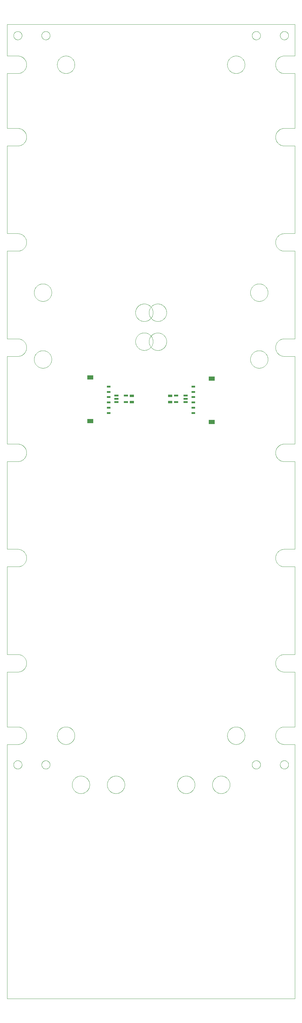
<source format=gbp>
G75*
%MOIN*%
%OFA0B0*%
%FSLAX25Y25*%
%IPPOS*%
%LPD*%
%AMOC8*
5,1,8,0,0,1.08239X$1,22.5*
%
%ADD10C,0.00004*%
%ADD11C,0.00394*%
%ADD12R,0.04724X0.02362*%
%ADD13R,0.03937X0.02362*%
%ADD14R,0.07087X0.04921*%
%ADD15R,0.04724X0.03150*%
D10*
X0001063Y0001002D02*
X0323898Y0001002D01*
X0323898Y0286435D01*
X0312087Y0286435D01*
X0311847Y0286438D01*
X0311608Y0286447D01*
X0311369Y0286461D01*
X0311130Y0286482D01*
X0310891Y0286508D01*
X0310654Y0286540D01*
X0310417Y0286578D01*
X0310181Y0286621D01*
X0309947Y0286670D01*
X0309714Y0286725D01*
X0309482Y0286786D01*
X0309251Y0286852D01*
X0309023Y0286924D01*
X0308796Y0287002D01*
X0308571Y0287084D01*
X0308348Y0287173D01*
X0308127Y0287267D01*
X0307909Y0287366D01*
X0307693Y0287470D01*
X0307480Y0287580D01*
X0307270Y0287694D01*
X0307062Y0287814D01*
X0306857Y0287939D01*
X0306656Y0288069D01*
X0306458Y0288204D01*
X0306263Y0288343D01*
X0306071Y0288487D01*
X0305883Y0288636D01*
X0305699Y0288789D01*
X0305519Y0288947D01*
X0305342Y0289109D01*
X0305169Y0289276D01*
X0305001Y0289446D01*
X0304837Y0289621D01*
X0304677Y0289799D01*
X0304521Y0289982D01*
X0304370Y0290168D01*
X0304224Y0290358D01*
X0304082Y0290551D01*
X0303945Y0290747D01*
X0303812Y0290947D01*
X0303685Y0291150D01*
X0303563Y0291356D01*
X0303445Y0291566D01*
X0303333Y0291777D01*
X0303226Y0291992D01*
X0303124Y0292209D01*
X0303028Y0292428D01*
X0302937Y0292650D01*
X0302851Y0292874D01*
X0302771Y0293100D01*
X0302697Y0293328D01*
X0302628Y0293557D01*
X0302564Y0293788D01*
X0302506Y0294021D01*
X0302454Y0294255D01*
X0302408Y0294490D01*
X0302367Y0294726D01*
X0302332Y0294964D01*
X0302303Y0295201D01*
X0302280Y0295440D01*
X0302262Y0295679D01*
X0302251Y0295919D01*
X0302245Y0296158D01*
X0302245Y0296398D01*
X0302251Y0296637D01*
X0302262Y0296877D01*
X0302280Y0297116D01*
X0302303Y0297355D01*
X0302332Y0297592D01*
X0302367Y0297830D01*
X0302408Y0298066D01*
X0302454Y0298301D01*
X0302506Y0298535D01*
X0302564Y0298768D01*
X0302628Y0298999D01*
X0302697Y0299228D01*
X0302771Y0299456D01*
X0302851Y0299682D01*
X0302937Y0299906D01*
X0303028Y0300128D01*
X0303124Y0300347D01*
X0303226Y0300564D01*
X0303333Y0300779D01*
X0303445Y0300990D01*
X0303563Y0301200D01*
X0303685Y0301406D01*
X0303812Y0301609D01*
X0303945Y0301809D01*
X0304082Y0302005D01*
X0304224Y0302198D01*
X0304370Y0302388D01*
X0304521Y0302574D01*
X0304677Y0302757D01*
X0304837Y0302935D01*
X0305001Y0303110D01*
X0305169Y0303280D01*
X0305342Y0303447D01*
X0305519Y0303609D01*
X0305699Y0303767D01*
X0305883Y0303920D01*
X0306071Y0304069D01*
X0306263Y0304213D01*
X0306458Y0304352D01*
X0306656Y0304487D01*
X0306857Y0304617D01*
X0307062Y0304742D01*
X0307270Y0304862D01*
X0307480Y0304976D01*
X0307693Y0305086D01*
X0307909Y0305190D01*
X0308127Y0305289D01*
X0308348Y0305383D01*
X0308571Y0305472D01*
X0308796Y0305554D01*
X0309023Y0305632D01*
X0309251Y0305704D01*
X0309482Y0305770D01*
X0309714Y0305831D01*
X0309947Y0305886D01*
X0310181Y0305935D01*
X0310417Y0305978D01*
X0310654Y0306016D01*
X0310891Y0306048D01*
X0311130Y0306074D01*
X0311369Y0306095D01*
X0311608Y0306109D01*
X0311847Y0306118D01*
X0312087Y0306121D01*
X0312087Y0306120D02*
X0323898Y0306120D01*
X0323898Y0367734D01*
X0312087Y0367734D01*
X0311847Y0367737D01*
X0311608Y0367746D01*
X0311369Y0367760D01*
X0311130Y0367781D01*
X0310891Y0367807D01*
X0310654Y0367839D01*
X0310417Y0367877D01*
X0310181Y0367920D01*
X0309947Y0367969D01*
X0309714Y0368024D01*
X0309482Y0368085D01*
X0309251Y0368151D01*
X0309023Y0368223D01*
X0308796Y0368301D01*
X0308571Y0368383D01*
X0308348Y0368472D01*
X0308127Y0368566D01*
X0307909Y0368665D01*
X0307693Y0368769D01*
X0307480Y0368879D01*
X0307270Y0368993D01*
X0307062Y0369113D01*
X0306857Y0369238D01*
X0306656Y0369368D01*
X0306458Y0369503D01*
X0306263Y0369642D01*
X0306071Y0369786D01*
X0305883Y0369935D01*
X0305699Y0370088D01*
X0305519Y0370246D01*
X0305342Y0370408D01*
X0305169Y0370575D01*
X0305001Y0370745D01*
X0304837Y0370920D01*
X0304677Y0371098D01*
X0304521Y0371281D01*
X0304370Y0371467D01*
X0304224Y0371657D01*
X0304082Y0371850D01*
X0303945Y0372046D01*
X0303812Y0372246D01*
X0303685Y0372449D01*
X0303563Y0372655D01*
X0303445Y0372865D01*
X0303333Y0373076D01*
X0303226Y0373291D01*
X0303124Y0373508D01*
X0303028Y0373727D01*
X0302937Y0373949D01*
X0302851Y0374173D01*
X0302771Y0374399D01*
X0302697Y0374627D01*
X0302628Y0374856D01*
X0302564Y0375087D01*
X0302506Y0375320D01*
X0302454Y0375554D01*
X0302408Y0375789D01*
X0302367Y0376025D01*
X0302332Y0376263D01*
X0302303Y0376500D01*
X0302280Y0376739D01*
X0302262Y0376978D01*
X0302251Y0377218D01*
X0302245Y0377457D01*
X0302245Y0377697D01*
X0302251Y0377936D01*
X0302262Y0378176D01*
X0302280Y0378415D01*
X0302303Y0378654D01*
X0302332Y0378891D01*
X0302367Y0379129D01*
X0302408Y0379365D01*
X0302454Y0379600D01*
X0302506Y0379834D01*
X0302564Y0380067D01*
X0302628Y0380298D01*
X0302697Y0380527D01*
X0302771Y0380755D01*
X0302851Y0380981D01*
X0302937Y0381205D01*
X0303028Y0381427D01*
X0303124Y0381646D01*
X0303226Y0381863D01*
X0303333Y0382078D01*
X0303445Y0382289D01*
X0303563Y0382499D01*
X0303685Y0382705D01*
X0303812Y0382908D01*
X0303945Y0383108D01*
X0304082Y0383304D01*
X0304224Y0383497D01*
X0304370Y0383687D01*
X0304521Y0383873D01*
X0304677Y0384056D01*
X0304837Y0384234D01*
X0305001Y0384409D01*
X0305169Y0384579D01*
X0305342Y0384746D01*
X0305519Y0384908D01*
X0305699Y0385066D01*
X0305883Y0385219D01*
X0306071Y0385368D01*
X0306263Y0385512D01*
X0306458Y0385651D01*
X0306656Y0385786D01*
X0306857Y0385916D01*
X0307062Y0386041D01*
X0307270Y0386161D01*
X0307480Y0386275D01*
X0307693Y0386385D01*
X0307909Y0386489D01*
X0308127Y0386588D01*
X0308348Y0386682D01*
X0308571Y0386771D01*
X0308796Y0386853D01*
X0309023Y0386931D01*
X0309251Y0387003D01*
X0309482Y0387069D01*
X0309714Y0387130D01*
X0309947Y0387185D01*
X0310181Y0387234D01*
X0310417Y0387277D01*
X0310654Y0387315D01*
X0310891Y0387347D01*
X0311130Y0387373D01*
X0311369Y0387394D01*
X0311608Y0387408D01*
X0311847Y0387417D01*
X0312087Y0387420D01*
X0312087Y0387419D02*
X0323898Y0387419D01*
X0323898Y0485844D01*
X0312087Y0485844D01*
X0311847Y0485847D01*
X0311608Y0485856D01*
X0311369Y0485870D01*
X0311130Y0485891D01*
X0310891Y0485917D01*
X0310654Y0485949D01*
X0310417Y0485987D01*
X0310181Y0486030D01*
X0309947Y0486079D01*
X0309714Y0486134D01*
X0309482Y0486195D01*
X0309251Y0486261D01*
X0309023Y0486333D01*
X0308796Y0486411D01*
X0308571Y0486493D01*
X0308348Y0486582D01*
X0308127Y0486676D01*
X0307909Y0486775D01*
X0307693Y0486879D01*
X0307480Y0486989D01*
X0307270Y0487103D01*
X0307062Y0487223D01*
X0306857Y0487348D01*
X0306656Y0487478D01*
X0306458Y0487613D01*
X0306263Y0487752D01*
X0306071Y0487896D01*
X0305883Y0488045D01*
X0305699Y0488198D01*
X0305519Y0488356D01*
X0305342Y0488518D01*
X0305169Y0488685D01*
X0305001Y0488855D01*
X0304837Y0489030D01*
X0304677Y0489208D01*
X0304521Y0489391D01*
X0304370Y0489577D01*
X0304224Y0489767D01*
X0304082Y0489960D01*
X0303945Y0490156D01*
X0303812Y0490356D01*
X0303685Y0490559D01*
X0303563Y0490765D01*
X0303445Y0490975D01*
X0303333Y0491186D01*
X0303226Y0491401D01*
X0303124Y0491618D01*
X0303028Y0491837D01*
X0302937Y0492059D01*
X0302851Y0492283D01*
X0302771Y0492509D01*
X0302697Y0492737D01*
X0302628Y0492966D01*
X0302564Y0493197D01*
X0302506Y0493430D01*
X0302454Y0493664D01*
X0302408Y0493899D01*
X0302367Y0494135D01*
X0302332Y0494373D01*
X0302303Y0494610D01*
X0302280Y0494849D01*
X0302262Y0495088D01*
X0302251Y0495328D01*
X0302245Y0495567D01*
X0302245Y0495807D01*
X0302251Y0496046D01*
X0302262Y0496286D01*
X0302280Y0496525D01*
X0302303Y0496764D01*
X0302332Y0497001D01*
X0302367Y0497239D01*
X0302408Y0497475D01*
X0302454Y0497710D01*
X0302506Y0497944D01*
X0302564Y0498177D01*
X0302628Y0498408D01*
X0302697Y0498637D01*
X0302771Y0498865D01*
X0302851Y0499091D01*
X0302937Y0499315D01*
X0303028Y0499537D01*
X0303124Y0499756D01*
X0303226Y0499973D01*
X0303333Y0500188D01*
X0303445Y0500399D01*
X0303563Y0500609D01*
X0303685Y0500815D01*
X0303812Y0501018D01*
X0303945Y0501218D01*
X0304082Y0501414D01*
X0304224Y0501607D01*
X0304370Y0501797D01*
X0304521Y0501983D01*
X0304677Y0502166D01*
X0304837Y0502344D01*
X0305001Y0502519D01*
X0305169Y0502689D01*
X0305342Y0502856D01*
X0305519Y0503018D01*
X0305699Y0503176D01*
X0305883Y0503329D01*
X0306071Y0503478D01*
X0306263Y0503622D01*
X0306458Y0503761D01*
X0306656Y0503896D01*
X0306857Y0504026D01*
X0307062Y0504151D01*
X0307270Y0504271D01*
X0307480Y0504385D01*
X0307693Y0504495D01*
X0307909Y0504599D01*
X0308127Y0504698D01*
X0308348Y0504792D01*
X0308571Y0504881D01*
X0308796Y0504963D01*
X0309023Y0505041D01*
X0309251Y0505113D01*
X0309482Y0505179D01*
X0309714Y0505240D01*
X0309947Y0505295D01*
X0310181Y0505344D01*
X0310417Y0505387D01*
X0310654Y0505425D01*
X0310891Y0505457D01*
X0311130Y0505483D01*
X0311369Y0505504D01*
X0311608Y0505518D01*
X0311847Y0505527D01*
X0312087Y0505530D01*
X0323898Y0505530D01*
X0323898Y0603955D01*
X0312087Y0603955D01*
X0312087Y0603954D02*
X0311847Y0603957D01*
X0311608Y0603966D01*
X0311369Y0603980D01*
X0311130Y0604001D01*
X0310891Y0604027D01*
X0310654Y0604059D01*
X0310417Y0604097D01*
X0310181Y0604140D01*
X0309947Y0604189D01*
X0309714Y0604244D01*
X0309482Y0604305D01*
X0309251Y0604371D01*
X0309023Y0604443D01*
X0308796Y0604521D01*
X0308571Y0604603D01*
X0308348Y0604692D01*
X0308127Y0604786D01*
X0307909Y0604885D01*
X0307693Y0604989D01*
X0307480Y0605099D01*
X0307270Y0605213D01*
X0307062Y0605333D01*
X0306857Y0605458D01*
X0306656Y0605588D01*
X0306458Y0605723D01*
X0306263Y0605862D01*
X0306071Y0606006D01*
X0305883Y0606155D01*
X0305699Y0606308D01*
X0305519Y0606466D01*
X0305342Y0606628D01*
X0305169Y0606795D01*
X0305001Y0606965D01*
X0304837Y0607140D01*
X0304677Y0607318D01*
X0304521Y0607501D01*
X0304370Y0607687D01*
X0304224Y0607877D01*
X0304082Y0608070D01*
X0303945Y0608266D01*
X0303812Y0608466D01*
X0303685Y0608669D01*
X0303563Y0608876D01*
X0303445Y0609085D01*
X0303333Y0609296D01*
X0303226Y0609511D01*
X0303124Y0609728D01*
X0303028Y0609947D01*
X0302937Y0610169D01*
X0302851Y0610393D01*
X0302771Y0610619D01*
X0302697Y0610847D01*
X0302628Y0611076D01*
X0302564Y0611307D01*
X0302506Y0611540D01*
X0302454Y0611774D01*
X0302408Y0612009D01*
X0302367Y0612245D01*
X0302332Y0612483D01*
X0302303Y0612720D01*
X0302280Y0612959D01*
X0302262Y0613198D01*
X0302251Y0613438D01*
X0302245Y0613677D01*
X0302245Y0613917D01*
X0302251Y0614156D01*
X0302262Y0614396D01*
X0302280Y0614635D01*
X0302303Y0614874D01*
X0302332Y0615111D01*
X0302367Y0615349D01*
X0302408Y0615585D01*
X0302454Y0615820D01*
X0302506Y0616054D01*
X0302564Y0616287D01*
X0302628Y0616518D01*
X0302697Y0616747D01*
X0302771Y0616975D01*
X0302851Y0617201D01*
X0302937Y0617425D01*
X0303028Y0617647D01*
X0303124Y0617866D01*
X0303226Y0618083D01*
X0303333Y0618298D01*
X0303445Y0618509D01*
X0303563Y0618719D01*
X0303685Y0618925D01*
X0303812Y0619128D01*
X0303945Y0619328D01*
X0304082Y0619524D01*
X0304224Y0619717D01*
X0304370Y0619907D01*
X0304521Y0620093D01*
X0304677Y0620276D01*
X0304837Y0620454D01*
X0305001Y0620629D01*
X0305169Y0620799D01*
X0305342Y0620966D01*
X0305519Y0621128D01*
X0305699Y0621286D01*
X0305883Y0621439D01*
X0306071Y0621588D01*
X0306263Y0621732D01*
X0306458Y0621871D01*
X0306656Y0622006D01*
X0306857Y0622136D01*
X0307062Y0622261D01*
X0307270Y0622381D01*
X0307480Y0622495D01*
X0307693Y0622605D01*
X0307909Y0622709D01*
X0308127Y0622808D01*
X0308348Y0622902D01*
X0308571Y0622991D01*
X0308796Y0623073D01*
X0309023Y0623151D01*
X0309251Y0623223D01*
X0309482Y0623289D01*
X0309714Y0623350D01*
X0309947Y0623405D01*
X0310181Y0623454D01*
X0310417Y0623497D01*
X0310654Y0623535D01*
X0310891Y0623567D01*
X0311130Y0623593D01*
X0311369Y0623614D01*
X0311608Y0623628D01*
X0311847Y0623637D01*
X0312087Y0623640D01*
X0323898Y0623640D01*
X0323898Y0722065D01*
X0312087Y0722065D01*
X0312087Y0722064D02*
X0311847Y0722067D01*
X0311608Y0722076D01*
X0311369Y0722090D01*
X0311130Y0722111D01*
X0310891Y0722137D01*
X0310654Y0722169D01*
X0310417Y0722207D01*
X0310181Y0722250D01*
X0309947Y0722299D01*
X0309714Y0722354D01*
X0309482Y0722415D01*
X0309251Y0722481D01*
X0309023Y0722553D01*
X0308796Y0722631D01*
X0308571Y0722713D01*
X0308348Y0722802D01*
X0308127Y0722896D01*
X0307909Y0722995D01*
X0307693Y0723099D01*
X0307480Y0723209D01*
X0307270Y0723323D01*
X0307062Y0723443D01*
X0306857Y0723568D01*
X0306656Y0723698D01*
X0306458Y0723833D01*
X0306263Y0723972D01*
X0306071Y0724116D01*
X0305883Y0724265D01*
X0305699Y0724418D01*
X0305519Y0724576D01*
X0305342Y0724738D01*
X0305169Y0724905D01*
X0305001Y0725075D01*
X0304837Y0725250D01*
X0304677Y0725428D01*
X0304521Y0725611D01*
X0304370Y0725797D01*
X0304224Y0725987D01*
X0304082Y0726180D01*
X0303945Y0726376D01*
X0303812Y0726576D01*
X0303685Y0726779D01*
X0303563Y0726986D01*
X0303445Y0727195D01*
X0303333Y0727406D01*
X0303226Y0727621D01*
X0303124Y0727838D01*
X0303028Y0728057D01*
X0302937Y0728279D01*
X0302851Y0728503D01*
X0302771Y0728729D01*
X0302697Y0728957D01*
X0302628Y0729186D01*
X0302564Y0729417D01*
X0302506Y0729650D01*
X0302454Y0729884D01*
X0302408Y0730119D01*
X0302367Y0730355D01*
X0302332Y0730593D01*
X0302303Y0730830D01*
X0302280Y0731069D01*
X0302262Y0731308D01*
X0302251Y0731548D01*
X0302245Y0731787D01*
X0302245Y0732027D01*
X0302251Y0732266D01*
X0302262Y0732506D01*
X0302280Y0732745D01*
X0302303Y0732984D01*
X0302332Y0733221D01*
X0302367Y0733459D01*
X0302408Y0733695D01*
X0302454Y0733930D01*
X0302506Y0734164D01*
X0302564Y0734397D01*
X0302628Y0734628D01*
X0302697Y0734857D01*
X0302771Y0735085D01*
X0302851Y0735311D01*
X0302937Y0735535D01*
X0303028Y0735757D01*
X0303124Y0735976D01*
X0303226Y0736193D01*
X0303333Y0736408D01*
X0303445Y0736619D01*
X0303563Y0736829D01*
X0303685Y0737035D01*
X0303812Y0737238D01*
X0303945Y0737438D01*
X0304082Y0737634D01*
X0304224Y0737827D01*
X0304370Y0738017D01*
X0304521Y0738203D01*
X0304677Y0738386D01*
X0304837Y0738564D01*
X0305001Y0738739D01*
X0305169Y0738909D01*
X0305342Y0739076D01*
X0305519Y0739238D01*
X0305699Y0739396D01*
X0305883Y0739549D01*
X0306071Y0739698D01*
X0306263Y0739842D01*
X0306458Y0739981D01*
X0306656Y0740116D01*
X0306857Y0740246D01*
X0307062Y0740371D01*
X0307270Y0740491D01*
X0307480Y0740605D01*
X0307693Y0740715D01*
X0307909Y0740819D01*
X0308127Y0740918D01*
X0308348Y0741012D01*
X0308571Y0741101D01*
X0308796Y0741183D01*
X0309023Y0741261D01*
X0309251Y0741333D01*
X0309482Y0741399D01*
X0309714Y0741460D01*
X0309947Y0741515D01*
X0310181Y0741564D01*
X0310417Y0741607D01*
X0310654Y0741645D01*
X0310891Y0741677D01*
X0311130Y0741703D01*
X0311369Y0741724D01*
X0311608Y0741738D01*
X0311847Y0741747D01*
X0312087Y0741750D01*
X0323898Y0741750D01*
X0323898Y0840175D01*
X0312087Y0840175D01*
X0311847Y0840178D01*
X0311608Y0840187D01*
X0311369Y0840201D01*
X0311130Y0840222D01*
X0310891Y0840248D01*
X0310654Y0840280D01*
X0310417Y0840318D01*
X0310181Y0840361D01*
X0309947Y0840410D01*
X0309714Y0840465D01*
X0309482Y0840526D01*
X0309251Y0840592D01*
X0309023Y0840664D01*
X0308796Y0840742D01*
X0308571Y0840824D01*
X0308348Y0840913D01*
X0308127Y0841007D01*
X0307909Y0841106D01*
X0307693Y0841210D01*
X0307480Y0841320D01*
X0307270Y0841434D01*
X0307062Y0841554D01*
X0306857Y0841679D01*
X0306656Y0841809D01*
X0306458Y0841944D01*
X0306263Y0842083D01*
X0306071Y0842227D01*
X0305883Y0842376D01*
X0305699Y0842529D01*
X0305519Y0842687D01*
X0305342Y0842849D01*
X0305169Y0843016D01*
X0305001Y0843186D01*
X0304837Y0843361D01*
X0304677Y0843539D01*
X0304521Y0843722D01*
X0304370Y0843908D01*
X0304224Y0844098D01*
X0304082Y0844291D01*
X0303945Y0844487D01*
X0303812Y0844687D01*
X0303685Y0844890D01*
X0303563Y0845097D01*
X0303445Y0845306D01*
X0303333Y0845517D01*
X0303226Y0845732D01*
X0303124Y0845949D01*
X0303028Y0846168D01*
X0302937Y0846390D01*
X0302851Y0846614D01*
X0302771Y0846840D01*
X0302697Y0847068D01*
X0302628Y0847297D01*
X0302564Y0847528D01*
X0302506Y0847761D01*
X0302454Y0847995D01*
X0302408Y0848230D01*
X0302367Y0848466D01*
X0302332Y0848704D01*
X0302303Y0848941D01*
X0302280Y0849180D01*
X0302262Y0849419D01*
X0302251Y0849659D01*
X0302245Y0849898D01*
X0302245Y0850138D01*
X0302251Y0850377D01*
X0302262Y0850617D01*
X0302280Y0850856D01*
X0302303Y0851095D01*
X0302332Y0851332D01*
X0302367Y0851570D01*
X0302408Y0851806D01*
X0302454Y0852041D01*
X0302506Y0852275D01*
X0302564Y0852508D01*
X0302628Y0852739D01*
X0302697Y0852968D01*
X0302771Y0853196D01*
X0302851Y0853422D01*
X0302937Y0853646D01*
X0303028Y0853868D01*
X0303124Y0854087D01*
X0303226Y0854304D01*
X0303333Y0854519D01*
X0303445Y0854730D01*
X0303563Y0854940D01*
X0303685Y0855146D01*
X0303812Y0855349D01*
X0303945Y0855549D01*
X0304082Y0855745D01*
X0304224Y0855938D01*
X0304370Y0856128D01*
X0304521Y0856314D01*
X0304677Y0856497D01*
X0304837Y0856675D01*
X0305001Y0856850D01*
X0305169Y0857020D01*
X0305342Y0857187D01*
X0305519Y0857349D01*
X0305699Y0857507D01*
X0305883Y0857660D01*
X0306071Y0857809D01*
X0306263Y0857953D01*
X0306458Y0858092D01*
X0306656Y0858227D01*
X0306857Y0858357D01*
X0307062Y0858482D01*
X0307270Y0858602D01*
X0307480Y0858716D01*
X0307693Y0858826D01*
X0307909Y0858930D01*
X0308127Y0859029D01*
X0308348Y0859123D01*
X0308571Y0859212D01*
X0308796Y0859294D01*
X0309023Y0859372D01*
X0309251Y0859444D01*
X0309482Y0859510D01*
X0309714Y0859571D01*
X0309947Y0859626D01*
X0310181Y0859675D01*
X0310417Y0859718D01*
X0310654Y0859756D01*
X0310891Y0859788D01*
X0311130Y0859814D01*
X0311369Y0859835D01*
X0311608Y0859849D01*
X0311847Y0859858D01*
X0312087Y0859861D01*
X0312087Y0859860D02*
X0323898Y0859860D01*
X0323898Y0958285D01*
X0312087Y0958285D01*
X0311847Y0958288D01*
X0311608Y0958297D01*
X0311369Y0958311D01*
X0311130Y0958332D01*
X0310891Y0958358D01*
X0310654Y0958390D01*
X0310417Y0958428D01*
X0310181Y0958471D01*
X0309947Y0958520D01*
X0309714Y0958575D01*
X0309482Y0958636D01*
X0309251Y0958702D01*
X0309023Y0958774D01*
X0308796Y0958852D01*
X0308571Y0958934D01*
X0308348Y0959023D01*
X0308127Y0959117D01*
X0307909Y0959216D01*
X0307693Y0959320D01*
X0307480Y0959430D01*
X0307270Y0959544D01*
X0307062Y0959664D01*
X0306857Y0959789D01*
X0306656Y0959919D01*
X0306458Y0960054D01*
X0306263Y0960193D01*
X0306071Y0960337D01*
X0305883Y0960486D01*
X0305699Y0960639D01*
X0305519Y0960797D01*
X0305342Y0960959D01*
X0305169Y0961126D01*
X0305001Y0961296D01*
X0304837Y0961471D01*
X0304677Y0961649D01*
X0304521Y0961832D01*
X0304370Y0962018D01*
X0304224Y0962208D01*
X0304082Y0962401D01*
X0303945Y0962597D01*
X0303812Y0962797D01*
X0303685Y0963000D01*
X0303563Y0963207D01*
X0303445Y0963416D01*
X0303333Y0963627D01*
X0303226Y0963842D01*
X0303124Y0964059D01*
X0303028Y0964278D01*
X0302937Y0964500D01*
X0302851Y0964724D01*
X0302771Y0964950D01*
X0302697Y0965178D01*
X0302628Y0965407D01*
X0302564Y0965638D01*
X0302506Y0965871D01*
X0302454Y0966105D01*
X0302408Y0966340D01*
X0302367Y0966576D01*
X0302332Y0966814D01*
X0302303Y0967051D01*
X0302280Y0967290D01*
X0302262Y0967529D01*
X0302251Y0967769D01*
X0302245Y0968008D01*
X0302245Y0968248D01*
X0302251Y0968487D01*
X0302262Y0968727D01*
X0302280Y0968966D01*
X0302303Y0969205D01*
X0302332Y0969442D01*
X0302367Y0969680D01*
X0302408Y0969916D01*
X0302454Y0970151D01*
X0302506Y0970385D01*
X0302564Y0970618D01*
X0302628Y0970849D01*
X0302697Y0971078D01*
X0302771Y0971306D01*
X0302851Y0971532D01*
X0302937Y0971756D01*
X0303028Y0971978D01*
X0303124Y0972197D01*
X0303226Y0972414D01*
X0303333Y0972629D01*
X0303445Y0972840D01*
X0303563Y0973050D01*
X0303685Y0973256D01*
X0303812Y0973459D01*
X0303945Y0973659D01*
X0304082Y0973855D01*
X0304224Y0974048D01*
X0304370Y0974238D01*
X0304521Y0974424D01*
X0304677Y0974607D01*
X0304837Y0974785D01*
X0305001Y0974960D01*
X0305169Y0975130D01*
X0305342Y0975297D01*
X0305519Y0975459D01*
X0305699Y0975617D01*
X0305883Y0975770D01*
X0306071Y0975919D01*
X0306263Y0976063D01*
X0306458Y0976202D01*
X0306656Y0976337D01*
X0306857Y0976467D01*
X0307062Y0976592D01*
X0307270Y0976712D01*
X0307480Y0976826D01*
X0307693Y0976936D01*
X0307909Y0977040D01*
X0308127Y0977139D01*
X0308348Y0977233D01*
X0308571Y0977322D01*
X0308796Y0977404D01*
X0309023Y0977482D01*
X0309251Y0977554D01*
X0309482Y0977620D01*
X0309714Y0977681D01*
X0309947Y0977736D01*
X0310181Y0977785D01*
X0310417Y0977828D01*
X0310654Y0977866D01*
X0310891Y0977898D01*
X0311130Y0977924D01*
X0311369Y0977945D01*
X0311608Y0977959D01*
X0311847Y0977968D01*
X0312087Y0977971D01*
X0312087Y0977970D02*
X0323898Y0977970D01*
X0323898Y1039585D01*
X0312087Y1039585D01*
X0312087Y1039584D02*
X0311847Y1039587D01*
X0311608Y1039596D01*
X0311369Y1039610D01*
X0311130Y1039631D01*
X0310891Y1039657D01*
X0310654Y1039689D01*
X0310417Y1039727D01*
X0310181Y1039770D01*
X0309947Y1039819D01*
X0309714Y1039874D01*
X0309482Y1039935D01*
X0309251Y1040001D01*
X0309023Y1040073D01*
X0308796Y1040151D01*
X0308571Y1040233D01*
X0308348Y1040322D01*
X0308127Y1040416D01*
X0307909Y1040515D01*
X0307693Y1040619D01*
X0307480Y1040729D01*
X0307270Y1040843D01*
X0307062Y1040963D01*
X0306857Y1041088D01*
X0306656Y1041218D01*
X0306458Y1041353D01*
X0306263Y1041492D01*
X0306071Y1041636D01*
X0305883Y1041785D01*
X0305699Y1041938D01*
X0305519Y1042096D01*
X0305342Y1042258D01*
X0305169Y1042425D01*
X0305001Y1042595D01*
X0304837Y1042770D01*
X0304677Y1042948D01*
X0304521Y1043131D01*
X0304370Y1043317D01*
X0304224Y1043507D01*
X0304082Y1043700D01*
X0303945Y1043896D01*
X0303812Y1044096D01*
X0303685Y1044299D01*
X0303563Y1044506D01*
X0303445Y1044715D01*
X0303333Y1044926D01*
X0303226Y1045141D01*
X0303124Y1045358D01*
X0303028Y1045577D01*
X0302937Y1045799D01*
X0302851Y1046023D01*
X0302771Y1046249D01*
X0302697Y1046477D01*
X0302628Y1046706D01*
X0302564Y1046937D01*
X0302506Y1047170D01*
X0302454Y1047404D01*
X0302408Y1047639D01*
X0302367Y1047875D01*
X0302332Y1048113D01*
X0302303Y1048350D01*
X0302280Y1048589D01*
X0302262Y1048828D01*
X0302251Y1049068D01*
X0302245Y1049307D01*
X0302245Y1049547D01*
X0302251Y1049786D01*
X0302262Y1050026D01*
X0302280Y1050265D01*
X0302303Y1050504D01*
X0302332Y1050741D01*
X0302367Y1050979D01*
X0302408Y1051215D01*
X0302454Y1051450D01*
X0302506Y1051684D01*
X0302564Y1051917D01*
X0302628Y1052148D01*
X0302697Y1052377D01*
X0302771Y1052605D01*
X0302851Y1052831D01*
X0302937Y1053055D01*
X0303028Y1053277D01*
X0303124Y1053496D01*
X0303226Y1053713D01*
X0303333Y1053928D01*
X0303445Y1054139D01*
X0303563Y1054349D01*
X0303685Y1054555D01*
X0303812Y1054758D01*
X0303945Y1054958D01*
X0304082Y1055154D01*
X0304224Y1055347D01*
X0304370Y1055537D01*
X0304521Y1055723D01*
X0304677Y1055906D01*
X0304837Y1056084D01*
X0305001Y1056259D01*
X0305169Y1056429D01*
X0305342Y1056596D01*
X0305519Y1056758D01*
X0305699Y1056916D01*
X0305883Y1057069D01*
X0306071Y1057218D01*
X0306263Y1057362D01*
X0306458Y1057501D01*
X0306656Y1057636D01*
X0306857Y1057766D01*
X0307062Y1057891D01*
X0307270Y1058011D01*
X0307480Y1058125D01*
X0307693Y1058235D01*
X0307909Y1058339D01*
X0308127Y1058438D01*
X0308348Y1058532D01*
X0308571Y1058621D01*
X0308796Y1058703D01*
X0309023Y1058781D01*
X0309251Y1058853D01*
X0309482Y1058919D01*
X0309714Y1058980D01*
X0309947Y1059035D01*
X0310181Y1059084D01*
X0310417Y1059127D01*
X0310654Y1059165D01*
X0310891Y1059197D01*
X0311130Y1059223D01*
X0311369Y1059244D01*
X0311608Y1059258D01*
X0311847Y1059267D01*
X0312087Y1059270D01*
X0323898Y1059270D01*
X0323898Y1094703D01*
X0001063Y1094703D01*
X0001063Y1059270D01*
X0012874Y1059270D01*
X0013114Y1059267D01*
X0013353Y1059258D01*
X0013592Y1059244D01*
X0013831Y1059223D01*
X0014070Y1059197D01*
X0014307Y1059165D01*
X0014544Y1059127D01*
X0014780Y1059084D01*
X0015014Y1059035D01*
X0015247Y1058980D01*
X0015479Y1058919D01*
X0015710Y1058853D01*
X0015938Y1058781D01*
X0016165Y1058703D01*
X0016390Y1058621D01*
X0016613Y1058532D01*
X0016834Y1058438D01*
X0017052Y1058339D01*
X0017268Y1058235D01*
X0017481Y1058125D01*
X0017691Y1058011D01*
X0017899Y1057891D01*
X0018104Y1057766D01*
X0018305Y1057636D01*
X0018503Y1057501D01*
X0018698Y1057362D01*
X0018890Y1057218D01*
X0019078Y1057069D01*
X0019262Y1056916D01*
X0019442Y1056758D01*
X0019619Y1056596D01*
X0019792Y1056429D01*
X0019960Y1056259D01*
X0020124Y1056084D01*
X0020284Y1055906D01*
X0020440Y1055723D01*
X0020591Y1055537D01*
X0020737Y1055347D01*
X0020879Y1055154D01*
X0021016Y1054958D01*
X0021149Y1054758D01*
X0021276Y1054555D01*
X0021398Y1054349D01*
X0021516Y1054139D01*
X0021628Y1053928D01*
X0021735Y1053713D01*
X0021837Y1053496D01*
X0021933Y1053277D01*
X0022024Y1053055D01*
X0022110Y1052831D01*
X0022190Y1052605D01*
X0022264Y1052377D01*
X0022333Y1052148D01*
X0022397Y1051917D01*
X0022455Y1051684D01*
X0022507Y1051450D01*
X0022553Y1051215D01*
X0022594Y1050979D01*
X0022629Y1050741D01*
X0022658Y1050504D01*
X0022681Y1050265D01*
X0022699Y1050026D01*
X0022710Y1049786D01*
X0022716Y1049547D01*
X0022716Y1049307D01*
X0022710Y1049068D01*
X0022699Y1048828D01*
X0022681Y1048589D01*
X0022658Y1048350D01*
X0022629Y1048113D01*
X0022594Y1047875D01*
X0022553Y1047639D01*
X0022507Y1047404D01*
X0022455Y1047170D01*
X0022397Y1046937D01*
X0022333Y1046706D01*
X0022264Y1046477D01*
X0022190Y1046249D01*
X0022110Y1046023D01*
X0022024Y1045799D01*
X0021933Y1045577D01*
X0021837Y1045358D01*
X0021735Y1045141D01*
X0021628Y1044926D01*
X0021516Y1044715D01*
X0021398Y1044506D01*
X0021276Y1044299D01*
X0021149Y1044096D01*
X0021016Y1043896D01*
X0020879Y1043700D01*
X0020737Y1043507D01*
X0020591Y1043317D01*
X0020440Y1043131D01*
X0020284Y1042948D01*
X0020124Y1042770D01*
X0019960Y1042595D01*
X0019792Y1042425D01*
X0019619Y1042258D01*
X0019442Y1042096D01*
X0019262Y1041938D01*
X0019078Y1041785D01*
X0018890Y1041636D01*
X0018698Y1041492D01*
X0018503Y1041353D01*
X0018305Y1041218D01*
X0018104Y1041088D01*
X0017899Y1040963D01*
X0017691Y1040843D01*
X0017481Y1040729D01*
X0017268Y1040619D01*
X0017052Y1040515D01*
X0016834Y1040416D01*
X0016613Y1040322D01*
X0016390Y1040233D01*
X0016165Y1040151D01*
X0015938Y1040073D01*
X0015710Y1040001D01*
X0015479Y1039935D01*
X0015247Y1039874D01*
X0015014Y1039819D01*
X0014780Y1039770D01*
X0014544Y1039727D01*
X0014307Y1039689D01*
X0014070Y1039657D01*
X0013831Y1039631D01*
X0013592Y1039610D01*
X0013353Y1039596D01*
X0013114Y1039587D01*
X0012874Y1039584D01*
X0012874Y1039585D02*
X0001063Y1039585D01*
X0001063Y0977970D01*
X0012874Y0977970D01*
X0012874Y0977971D02*
X0013114Y0977968D01*
X0013353Y0977959D01*
X0013592Y0977945D01*
X0013831Y0977924D01*
X0014070Y0977898D01*
X0014307Y0977866D01*
X0014544Y0977828D01*
X0014780Y0977785D01*
X0015014Y0977736D01*
X0015247Y0977681D01*
X0015479Y0977620D01*
X0015710Y0977554D01*
X0015938Y0977482D01*
X0016165Y0977404D01*
X0016390Y0977322D01*
X0016613Y0977233D01*
X0016834Y0977139D01*
X0017052Y0977040D01*
X0017268Y0976936D01*
X0017481Y0976826D01*
X0017691Y0976712D01*
X0017899Y0976592D01*
X0018104Y0976467D01*
X0018305Y0976337D01*
X0018503Y0976202D01*
X0018698Y0976063D01*
X0018890Y0975919D01*
X0019078Y0975770D01*
X0019262Y0975617D01*
X0019442Y0975459D01*
X0019619Y0975297D01*
X0019792Y0975130D01*
X0019960Y0974960D01*
X0020124Y0974785D01*
X0020284Y0974607D01*
X0020440Y0974424D01*
X0020591Y0974238D01*
X0020737Y0974048D01*
X0020879Y0973855D01*
X0021016Y0973659D01*
X0021149Y0973459D01*
X0021276Y0973256D01*
X0021398Y0973050D01*
X0021516Y0972840D01*
X0021628Y0972629D01*
X0021735Y0972414D01*
X0021837Y0972197D01*
X0021933Y0971978D01*
X0022024Y0971756D01*
X0022110Y0971532D01*
X0022190Y0971306D01*
X0022264Y0971078D01*
X0022333Y0970849D01*
X0022397Y0970618D01*
X0022455Y0970385D01*
X0022507Y0970151D01*
X0022553Y0969916D01*
X0022594Y0969680D01*
X0022629Y0969442D01*
X0022658Y0969205D01*
X0022681Y0968966D01*
X0022699Y0968727D01*
X0022710Y0968487D01*
X0022716Y0968248D01*
X0022716Y0968008D01*
X0022710Y0967769D01*
X0022699Y0967529D01*
X0022681Y0967290D01*
X0022658Y0967051D01*
X0022629Y0966814D01*
X0022594Y0966576D01*
X0022553Y0966340D01*
X0022507Y0966105D01*
X0022455Y0965871D01*
X0022397Y0965638D01*
X0022333Y0965407D01*
X0022264Y0965178D01*
X0022190Y0964950D01*
X0022110Y0964724D01*
X0022024Y0964500D01*
X0021933Y0964278D01*
X0021837Y0964059D01*
X0021735Y0963842D01*
X0021628Y0963627D01*
X0021516Y0963416D01*
X0021398Y0963207D01*
X0021276Y0963000D01*
X0021149Y0962797D01*
X0021016Y0962597D01*
X0020879Y0962401D01*
X0020737Y0962208D01*
X0020591Y0962018D01*
X0020440Y0961832D01*
X0020284Y0961649D01*
X0020124Y0961471D01*
X0019960Y0961296D01*
X0019792Y0961126D01*
X0019619Y0960959D01*
X0019442Y0960797D01*
X0019262Y0960639D01*
X0019078Y0960486D01*
X0018890Y0960337D01*
X0018698Y0960193D01*
X0018503Y0960054D01*
X0018305Y0959919D01*
X0018104Y0959789D01*
X0017899Y0959664D01*
X0017691Y0959544D01*
X0017481Y0959430D01*
X0017268Y0959320D01*
X0017052Y0959216D01*
X0016834Y0959117D01*
X0016613Y0959023D01*
X0016390Y0958934D01*
X0016165Y0958852D01*
X0015938Y0958774D01*
X0015710Y0958702D01*
X0015479Y0958636D01*
X0015247Y0958575D01*
X0015014Y0958520D01*
X0014780Y0958471D01*
X0014544Y0958428D01*
X0014307Y0958390D01*
X0014070Y0958358D01*
X0013831Y0958332D01*
X0013592Y0958311D01*
X0013353Y0958297D01*
X0013114Y0958288D01*
X0012874Y0958285D01*
X0001063Y0958285D01*
X0001063Y0859860D01*
X0012874Y0859860D01*
X0012874Y0859861D02*
X0013114Y0859858D01*
X0013353Y0859849D01*
X0013592Y0859835D01*
X0013831Y0859814D01*
X0014070Y0859788D01*
X0014307Y0859756D01*
X0014544Y0859718D01*
X0014780Y0859675D01*
X0015014Y0859626D01*
X0015247Y0859571D01*
X0015479Y0859510D01*
X0015710Y0859444D01*
X0015938Y0859372D01*
X0016165Y0859294D01*
X0016390Y0859212D01*
X0016613Y0859123D01*
X0016834Y0859029D01*
X0017052Y0858930D01*
X0017268Y0858826D01*
X0017481Y0858716D01*
X0017691Y0858602D01*
X0017899Y0858482D01*
X0018104Y0858357D01*
X0018305Y0858227D01*
X0018503Y0858092D01*
X0018698Y0857953D01*
X0018890Y0857809D01*
X0019078Y0857660D01*
X0019262Y0857507D01*
X0019442Y0857349D01*
X0019619Y0857187D01*
X0019792Y0857020D01*
X0019960Y0856850D01*
X0020124Y0856675D01*
X0020284Y0856497D01*
X0020440Y0856314D01*
X0020591Y0856128D01*
X0020737Y0855938D01*
X0020879Y0855745D01*
X0021016Y0855549D01*
X0021149Y0855349D01*
X0021276Y0855146D01*
X0021398Y0854940D01*
X0021516Y0854730D01*
X0021628Y0854519D01*
X0021735Y0854304D01*
X0021837Y0854087D01*
X0021933Y0853868D01*
X0022024Y0853646D01*
X0022110Y0853422D01*
X0022190Y0853196D01*
X0022264Y0852968D01*
X0022333Y0852739D01*
X0022397Y0852508D01*
X0022455Y0852275D01*
X0022507Y0852041D01*
X0022553Y0851806D01*
X0022594Y0851570D01*
X0022629Y0851332D01*
X0022658Y0851095D01*
X0022681Y0850856D01*
X0022699Y0850617D01*
X0022710Y0850377D01*
X0022716Y0850138D01*
X0022716Y0849898D01*
X0022710Y0849659D01*
X0022699Y0849419D01*
X0022681Y0849180D01*
X0022658Y0848941D01*
X0022629Y0848704D01*
X0022594Y0848466D01*
X0022553Y0848230D01*
X0022507Y0847995D01*
X0022455Y0847761D01*
X0022397Y0847528D01*
X0022333Y0847297D01*
X0022264Y0847068D01*
X0022190Y0846840D01*
X0022110Y0846614D01*
X0022024Y0846390D01*
X0021933Y0846168D01*
X0021837Y0845949D01*
X0021735Y0845732D01*
X0021628Y0845517D01*
X0021516Y0845306D01*
X0021398Y0845097D01*
X0021276Y0844890D01*
X0021149Y0844687D01*
X0021016Y0844487D01*
X0020879Y0844291D01*
X0020737Y0844098D01*
X0020591Y0843908D01*
X0020440Y0843722D01*
X0020284Y0843539D01*
X0020124Y0843361D01*
X0019960Y0843186D01*
X0019792Y0843016D01*
X0019619Y0842849D01*
X0019442Y0842687D01*
X0019262Y0842529D01*
X0019078Y0842376D01*
X0018890Y0842227D01*
X0018698Y0842083D01*
X0018503Y0841944D01*
X0018305Y0841809D01*
X0018104Y0841679D01*
X0017899Y0841554D01*
X0017691Y0841434D01*
X0017481Y0841320D01*
X0017268Y0841210D01*
X0017052Y0841106D01*
X0016834Y0841007D01*
X0016613Y0840913D01*
X0016390Y0840824D01*
X0016165Y0840742D01*
X0015938Y0840664D01*
X0015710Y0840592D01*
X0015479Y0840526D01*
X0015247Y0840465D01*
X0015014Y0840410D01*
X0014780Y0840361D01*
X0014544Y0840318D01*
X0014307Y0840280D01*
X0014070Y0840248D01*
X0013831Y0840222D01*
X0013592Y0840201D01*
X0013353Y0840187D01*
X0013114Y0840178D01*
X0012874Y0840175D01*
X0001063Y0840175D01*
X0001063Y0741750D01*
X0012874Y0741750D01*
X0013114Y0741747D01*
X0013353Y0741738D01*
X0013592Y0741724D01*
X0013831Y0741703D01*
X0014070Y0741677D01*
X0014307Y0741645D01*
X0014544Y0741607D01*
X0014780Y0741564D01*
X0015014Y0741515D01*
X0015247Y0741460D01*
X0015479Y0741399D01*
X0015710Y0741333D01*
X0015938Y0741261D01*
X0016165Y0741183D01*
X0016390Y0741101D01*
X0016613Y0741012D01*
X0016834Y0740918D01*
X0017052Y0740819D01*
X0017268Y0740715D01*
X0017481Y0740605D01*
X0017691Y0740491D01*
X0017899Y0740371D01*
X0018104Y0740246D01*
X0018305Y0740116D01*
X0018503Y0739981D01*
X0018698Y0739842D01*
X0018890Y0739698D01*
X0019078Y0739549D01*
X0019262Y0739396D01*
X0019442Y0739238D01*
X0019619Y0739076D01*
X0019792Y0738909D01*
X0019960Y0738739D01*
X0020124Y0738564D01*
X0020284Y0738386D01*
X0020440Y0738203D01*
X0020591Y0738017D01*
X0020737Y0737827D01*
X0020879Y0737634D01*
X0021016Y0737438D01*
X0021149Y0737238D01*
X0021276Y0737035D01*
X0021398Y0736829D01*
X0021516Y0736619D01*
X0021628Y0736408D01*
X0021735Y0736193D01*
X0021837Y0735976D01*
X0021933Y0735757D01*
X0022024Y0735535D01*
X0022110Y0735311D01*
X0022190Y0735085D01*
X0022264Y0734857D01*
X0022333Y0734628D01*
X0022397Y0734397D01*
X0022455Y0734164D01*
X0022507Y0733930D01*
X0022553Y0733695D01*
X0022594Y0733459D01*
X0022629Y0733221D01*
X0022658Y0732984D01*
X0022681Y0732745D01*
X0022699Y0732506D01*
X0022710Y0732266D01*
X0022716Y0732027D01*
X0022716Y0731787D01*
X0022710Y0731548D01*
X0022699Y0731308D01*
X0022681Y0731069D01*
X0022658Y0730830D01*
X0022629Y0730593D01*
X0022594Y0730355D01*
X0022553Y0730119D01*
X0022507Y0729884D01*
X0022455Y0729650D01*
X0022397Y0729417D01*
X0022333Y0729186D01*
X0022264Y0728957D01*
X0022190Y0728729D01*
X0022110Y0728503D01*
X0022024Y0728279D01*
X0021933Y0728057D01*
X0021837Y0727838D01*
X0021735Y0727621D01*
X0021628Y0727406D01*
X0021516Y0727195D01*
X0021398Y0726986D01*
X0021276Y0726779D01*
X0021149Y0726576D01*
X0021016Y0726376D01*
X0020879Y0726180D01*
X0020737Y0725987D01*
X0020591Y0725797D01*
X0020440Y0725611D01*
X0020284Y0725428D01*
X0020124Y0725250D01*
X0019960Y0725075D01*
X0019792Y0724905D01*
X0019619Y0724738D01*
X0019442Y0724576D01*
X0019262Y0724418D01*
X0019078Y0724265D01*
X0018890Y0724116D01*
X0018698Y0723972D01*
X0018503Y0723833D01*
X0018305Y0723698D01*
X0018104Y0723568D01*
X0017899Y0723443D01*
X0017691Y0723323D01*
X0017481Y0723209D01*
X0017268Y0723099D01*
X0017052Y0722995D01*
X0016834Y0722896D01*
X0016613Y0722802D01*
X0016390Y0722713D01*
X0016165Y0722631D01*
X0015938Y0722553D01*
X0015710Y0722481D01*
X0015479Y0722415D01*
X0015247Y0722354D01*
X0015014Y0722299D01*
X0014780Y0722250D01*
X0014544Y0722207D01*
X0014307Y0722169D01*
X0014070Y0722137D01*
X0013831Y0722111D01*
X0013592Y0722090D01*
X0013353Y0722076D01*
X0013114Y0722067D01*
X0012874Y0722064D01*
X0012874Y0722065D02*
X0001063Y0722065D01*
X0001063Y0623640D01*
X0012874Y0623640D01*
X0013114Y0623637D01*
X0013353Y0623628D01*
X0013592Y0623614D01*
X0013831Y0623593D01*
X0014070Y0623567D01*
X0014307Y0623535D01*
X0014544Y0623497D01*
X0014780Y0623454D01*
X0015014Y0623405D01*
X0015247Y0623350D01*
X0015479Y0623289D01*
X0015710Y0623223D01*
X0015938Y0623151D01*
X0016165Y0623073D01*
X0016390Y0622991D01*
X0016613Y0622902D01*
X0016834Y0622808D01*
X0017052Y0622709D01*
X0017268Y0622605D01*
X0017481Y0622495D01*
X0017691Y0622381D01*
X0017899Y0622261D01*
X0018104Y0622136D01*
X0018305Y0622006D01*
X0018503Y0621871D01*
X0018698Y0621732D01*
X0018890Y0621588D01*
X0019078Y0621439D01*
X0019262Y0621286D01*
X0019442Y0621128D01*
X0019619Y0620966D01*
X0019792Y0620799D01*
X0019960Y0620629D01*
X0020124Y0620454D01*
X0020284Y0620276D01*
X0020440Y0620093D01*
X0020591Y0619907D01*
X0020737Y0619717D01*
X0020879Y0619524D01*
X0021016Y0619328D01*
X0021149Y0619128D01*
X0021276Y0618925D01*
X0021398Y0618719D01*
X0021516Y0618509D01*
X0021628Y0618298D01*
X0021735Y0618083D01*
X0021837Y0617866D01*
X0021933Y0617647D01*
X0022024Y0617425D01*
X0022110Y0617201D01*
X0022190Y0616975D01*
X0022264Y0616747D01*
X0022333Y0616518D01*
X0022397Y0616287D01*
X0022455Y0616054D01*
X0022507Y0615820D01*
X0022553Y0615585D01*
X0022594Y0615349D01*
X0022629Y0615111D01*
X0022658Y0614874D01*
X0022681Y0614635D01*
X0022699Y0614396D01*
X0022710Y0614156D01*
X0022716Y0613917D01*
X0022716Y0613677D01*
X0022710Y0613438D01*
X0022699Y0613198D01*
X0022681Y0612959D01*
X0022658Y0612720D01*
X0022629Y0612483D01*
X0022594Y0612245D01*
X0022553Y0612009D01*
X0022507Y0611774D01*
X0022455Y0611540D01*
X0022397Y0611307D01*
X0022333Y0611076D01*
X0022264Y0610847D01*
X0022190Y0610619D01*
X0022110Y0610393D01*
X0022024Y0610169D01*
X0021933Y0609947D01*
X0021837Y0609728D01*
X0021735Y0609511D01*
X0021628Y0609296D01*
X0021516Y0609085D01*
X0021398Y0608876D01*
X0021276Y0608669D01*
X0021149Y0608466D01*
X0021016Y0608266D01*
X0020879Y0608070D01*
X0020737Y0607877D01*
X0020591Y0607687D01*
X0020440Y0607501D01*
X0020284Y0607318D01*
X0020124Y0607140D01*
X0019960Y0606965D01*
X0019792Y0606795D01*
X0019619Y0606628D01*
X0019442Y0606466D01*
X0019262Y0606308D01*
X0019078Y0606155D01*
X0018890Y0606006D01*
X0018698Y0605862D01*
X0018503Y0605723D01*
X0018305Y0605588D01*
X0018104Y0605458D01*
X0017899Y0605333D01*
X0017691Y0605213D01*
X0017481Y0605099D01*
X0017268Y0604989D01*
X0017052Y0604885D01*
X0016834Y0604786D01*
X0016613Y0604692D01*
X0016390Y0604603D01*
X0016165Y0604521D01*
X0015938Y0604443D01*
X0015710Y0604371D01*
X0015479Y0604305D01*
X0015247Y0604244D01*
X0015014Y0604189D01*
X0014780Y0604140D01*
X0014544Y0604097D01*
X0014307Y0604059D01*
X0014070Y0604027D01*
X0013831Y0604001D01*
X0013592Y0603980D01*
X0013353Y0603966D01*
X0013114Y0603957D01*
X0012874Y0603954D01*
X0012874Y0603955D02*
X0001063Y0603955D01*
X0001063Y0505530D01*
X0012874Y0505530D01*
X0013114Y0505527D01*
X0013353Y0505518D01*
X0013592Y0505504D01*
X0013831Y0505483D01*
X0014070Y0505457D01*
X0014307Y0505425D01*
X0014544Y0505387D01*
X0014780Y0505344D01*
X0015014Y0505295D01*
X0015247Y0505240D01*
X0015479Y0505179D01*
X0015710Y0505113D01*
X0015938Y0505041D01*
X0016165Y0504963D01*
X0016390Y0504881D01*
X0016613Y0504792D01*
X0016834Y0504698D01*
X0017052Y0504599D01*
X0017268Y0504495D01*
X0017481Y0504385D01*
X0017691Y0504271D01*
X0017899Y0504151D01*
X0018104Y0504026D01*
X0018305Y0503896D01*
X0018503Y0503761D01*
X0018698Y0503622D01*
X0018890Y0503478D01*
X0019078Y0503329D01*
X0019262Y0503176D01*
X0019442Y0503018D01*
X0019619Y0502856D01*
X0019792Y0502689D01*
X0019960Y0502519D01*
X0020124Y0502344D01*
X0020284Y0502166D01*
X0020440Y0501983D01*
X0020591Y0501797D01*
X0020737Y0501607D01*
X0020879Y0501414D01*
X0021016Y0501218D01*
X0021149Y0501018D01*
X0021276Y0500815D01*
X0021398Y0500609D01*
X0021516Y0500399D01*
X0021628Y0500188D01*
X0021735Y0499973D01*
X0021837Y0499756D01*
X0021933Y0499537D01*
X0022024Y0499315D01*
X0022110Y0499091D01*
X0022190Y0498865D01*
X0022264Y0498637D01*
X0022333Y0498408D01*
X0022397Y0498177D01*
X0022455Y0497944D01*
X0022507Y0497710D01*
X0022553Y0497475D01*
X0022594Y0497239D01*
X0022629Y0497001D01*
X0022658Y0496764D01*
X0022681Y0496525D01*
X0022699Y0496286D01*
X0022710Y0496046D01*
X0022716Y0495807D01*
X0022716Y0495567D01*
X0022710Y0495328D01*
X0022699Y0495088D01*
X0022681Y0494849D01*
X0022658Y0494610D01*
X0022629Y0494373D01*
X0022594Y0494135D01*
X0022553Y0493899D01*
X0022507Y0493664D01*
X0022455Y0493430D01*
X0022397Y0493197D01*
X0022333Y0492966D01*
X0022264Y0492737D01*
X0022190Y0492509D01*
X0022110Y0492283D01*
X0022024Y0492059D01*
X0021933Y0491837D01*
X0021837Y0491618D01*
X0021735Y0491401D01*
X0021628Y0491186D01*
X0021516Y0490975D01*
X0021398Y0490766D01*
X0021276Y0490559D01*
X0021149Y0490356D01*
X0021016Y0490156D01*
X0020879Y0489960D01*
X0020737Y0489767D01*
X0020591Y0489577D01*
X0020440Y0489391D01*
X0020284Y0489208D01*
X0020124Y0489030D01*
X0019960Y0488855D01*
X0019792Y0488685D01*
X0019619Y0488518D01*
X0019442Y0488356D01*
X0019262Y0488198D01*
X0019078Y0488045D01*
X0018890Y0487896D01*
X0018698Y0487752D01*
X0018503Y0487613D01*
X0018305Y0487478D01*
X0018104Y0487348D01*
X0017899Y0487223D01*
X0017691Y0487103D01*
X0017481Y0486989D01*
X0017268Y0486879D01*
X0017052Y0486775D01*
X0016834Y0486676D01*
X0016613Y0486582D01*
X0016390Y0486493D01*
X0016165Y0486411D01*
X0015938Y0486333D01*
X0015710Y0486261D01*
X0015479Y0486195D01*
X0015247Y0486134D01*
X0015014Y0486079D01*
X0014780Y0486030D01*
X0014544Y0485987D01*
X0014307Y0485949D01*
X0014070Y0485917D01*
X0013831Y0485891D01*
X0013592Y0485870D01*
X0013353Y0485856D01*
X0013114Y0485847D01*
X0012874Y0485844D01*
X0001063Y0485844D01*
X0001063Y0387419D01*
X0012874Y0387419D01*
X0012874Y0387420D02*
X0013114Y0387417D01*
X0013353Y0387408D01*
X0013592Y0387394D01*
X0013831Y0387373D01*
X0014070Y0387347D01*
X0014307Y0387315D01*
X0014544Y0387277D01*
X0014780Y0387234D01*
X0015014Y0387185D01*
X0015247Y0387130D01*
X0015479Y0387069D01*
X0015710Y0387003D01*
X0015938Y0386931D01*
X0016165Y0386853D01*
X0016390Y0386771D01*
X0016613Y0386682D01*
X0016834Y0386588D01*
X0017052Y0386489D01*
X0017268Y0386385D01*
X0017481Y0386275D01*
X0017691Y0386161D01*
X0017899Y0386041D01*
X0018104Y0385916D01*
X0018305Y0385786D01*
X0018503Y0385651D01*
X0018698Y0385512D01*
X0018890Y0385368D01*
X0019078Y0385219D01*
X0019262Y0385066D01*
X0019442Y0384908D01*
X0019619Y0384746D01*
X0019792Y0384579D01*
X0019960Y0384409D01*
X0020124Y0384234D01*
X0020284Y0384056D01*
X0020440Y0383873D01*
X0020591Y0383687D01*
X0020737Y0383497D01*
X0020879Y0383304D01*
X0021016Y0383108D01*
X0021149Y0382908D01*
X0021276Y0382705D01*
X0021398Y0382499D01*
X0021516Y0382289D01*
X0021628Y0382078D01*
X0021735Y0381863D01*
X0021837Y0381646D01*
X0021933Y0381427D01*
X0022024Y0381205D01*
X0022110Y0380981D01*
X0022190Y0380755D01*
X0022264Y0380527D01*
X0022333Y0380298D01*
X0022397Y0380067D01*
X0022455Y0379834D01*
X0022507Y0379600D01*
X0022553Y0379365D01*
X0022594Y0379129D01*
X0022629Y0378891D01*
X0022658Y0378654D01*
X0022681Y0378415D01*
X0022699Y0378176D01*
X0022710Y0377936D01*
X0022716Y0377697D01*
X0022716Y0377457D01*
X0022710Y0377218D01*
X0022699Y0376978D01*
X0022681Y0376739D01*
X0022658Y0376500D01*
X0022629Y0376263D01*
X0022594Y0376025D01*
X0022553Y0375789D01*
X0022507Y0375554D01*
X0022455Y0375320D01*
X0022397Y0375087D01*
X0022333Y0374856D01*
X0022264Y0374627D01*
X0022190Y0374399D01*
X0022110Y0374173D01*
X0022024Y0373949D01*
X0021933Y0373727D01*
X0021837Y0373508D01*
X0021735Y0373291D01*
X0021628Y0373076D01*
X0021516Y0372865D01*
X0021398Y0372656D01*
X0021276Y0372449D01*
X0021149Y0372246D01*
X0021016Y0372046D01*
X0020879Y0371850D01*
X0020737Y0371657D01*
X0020591Y0371467D01*
X0020440Y0371281D01*
X0020284Y0371098D01*
X0020124Y0370920D01*
X0019960Y0370745D01*
X0019792Y0370575D01*
X0019619Y0370408D01*
X0019442Y0370246D01*
X0019262Y0370088D01*
X0019078Y0369935D01*
X0018890Y0369786D01*
X0018698Y0369642D01*
X0018503Y0369503D01*
X0018305Y0369368D01*
X0018104Y0369238D01*
X0017899Y0369113D01*
X0017691Y0368993D01*
X0017481Y0368879D01*
X0017268Y0368769D01*
X0017052Y0368665D01*
X0016834Y0368566D01*
X0016613Y0368472D01*
X0016390Y0368383D01*
X0016165Y0368301D01*
X0015938Y0368223D01*
X0015710Y0368151D01*
X0015479Y0368085D01*
X0015247Y0368024D01*
X0015014Y0367969D01*
X0014780Y0367920D01*
X0014544Y0367877D01*
X0014307Y0367839D01*
X0014070Y0367807D01*
X0013831Y0367781D01*
X0013592Y0367760D01*
X0013353Y0367746D01*
X0013114Y0367737D01*
X0012874Y0367734D01*
X0001063Y0367734D01*
X0001063Y0306120D01*
X0012874Y0306120D01*
X0012874Y0306121D02*
X0013114Y0306118D01*
X0013353Y0306109D01*
X0013592Y0306095D01*
X0013831Y0306074D01*
X0014070Y0306048D01*
X0014307Y0306016D01*
X0014544Y0305978D01*
X0014780Y0305935D01*
X0015014Y0305886D01*
X0015247Y0305831D01*
X0015479Y0305770D01*
X0015710Y0305704D01*
X0015938Y0305632D01*
X0016165Y0305554D01*
X0016390Y0305472D01*
X0016613Y0305383D01*
X0016834Y0305289D01*
X0017052Y0305190D01*
X0017268Y0305086D01*
X0017481Y0304976D01*
X0017691Y0304862D01*
X0017899Y0304742D01*
X0018104Y0304617D01*
X0018305Y0304487D01*
X0018503Y0304352D01*
X0018698Y0304213D01*
X0018890Y0304069D01*
X0019078Y0303920D01*
X0019262Y0303767D01*
X0019442Y0303609D01*
X0019619Y0303447D01*
X0019792Y0303280D01*
X0019960Y0303110D01*
X0020124Y0302935D01*
X0020284Y0302757D01*
X0020440Y0302574D01*
X0020591Y0302388D01*
X0020737Y0302198D01*
X0020879Y0302005D01*
X0021016Y0301809D01*
X0021149Y0301609D01*
X0021276Y0301406D01*
X0021398Y0301200D01*
X0021516Y0300990D01*
X0021628Y0300779D01*
X0021735Y0300564D01*
X0021837Y0300347D01*
X0021933Y0300128D01*
X0022024Y0299906D01*
X0022110Y0299682D01*
X0022190Y0299456D01*
X0022264Y0299228D01*
X0022333Y0298999D01*
X0022397Y0298768D01*
X0022455Y0298535D01*
X0022507Y0298301D01*
X0022553Y0298066D01*
X0022594Y0297830D01*
X0022629Y0297592D01*
X0022658Y0297355D01*
X0022681Y0297116D01*
X0022699Y0296877D01*
X0022710Y0296637D01*
X0022716Y0296398D01*
X0022716Y0296158D01*
X0022710Y0295919D01*
X0022699Y0295679D01*
X0022681Y0295440D01*
X0022658Y0295201D01*
X0022629Y0294964D01*
X0022594Y0294726D01*
X0022553Y0294490D01*
X0022507Y0294255D01*
X0022455Y0294021D01*
X0022397Y0293788D01*
X0022333Y0293557D01*
X0022264Y0293328D01*
X0022190Y0293100D01*
X0022110Y0292874D01*
X0022024Y0292650D01*
X0021933Y0292428D01*
X0021837Y0292209D01*
X0021735Y0291992D01*
X0021628Y0291777D01*
X0021516Y0291566D01*
X0021398Y0291357D01*
X0021276Y0291150D01*
X0021149Y0290947D01*
X0021016Y0290747D01*
X0020879Y0290551D01*
X0020737Y0290358D01*
X0020591Y0290168D01*
X0020440Y0289982D01*
X0020284Y0289799D01*
X0020124Y0289621D01*
X0019960Y0289446D01*
X0019792Y0289276D01*
X0019619Y0289109D01*
X0019442Y0288947D01*
X0019262Y0288789D01*
X0019078Y0288636D01*
X0018890Y0288487D01*
X0018698Y0288343D01*
X0018503Y0288204D01*
X0018305Y0288069D01*
X0018104Y0287939D01*
X0017899Y0287814D01*
X0017691Y0287694D01*
X0017481Y0287580D01*
X0017268Y0287470D01*
X0017052Y0287366D01*
X0016834Y0287267D01*
X0016613Y0287173D01*
X0016390Y0287084D01*
X0016165Y0287002D01*
X0015938Y0286924D01*
X0015710Y0286852D01*
X0015479Y0286786D01*
X0015247Y0286725D01*
X0015014Y0286670D01*
X0014780Y0286621D01*
X0014544Y0286578D01*
X0014307Y0286540D01*
X0014070Y0286508D01*
X0013831Y0286482D01*
X0013592Y0286461D01*
X0013353Y0286447D01*
X0013114Y0286438D01*
X0012874Y0286435D01*
X0001063Y0286435D01*
X0001063Y0001002D01*
X0008187Y0263600D02*
X0008189Y0263736D01*
X0008195Y0263873D01*
X0008205Y0264008D01*
X0008219Y0264144D01*
X0008236Y0264279D01*
X0008258Y0264414D01*
X0008284Y0264548D01*
X0008313Y0264681D01*
X0008347Y0264813D01*
X0008384Y0264944D01*
X0008425Y0265074D01*
X0008470Y0265203D01*
X0008518Y0265330D01*
X0008570Y0265456D01*
X0008626Y0265581D01*
X0008686Y0265704D01*
X0008748Y0265824D01*
X0008815Y0265943D01*
X0008885Y0266061D01*
X0008958Y0266176D01*
X0009035Y0266288D01*
X0009114Y0266399D01*
X0009197Y0266507D01*
X0009284Y0266613D01*
X0009373Y0266716D01*
X0009465Y0266816D01*
X0009560Y0266914D01*
X0009658Y0267009D01*
X0009758Y0267101D01*
X0009861Y0267190D01*
X0009967Y0267277D01*
X0010075Y0267360D01*
X0010186Y0267439D01*
X0010298Y0267516D01*
X0010413Y0267589D01*
X0010530Y0267659D01*
X0010650Y0267726D01*
X0010770Y0267788D01*
X0010893Y0267848D01*
X0011018Y0267904D01*
X0011144Y0267956D01*
X0011271Y0268004D01*
X0011400Y0268049D01*
X0011530Y0268090D01*
X0011661Y0268127D01*
X0011793Y0268161D01*
X0011926Y0268190D01*
X0012060Y0268216D01*
X0012195Y0268238D01*
X0012330Y0268255D01*
X0012466Y0268269D01*
X0012601Y0268279D01*
X0012738Y0268285D01*
X0012874Y0268287D01*
X0013010Y0268285D01*
X0013147Y0268279D01*
X0013282Y0268269D01*
X0013418Y0268255D01*
X0013553Y0268238D01*
X0013688Y0268216D01*
X0013822Y0268190D01*
X0013955Y0268161D01*
X0014087Y0268127D01*
X0014218Y0268090D01*
X0014348Y0268049D01*
X0014477Y0268004D01*
X0014604Y0267956D01*
X0014730Y0267904D01*
X0014855Y0267848D01*
X0014978Y0267788D01*
X0015098Y0267726D01*
X0015217Y0267659D01*
X0015335Y0267589D01*
X0015450Y0267516D01*
X0015562Y0267439D01*
X0015673Y0267360D01*
X0015781Y0267277D01*
X0015887Y0267190D01*
X0015990Y0267101D01*
X0016090Y0267009D01*
X0016188Y0266914D01*
X0016283Y0266816D01*
X0016375Y0266716D01*
X0016464Y0266613D01*
X0016551Y0266507D01*
X0016634Y0266399D01*
X0016713Y0266288D01*
X0016790Y0266176D01*
X0016863Y0266061D01*
X0016933Y0265943D01*
X0017000Y0265824D01*
X0017062Y0265704D01*
X0017122Y0265581D01*
X0017178Y0265456D01*
X0017230Y0265330D01*
X0017278Y0265203D01*
X0017323Y0265074D01*
X0017364Y0264944D01*
X0017401Y0264813D01*
X0017435Y0264681D01*
X0017464Y0264548D01*
X0017490Y0264414D01*
X0017512Y0264279D01*
X0017529Y0264144D01*
X0017543Y0264008D01*
X0017553Y0263873D01*
X0017559Y0263736D01*
X0017561Y0263600D01*
X0017559Y0263464D01*
X0017553Y0263327D01*
X0017543Y0263192D01*
X0017529Y0263056D01*
X0017512Y0262921D01*
X0017490Y0262786D01*
X0017464Y0262652D01*
X0017435Y0262519D01*
X0017401Y0262387D01*
X0017364Y0262256D01*
X0017323Y0262126D01*
X0017278Y0261997D01*
X0017230Y0261870D01*
X0017178Y0261744D01*
X0017122Y0261619D01*
X0017062Y0261496D01*
X0017000Y0261376D01*
X0016933Y0261256D01*
X0016863Y0261139D01*
X0016790Y0261024D01*
X0016713Y0260912D01*
X0016634Y0260801D01*
X0016551Y0260693D01*
X0016464Y0260587D01*
X0016375Y0260484D01*
X0016283Y0260384D01*
X0016188Y0260286D01*
X0016090Y0260191D01*
X0015990Y0260099D01*
X0015887Y0260010D01*
X0015781Y0259923D01*
X0015673Y0259840D01*
X0015562Y0259761D01*
X0015450Y0259684D01*
X0015335Y0259611D01*
X0015218Y0259541D01*
X0015098Y0259474D01*
X0014978Y0259412D01*
X0014855Y0259352D01*
X0014730Y0259296D01*
X0014604Y0259244D01*
X0014477Y0259196D01*
X0014348Y0259151D01*
X0014218Y0259110D01*
X0014087Y0259073D01*
X0013955Y0259039D01*
X0013822Y0259010D01*
X0013688Y0258984D01*
X0013553Y0258962D01*
X0013418Y0258945D01*
X0013282Y0258931D01*
X0013147Y0258921D01*
X0013010Y0258915D01*
X0012874Y0258913D01*
X0012738Y0258915D01*
X0012601Y0258921D01*
X0012466Y0258931D01*
X0012330Y0258945D01*
X0012195Y0258962D01*
X0012060Y0258984D01*
X0011926Y0259010D01*
X0011793Y0259039D01*
X0011661Y0259073D01*
X0011530Y0259110D01*
X0011400Y0259151D01*
X0011271Y0259196D01*
X0011144Y0259244D01*
X0011018Y0259296D01*
X0010893Y0259352D01*
X0010770Y0259412D01*
X0010650Y0259474D01*
X0010530Y0259541D01*
X0010413Y0259611D01*
X0010298Y0259684D01*
X0010186Y0259761D01*
X0010075Y0259840D01*
X0009967Y0259923D01*
X0009861Y0260010D01*
X0009758Y0260099D01*
X0009658Y0260191D01*
X0009560Y0260286D01*
X0009465Y0260384D01*
X0009373Y0260484D01*
X0009284Y0260587D01*
X0009197Y0260693D01*
X0009114Y0260801D01*
X0009035Y0260912D01*
X0008958Y0261024D01*
X0008885Y0261139D01*
X0008815Y0261256D01*
X0008748Y0261376D01*
X0008686Y0261496D01*
X0008626Y0261619D01*
X0008570Y0261744D01*
X0008518Y0261870D01*
X0008470Y0261997D01*
X0008425Y0262126D01*
X0008384Y0262256D01*
X0008347Y0262387D01*
X0008313Y0262519D01*
X0008284Y0262652D01*
X0008258Y0262786D01*
X0008236Y0262921D01*
X0008219Y0263056D01*
X0008205Y0263192D01*
X0008195Y0263327D01*
X0008189Y0263464D01*
X0008187Y0263600D01*
X0039683Y0263600D02*
X0039685Y0263736D01*
X0039691Y0263873D01*
X0039701Y0264008D01*
X0039715Y0264144D01*
X0039732Y0264279D01*
X0039754Y0264414D01*
X0039780Y0264548D01*
X0039809Y0264681D01*
X0039843Y0264813D01*
X0039880Y0264944D01*
X0039921Y0265074D01*
X0039966Y0265203D01*
X0040014Y0265330D01*
X0040066Y0265456D01*
X0040122Y0265581D01*
X0040182Y0265704D01*
X0040244Y0265824D01*
X0040311Y0265943D01*
X0040381Y0266061D01*
X0040454Y0266176D01*
X0040531Y0266288D01*
X0040610Y0266399D01*
X0040693Y0266507D01*
X0040780Y0266613D01*
X0040869Y0266716D01*
X0040961Y0266816D01*
X0041056Y0266914D01*
X0041154Y0267009D01*
X0041254Y0267101D01*
X0041357Y0267190D01*
X0041463Y0267277D01*
X0041571Y0267360D01*
X0041682Y0267439D01*
X0041794Y0267516D01*
X0041909Y0267589D01*
X0042026Y0267659D01*
X0042146Y0267726D01*
X0042266Y0267788D01*
X0042389Y0267848D01*
X0042514Y0267904D01*
X0042640Y0267956D01*
X0042767Y0268004D01*
X0042896Y0268049D01*
X0043026Y0268090D01*
X0043157Y0268127D01*
X0043289Y0268161D01*
X0043422Y0268190D01*
X0043556Y0268216D01*
X0043691Y0268238D01*
X0043826Y0268255D01*
X0043962Y0268269D01*
X0044097Y0268279D01*
X0044234Y0268285D01*
X0044370Y0268287D01*
X0044506Y0268285D01*
X0044643Y0268279D01*
X0044778Y0268269D01*
X0044914Y0268255D01*
X0045049Y0268238D01*
X0045184Y0268216D01*
X0045318Y0268190D01*
X0045451Y0268161D01*
X0045583Y0268127D01*
X0045714Y0268090D01*
X0045844Y0268049D01*
X0045973Y0268004D01*
X0046100Y0267956D01*
X0046226Y0267904D01*
X0046351Y0267848D01*
X0046474Y0267788D01*
X0046594Y0267726D01*
X0046713Y0267659D01*
X0046831Y0267589D01*
X0046946Y0267516D01*
X0047058Y0267439D01*
X0047169Y0267360D01*
X0047277Y0267277D01*
X0047383Y0267190D01*
X0047486Y0267101D01*
X0047586Y0267009D01*
X0047684Y0266914D01*
X0047779Y0266816D01*
X0047871Y0266716D01*
X0047960Y0266613D01*
X0048047Y0266507D01*
X0048130Y0266399D01*
X0048209Y0266288D01*
X0048286Y0266176D01*
X0048359Y0266061D01*
X0048429Y0265943D01*
X0048496Y0265824D01*
X0048558Y0265704D01*
X0048618Y0265581D01*
X0048674Y0265456D01*
X0048726Y0265330D01*
X0048774Y0265203D01*
X0048819Y0265074D01*
X0048860Y0264944D01*
X0048897Y0264813D01*
X0048931Y0264681D01*
X0048960Y0264548D01*
X0048986Y0264414D01*
X0049008Y0264279D01*
X0049025Y0264144D01*
X0049039Y0264008D01*
X0049049Y0263873D01*
X0049055Y0263736D01*
X0049057Y0263600D01*
X0049055Y0263464D01*
X0049049Y0263327D01*
X0049039Y0263192D01*
X0049025Y0263056D01*
X0049008Y0262921D01*
X0048986Y0262786D01*
X0048960Y0262652D01*
X0048931Y0262519D01*
X0048897Y0262387D01*
X0048860Y0262256D01*
X0048819Y0262126D01*
X0048774Y0261997D01*
X0048726Y0261870D01*
X0048674Y0261744D01*
X0048618Y0261619D01*
X0048558Y0261496D01*
X0048496Y0261376D01*
X0048429Y0261256D01*
X0048359Y0261139D01*
X0048286Y0261024D01*
X0048209Y0260912D01*
X0048130Y0260801D01*
X0048047Y0260693D01*
X0047960Y0260587D01*
X0047871Y0260484D01*
X0047779Y0260384D01*
X0047684Y0260286D01*
X0047586Y0260191D01*
X0047486Y0260099D01*
X0047383Y0260010D01*
X0047277Y0259923D01*
X0047169Y0259840D01*
X0047058Y0259761D01*
X0046946Y0259684D01*
X0046831Y0259611D01*
X0046714Y0259541D01*
X0046594Y0259474D01*
X0046474Y0259412D01*
X0046351Y0259352D01*
X0046226Y0259296D01*
X0046100Y0259244D01*
X0045973Y0259196D01*
X0045844Y0259151D01*
X0045714Y0259110D01*
X0045583Y0259073D01*
X0045451Y0259039D01*
X0045318Y0259010D01*
X0045184Y0258984D01*
X0045049Y0258962D01*
X0044914Y0258945D01*
X0044778Y0258931D01*
X0044643Y0258921D01*
X0044506Y0258915D01*
X0044370Y0258913D01*
X0044234Y0258915D01*
X0044097Y0258921D01*
X0043962Y0258931D01*
X0043826Y0258945D01*
X0043691Y0258962D01*
X0043556Y0258984D01*
X0043422Y0259010D01*
X0043289Y0259039D01*
X0043157Y0259073D01*
X0043026Y0259110D01*
X0042896Y0259151D01*
X0042767Y0259196D01*
X0042640Y0259244D01*
X0042514Y0259296D01*
X0042389Y0259352D01*
X0042266Y0259412D01*
X0042146Y0259474D01*
X0042026Y0259541D01*
X0041909Y0259611D01*
X0041794Y0259684D01*
X0041682Y0259761D01*
X0041571Y0259840D01*
X0041463Y0259923D01*
X0041357Y0260010D01*
X0041254Y0260099D01*
X0041154Y0260191D01*
X0041056Y0260286D01*
X0040961Y0260384D01*
X0040869Y0260484D01*
X0040780Y0260587D01*
X0040693Y0260693D01*
X0040610Y0260801D01*
X0040531Y0260912D01*
X0040454Y0261024D01*
X0040381Y0261139D01*
X0040311Y0261256D01*
X0040244Y0261376D01*
X0040182Y0261496D01*
X0040122Y0261619D01*
X0040066Y0261744D01*
X0040014Y0261870D01*
X0039966Y0261997D01*
X0039921Y0262126D01*
X0039880Y0262256D01*
X0039843Y0262387D01*
X0039809Y0262519D01*
X0039780Y0262652D01*
X0039754Y0262786D01*
X0039732Y0262921D01*
X0039715Y0263056D01*
X0039701Y0263192D01*
X0039691Y0263327D01*
X0039685Y0263464D01*
X0039683Y0263600D01*
X0057136Y0296278D02*
X0057139Y0296520D01*
X0057148Y0296761D01*
X0057163Y0297002D01*
X0057183Y0297243D01*
X0057210Y0297483D01*
X0057243Y0297722D01*
X0057281Y0297961D01*
X0057325Y0298198D01*
X0057375Y0298435D01*
X0057431Y0298670D01*
X0057493Y0298903D01*
X0057560Y0299135D01*
X0057633Y0299366D01*
X0057711Y0299594D01*
X0057796Y0299820D01*
X0057885Y0300045D01*
X0057980Y0300267D01*
X0058081Y0300486D01*
X0058187Y0300704D01*
X0058298Y0300918D01*
X0058415Y0301130D01*
X0058536Y0301338D01*
X0058663Y0301544D01*
X0058795Y0301746D01*
X0058932Y0301946D01*
X0059073Y0302141D01*
X0059219Y0302334D01*
X0059370Y0302522D01*
X0059526Y0302707D01*
X0059686Y0302888D01*
X0059850Y0303065D01*
X0060019Y0303238D01*
X0060192Y0303407D01*
X0060369Y0303571D01*
X0060550Y0303731D01*
X0060735Y0303887D01*
X0060923Y0304038D01*
X0061116Y0304184D01*
X0061311Y0304325D01*
X0061511Y0304462D01*
X0061713Y0304594D01*
X0061919Y0304721D01*
X0062127Y0304842D01*
X0062339Y0304959D01*
X0062553Y0305070D01*
X0062771Y0305176D01*
X0062990Y0305277D01*
X0063212Y0305372D01*
X0063437Y0305461D01*
X0063663Y0305546D01*
X0063891Y0305624D01*
X0064122Y0305697D01*
X0064354Y0305764D01*
X0064587Y0305826D01*
X0064822Y0305882D01*
X0065059Y0305932D01*
X0065296Y0305976D01*
X0065535Y0306014D01*
X0065774Y0306047D01*
X0066014Y0306074D01*
X0066255Y0306094D01*
X0066496Y0306109D01*
X0066737Y0306118D01*
X0066979Y0306121D01*
X0067221Y0306118D01*
X0067462Y0306109D01*
X0067703Y0306094D01*
X0067944Y0306074D01*
X0068184Y0306047D01*
X0068423Y0306014D01*
X0068662Y0305976D01*
X0068899Y0305932D01*
X0069136Y0305882D01*
X0069371Y0305826D01*
X0069604Y0305764D01*
X0069836Y0305697D01*
X0070067Y0305624D01*
X0070295Y0305546D01*
X0070521Y0305461D01*
X0070746Y0305372D01*
X0070968Y0305277D01*
X0071187Y0305176D01*
X0071405Y0305070D01*
X0071619Y0304959D01*
X0071831Y0304842D01*
X0072039Y0304721D01*
X0072245Y0304594D01*
X0072447Y0304462D01*
X0072647Y0304325D01*
X0072842Y0304184D01*
X0073035Y0304038D01*
X0073223Y0303887D01*
X0073408Y0303731D01*
X0073589Y0303571D01*
X0073766Y0303407D01*
X0073939Y0303238D01*
X0074108Y0303065D01*
X0074272Y0302888D01*
X0074432Y0302707D01*
X0074588Y0302522D01*
X0074739Y0302334D01*
X0074885Y0302141D01*
X0075026Y0301946D01*
X0075163Y0301746D01*
X0075295Y0301544D01*
X0075422Y0301338D01*
X0075543Y0301130D01*
X0075660Y0300918D01*
X0075771Y0300704D01*
X0075877Y0300486D01*
X0075978Y0300267D01*
X0076073Y0300045D01*
X0076162Y0299820D01*
X0076247Y0299594D01*
X0076325Y0299366D01*
X0076398Y0299135D01*
X0076465Y0298903D01*
X0076527Y0298670D01*
X0076583Y0298435D01*
X0076633Y0298198D01*
X0076677Y0297961D01*
X0076715Y0297722D01*
X0076748Y0297483D01*
X0076775Y0297243D01*
X0076795Y0297002D01*
X0076810Y0296761D01*
X0076819Y0296520D01*
X0076822Y0296278D01*
X0076819Y0296036D01*
X0076810Y0295795D01*
X0076795Y0295554D01*
X0076775Y0295313D01*
X0076748Y0295073D01*
X0076715Y0294834D01*
X0076677Y0294595D01*
X0076633Y0294358D01*
X0076583Y0294121D01*
X0076527Y0293886D01*
X0076465Y0293653D01*
X0076398Y0293421D01*
X0076325Y0293190D01*
X0076247Y0292962D01*
X0076162Y0292736D01*
X0076073Y0292511D01*
X0075978Y0292289D01*
X0075877Y0292070D01*
X0075771Y0291852D01*
X0075660Y0291638D01*
X0075543Y0291426D01*
X0075422Y0291218D01*
X0075295Y0291012D01*
X0075163Y0290810D01*
X0075026Y0290610D01*
X0074885Y0290415D01*
X0074739Y0290222D01*
X0074588Y0290034D01*
X0074432Y0289849D01*
X0074272Y0289668D01*
X0074108Y0289491D01*
X0073939Y0289318D01*
X0073766Y0289149D01*
X0073589Y0288985D01*
X0073408Y0288825D01*
X0073223Y0288669D01*
X0073035Y0288518D01*
X0072842Y0288372D01*
X0072647Y0288231D01*
X0072447Y0288094D01*
X0072245Y0287962D01*
X0072039Y0287835D01*
X0071831Y0287714D01*
X0071619Y0287597D01*
X0071405Y0287486D01*
X0071187Y0287380D01*
X0070968Y0287279D01*
X0070746Y0287184D01*
X0070521Y0287095D01*
X0070295Y0287010D01*
X0070067Y0286932D01*
X0069836Y0286859D01*
X0069604Y0286792D01*
X0069371Y0286730D01*
X0069136Y0286674D01*
X0068899Y0286624D01*
X0068662Y0286580D01*
X0068423Y0286542D01*
X0068184Y0286509D01*
X0067944Y0286482D01*
X0067703Y0286462D01*
X0067462Y0286447D01*
X0067221Y0286438D01*
X0066979Y0286435D01*
X0066737Y0286438D01*
X0066496Y0286447D01*
X0066255Y0286462D01*
X0066014Y0286482D01*
X0065774Y0286509D01*
X0065535Y0286542D01*
X0065296Y0286580D01*
X0065059Y0286624D01*
X0064822Y0286674D01*
X0064587Y0286730D01*
X0064354Y0286792D01*
X0064122Y0286859D01*
X0063891Y0286932D01*
X0063663Y0287010D01*
X0063437Y0287095D01*
X0063212Y0287184D01*
X0062990Y0287279D01*
X0062771Y0287380D01*
X0062553Y0287486D01*
X0062339Y0287597D01*
X0062127Y0287714D01*
X0061919Y0287835D01*
X0061713Y0287962D01*
X0061511Y0288094D01*
X0061311Y0288231D01*
X0061116Y0288372D01*
X0060923Y0288518D01*
X0060735Y0288669D01*
X0060550Y0288825D01*
X0060369Y0288985D01*
X0060192Y0289149D01*
X0060019Y0289318D01*
X0059850Y0289491D01*
X0059686Y0289668D01*
X0059526Y0289849D01*
X0059370Y0290034D01*
X0059219Y0290222D01*
X0059073Y0290415D01*
X0058932Y0290610D01*
X0058795Y0290810D01*
X0058663Y0291012D01*
X0058536Y0291218D01*
X0058415Y0291426D01*
X0058298Y0291638D01*
X0058187Y0291852D01*
X0058081Y0292070D01*
X0057980Y0292289D01*
X0057885Y0292511D01*
X0057796Y0292736D01*
X0057711Y0292962D01*
X0057633Y0293190D01*
X0057560Y0293421D01*
X0057493Y0293653D01*
X0057431Y0293886D01*
X0057375Y0294121D01*
X0057325Y0294358D01*
X0057281Y0294595D01*
X0057243Y0294834D01*
X0057210Y0295073D01*
X0057183Y0295313D01*
X0057163Y0295554D01*
X0057148Y0295795D01*
X0057139Y0296036D01*
X0057136Y0296278D01*
X0073897Y0241159D02*
X0073900Y0241401D01*
X0073909Y0241642D01*
X0073924Y0241883D01*
X0073944Y0242124D01*
X0073971Y0242364D01*
X0074004Y0242603D01*
X0074042Y0242842D01*
X0074086Y0243079D01*
X0074136Y0243316D01*
X0074192Y0243551D01*
X0074254Y0243784D01*
X0074321Y0244016D01*
X0074394Y0244247D01*
X0074472Y0244475D01*
X0074557Y0244701D01*
X0074646Y0244926D01*
X0074741Y0245148D01*
X0074842Y0245367D01*
X0074948Y0245585D01*
X0075059Y0245799D01*
X0075176Y0246011D01*
X0075297Y0246219D01*
X0075424Y0246425D01*
X0075556Y0246627D01*
X0075693Y0246827D01*
X0075834Y0247022D01*
X0075980Y0247215D01*
X0076131Y0247403D01*
X0076287Y0247588D01*
X0076447Y0247769D01*
X0076611Y0247946D01*
X0076780Y0248119D01*
X0076953Y0248288D01*
X0077130Y0248452D01*
X0077311Y0248612D01*
X0077496Y0248768D01*
X0077684Y0248919D01*
X0077877Y0249065D01*
X0078072Y0249206D01*
X0078272Y0249343D01*
X0078474Y0249475D01*
X0078680Y0249602D01*
X0078888Y0249723D01*
X0079100Y0249840D01*
X0079314Y0249951D01*
X0079532Y0250057D01*
X0079751Y0250158D01*
X0079973Y0250253D01*
X0080198Y0250342D01*
X0080424Y0250427D01*
X0080652Y0250505D01*
X0080883Y0250578D01*
X0081115Y0250645D01*
X0081348Y0250707D01*
X0081583Y0250763D01*
X0081820Y0250813D01*
X0082057Y0250857D01*
X0082296Y0250895D01*
X0082535Y0250928D01*
X0082775Y0250955D01*
X0083016Y0250975D01*
X0083257Y0250990D01*
X0083498Y0250999D01*
X0083740Y0251002D01*
X0083982Y0250999D01*
X0084223Y0250990D01*
X0084464Y0250975D01*
X0084705Y0250955D01*
X0084945Y0250928D01*
X0085184Y0250895D01*
X0085423Y0250857D01*
X0085660Y0250813D01*
X0085897Y0250763D01*
X0086132Y0250707D01*
X0086365Y0250645D01*
X0086597Y0250578D01*
X0086828Y0250505D01*
X0087056Y0250427D01*
X0087282Y0250342D01*
X0087507Y0250253D01*
X0087729Y0250158D01*
X0087948Y0250057D01*
X0088166Y0249951D01*
X0088380Y0249840D01*
X0088592Y0249723D01*
X0088800Y0249602D01*
X0089006Y0249475D01*
X0089208Y0249343D01*
X0089408Y0249206D01*
X0089603Y0249065D01*
X0089796Y0248919D01*
X0089984Y0248768D01*
X0090169Y0248612D01*
X0090350Y0248452D01*
X0090527Y0248288D01*
X0090700Y0248119D01*
X0090869Y0247946D01*
X0091033Y0247769D01*
X0091193Y0247588D01*
X0091349Y0247403D01*
X0091500Y0247215D01*
X0091646Y0247022D01*
X0091787Y0246827D01*
X0091924Y0246627D01*
X0092056Y0246425D01*
X0092183Y0246219D01*
X0092304Y0246011D01*
X0092421Y0245799D01*
X0092532Y0245585D01*
X0092638Y0245367D01*
X0092739Y0245148D01*
X0092834Y0244926D01*
X0092923Y0244701D01*
X0093008Y0244475D01*
X0093086Y0244247D01*
X0093159Y0244016D01*
X0093226Y0243784D01*
X0093288Y0243551D01*
X0093344Y0243316D01*
X0093394Y0243079D01*
X0093438Y0242842D01*
X0093476Y0242603D01*
X0093509Y0242364D01*
X0093536Y0242124D01*
X0093556Y0241883D01*
X0093571Y0241642D01*
X0093580Y0241401D01*
X0093583Y0241159D01*
X0093580Y0240917D01*
X0093571Y0240676D01*
X0093556Y0240435D01*
X0093536Y0240194D01*
X0093509Y0239954D01*
X0093476Y0239715D01*
X0093438Y0239476D01*
X0093394Y0239239D01*
X0093344Y0239002D01*
X0093288Y0238767D01*
X0093226Y0238534D01*
X0093159Y0238302D01*
X0093086Y0238071D01*
X0093008Y0237843D01*
X0092923Y0237617D01*
X0092834Y0237392D01*
X0092739Y0237170D01*
X0092638Y0236951D01*
X0092532Y0236733D01*
X0092421Y0236519D01*
X0092304Y0236307D01*
X0092183Y0236099D01*
X0092056Y0235893D01*
X0091924Y0235691D01*
X0091787Y0235491D01*
X0091646Y0235296D01*
X0091500Y0235103D01*
X0091349Y0234915D01*
X0091193Y0234730D01*
X0091033Y0234549D01*
X0090869Y0234372D01*
X0090700Y0234199D01*
X0090527Y0234030D01*
X0090350Y0233866D01*
X0090169Y0233706D01*
X0089984Y0233550D01*
X0089796Y0233399D01*
X0089603Y0233253D01*
X0089408Y0233112D01*
X0089208Y0232975D01*
X0089006Y0232843D01*
X0088800Y0232716D01*
X0088592Y0232595D01*
X0088380Y0232478D01*
X0088166Y0232367D01*
X0087948Y0232261D01*
X0087729Y0232160D01*
X0087507Y0232065D01*
X0087282Y0231976D01*
X0087056Y0231891D01*
X0086828Y0231813D01*
X0086597Y0231740D01*
X0086365Y0231673D01*
X0086132Y0231611D01*
X0085897Y0231555D01*
X0085660Y0231505D01*
X0085423Y0231461D01*
X0085184Y0231423D01*
X0084945Y0231390D01*
X0084705Y0231363D01*
X0084464Y0231343D01*
X0084223Y0231328D01*
X0083982Y0231319D01*
X0083740Y0231316D01*
X0083498Y0231319D01*
X0083257Y0231328D01*
X0083016Y0231343D01*
X0082775Y0231363D01*
X0082535Y0231390D01*
X0082296Y0231423D01*
X0082057Y0231461D01*
X0081820Y0231505D01*
X0081583Y0231555D01*
X0081348Y0231611D01*
X0081115Y0231673D01*
X0080883Y0231740D01*
X0080652Y0231813D01*
X0080424Y0231891D01*
X0080198Y0231976D01*
X0079973Y0232065D01*
X0079751Y0232160D01*
X0079532Y0232261D01*
X0079314Y0232367D01*
X0079100Y0232478D01*
X0078888Y0232595D01*
X0078680Y0232716D01*
X0078474Y0232843D01*
X0078272Y0232975D01*
X0078072Y0233112D01*
X0077877Y0233253D01*
X0077684Y0233399D01*
X0077496Y0233550D01*
X0077311Y0233706D01*
X0077130Y0233866D01*
X0076953Y0234030D01*
X0076780Y0234199D01*
X0076611Y0234372D01*
X0076447Y0234549D01*
X0076287Y0234730D01*
X0076131Y0234915D01*
X0075980Y0235103D01*
X0075834Y0235296D01*
X0075693Y0235491D01*
X0075556Y0235691D01*
X0075424Y0235893D01*
X0075297Y0236099D01*
X0075176Y0236307D01*
X0075059Y0236519D01*
X0074948Y0236733D01*
X0074842Y0236951D01*
X0074741Y0237170D01*
X0074646Y0237392D01*
X0074557Y0237617D01*
X0074472Y0237843D01*
X0074394Y0238071D01*
X0074321Y0238302D01*
X0074254Y0238534D01*
X0074192Y0238767D01*
X0074136Y0239002D01*
X0074086Y0239239D01*
X0074042Y0239476D01*
X0074004Y0239715D01*
X0073971Y0239954D01*
X0073944Y0240194D01*
X0073924Y0240435D01*
X0073909Y0240676D01*
X0073900Y0240917D01*
X0073897Y0241159D01*
X0113267Y0241159D02*
X0113270Y0241401D01*
X0113279Y0241642D01*
X0113294Y0241883D01*
X0113314Y0242124D01*
X0113341Y0242364D01*
X0113374Y0242603D01*
X0113412Y0242842D01*
X0113456Y0243079D01*
X0113506Y0243316D01*
X0113562Y0243551D01*
X0113624Y0243784D01*
X0113691Y0244016D01*
X0113764Y0244247D01*
X0113842Y0244475D01*
X0113927Y0244701D01*
X0114016Y0244926D01*
X0114111Y0245148D01*
X0114212Y0245367D01*
X0114318Y0245585D01*
X0114429Y0245799D01*
X0114546Y0246011D01*
X0114667Y0246219D01*
X0114794Y0246425D01*
X0114926Y0246627D01*
X0115063Y0246827D01*
X0115204Y0247022D01*
X0115350Y0247215D01*
X0115501Y0247403D01*
X0115657Y0247588D01*
X0115817Y0247769D01*
X0115981Y0247946D01*
X0116150Y0248119D01*
X0116323Y0248288D01*
X0116500Y0248452D01*
X0116681Y0248612D01*
X0116866Y0248768D01*
X0117054Y0248919D01*
X0117247Y0249065D01*
X0117442Y0249206D01*
X0117642Y0249343D01*
X0117844Y0249475D01*
X0118050Y0249602D01*
X0118258Y0249723D01*
X0118470Y0249840D01*
X0118684Y0249951D01*
X0118902Y0250057D01*
X0119121Y0250158D01*
X0119343Y0250253D01*
X0119568Y0250342D01*
X0119794Y0250427D01*
X0120022Y0250505D01*
X0120253Y0250578D01*
X0120485Y0250645D01*
X0120718Y0250707D01*
X0120953Y0250763D01*
X0121190Y0250813D01*
X0121427Y0250857D01*
X0121666Y0250895D01*
X0121905Y0250928D01*
X0122145Y0250955D01*
X0122386Y0250975D01*
X0122627Y0250990D01*
X0122868Y0250999D01*
X0123110Y0251002D01*
X0123352Y0250999D01*
X0123593Y0250990D01*
X0123834Y0250975D01*
X0124075Y0250955D01*
X0124315Y0250928D01*
X0124554Y0250895D01*
X0124793Y0250857D01*
X0125030Y0250813D01*
X0125267Y0250763D01*
X0125502Y0250707D01*
X0125735Y0250645D01*
X0125967Y0250578D01*
X0126198Y0250505D01*
X0126426Y0250427D01*
X0126652Y0250342D01*
X0126877Y0250253D01*
X0127099Y0250158D01*
X0127318Y0250057D01*
X0127536Y0249951D01*
X0127750Y0249840D01*
X0127962Y0249723D01*
X0128170Y0249602D01*
X0128376Y0249475D01*
X0128578Y0249343D01*
X0128778Y0249206D01*
X0128973Y0249065D01*
X0129166Y0248919D01*
X0129354Y0248768D01*
X0129539Y0248612D01*
X0129720Y0248452D01*
X0129897Y0248288D01*
X0130070Y0248119D01*
X0130239Y0247946D01*
X0130403Y0247769D01*
X0130563Y0247588D01*
X0130719Y0247403D01*
X0130870Y0247215D01*
X0131016Y0247022D01*
X0131157Y0246827D01*
X0131294Y0246627D01*
X0131426Y0246425D01*
X0131553Y0246219D01*
X0131674Y0246011D01*
X0131791Y0245799D01*
X0131902Y0245585D01*
X0132008Y0245367D01*
X0132109Y0245148D01*
X0132204Y0244926D01*
X0132293Y0244701D01*
X0132378Y0244475D01*
X0132456Y0244247D01*
X0132529Y0244016D01*
X0132596Y0243784D01*
X0132658Y0243551D01*
X0132714Y0243316D01*
X0132764Y0243079D01*
X0132808Y0242842D01*
X0132846Y0242603D01*
X0132879Y0242364D01*
X0132906Y0242124D01*
X0132926Y0241883D01*
X0132941Y0241642D01*
X0132950Y0241401D01*
X0132953Y0241159D01*
X0132950Y0240917D01*
X0132941Y0240676D01*
X0132926Y0240435D01*
X0132906Y0240194D01*
X0132879Y0239954D01*
X0132846Y0239715D01*
X0132808Y0239476D01*
X0132764Y0239239D01*
X0132714Y0239002D01*
X0132658Y0238767D01*
X0132596Y0238534D01*
X0132529Y0238302D01*
X0132456Y0238071D01*
X0132378Y0237843D01*
X0132293Y0237617D01*
X0132204Y0237392D01*
X0132109Y0237170D01*
X0132008Y0236951D01*
X0131902Y0236733D01*
X0131791Y0236519D01*
X0131674Y0236307D01*
X0131553Y0236099D01*
X0131426Y0235893D01*
X0131294Y0235691D01*
X0131157Y0235491D01*
X0131016Y0235296D01*
X0130870Y0235103D01*
X0130719Y0234915D01*
X0130563Y0234730D01*
X0130403Y0234549D01*
X0130239Y0234372D01*
X0130070Y0234199D01*
X0129897Y0234030D01*
X0129720Y0233866D01*
X0129539Y0233706D01*
X0129354Y0233550D01*
X0129166Y0233399D01*
X0128973Y0233253D01*
X0128778Y0233112D01*
X0128578Y0232975D01*
X0128376Y0232843D01*
X0128170Y0232716D01*
X0127962Y0232595D01*
X0127750Y0232478D01*
X0127536Y0232367D01*
X0127318Y0232261D01*
X0127099Y0232160D01*
X0126877Y0232065D01*
X0126652Y0231976D01*
X0126426Y0231891D01*
X0126198Y0231813D01*
X0125967Y0231740D01*
X0125735Y0231673D01*
X0125502Y0231611D01*
X0125267Y0231555D01*
X0125030Y0231505D01*
X0124793Y0231461D01*
X0124554Y0231423D01*
X0124315Y0231390D01*
X0124075Y0231363D01*
X0123834Y0231343D01*
X0123593Y0231328D01*
X0123352Y0231319D01*
X0123110Y0231316D01*
X0122868Y0231319D01*
X0122627Y0231328D01*
X0122386Y0231343D01*
X0122145Y0231363D01*
X0121905Y0231390D01*
X0121666Y0231423D01*
X0121427Y0231461D01*
X0121190Y0231505D01*
X0120953Y0231555D01*
X0120718Y0231611D01*
X0120485Y0231673D01*
X0120253Y0231740D01*
X0120022Y0231813D01*
X0119794Y0231891D01*
X0119568Y0231976D01*
X0119343Y0232065D01*
X0119121Y0232160D01*
X0118902Y0232261D01*
X0118684Y0232367D01*
X0118470Y0232478D01*
X0118258Y0232595D01*
X0118050Y0232716D01*
X0117844Y0232843D01*
X0117642Y0232975D01*
X0117442Y0233112D01*
X0117247Y0233253D01*
X0117054Y0233399D01*
X0116866Y0233550D01*
X0116681Y0233706D01*
X0116500Y0233866D01*
X0116323Y0234030D01*
X0116150Y0234199D01*
X0115981Y0234372D01*
X0115817Y0234549D01*
X0115657Y0234730D01*
X0115501Y0234915D01*
X0115350Y0235103D01*
X0115204Y0235296D01*
X0115063Y0235491D01*
X0114926Y0235691D01*
X0114794Y0235893D01*
X0114667Y0236099D01*
X0114546Y0236307D01*
X0114429Y0236519D01*
X0114318Y0236733D01*
X0114212Y0236951D01*
X0114111Y0237170D01*
X0114016Y0237392D01*
X0113927Y0237617D01*
X0113842Y0237843D01*
X0113764Y0238071D01*
X0113691Y0238302D01*
X0113624Y0238534D01*
X0113562Y0238767D01*
X0113506Y0239002D01*
X0113456Y0239239D01*
X0113412Y0239476D01*
X0113374Y0239715D01*
X0113341Y0239954D01*
X0113314Y0240194D01*
X0113294Y0240435D01*
X0113279Y0240676D01*
X0113270Y0240917D01*
X0113267Y0241159D01*
X0192007Y0241159D02*
X0192010Y0241401D01*
X0192019Y0241642D01*
X0192034Y0241883D01*
X0192054Y0242124D01*
X0192081Y0242364D01*
X0192114Y0242603D01*
X0192152Y0242842D01*
X0192196Y0243079D01*
X0192246Y0243316D01*
X0192302Y0243551D01*
X0192364Y0243784D01*
X0192431Y0244016D01*
X0192504Y0244247D01*
X0192582Y0244475D01*
X0192667Y0244701D01*
X0192756Y0244926D01*
X0192851Y0245148D01*
X0192952Y0245367D01*
X0193058Y0245585D01*
X0193169Y0245799D01*
X0193286Y0246011D01*
X0193407Y0246219D01*
X0193534Y0246425D01*
X0193666Y0246627D01*
X0193803Y0246827D01*
X0193944Y0247022D01*
X0194090Y0247215D01*
X0194241Y0247403D01*
X0194397Y0247588D01*
X0194557Y0247769D01*
X0194721Y0247946D01*
X0194890Y0248119D01*
X0195063Y0248288D01*
X0195240Y0248452D01*
X0195421Y0248612D01*
X0195606Y0248768D01*
X0195794Y0248919D01*
X0195987Y0249065D01*
X0196182Y0249206D01*
X0196382Y0249343D01*
X0196584Y0249475D01*
X0196790Y0249602D01*
X0196998Y0249723D01*
X0197210Y0249840D01*
X0197424Y0249951D01*
X0197642Y0250057D01*
X0197861Y0250158D01*
X0198083Y0250253D01*
X0198308Y0250342D01*
X0198534Y0250427D01*
X0198762Y0250505D01*
X0198993Y0250578D01*
X0199225Y0250645D01*
X0199458Y0250707D01*
X0199693Y0250763D01*
X0199930Y0250813D01*
X0200167Y0250857D01*
X0200406Y0250895D01*
X0200645Y0250928D01*
X0200885Y0250955D01*
X0201126Y0250975D01*
X0201367Y0250990D01*
X0201608Y0250999D01*
X0201850Y0251002D01*
X0202092Y0250999D01*
X0202333Y0250990D01*
X0202574Y0250975D01*
X0202815Y0250955D01*
X0203055Y0250928D01*
X0203294Y0250895D01*
X0203533Y0250857D01*
X0203770Y0250813D01*
X0204007Y0250763D01*
X0204242Y0250707D01*
X0204475Y0250645D01*
X0204707Y0250578D01*
X0204938Y0250505D01*
X0205166Y0250427D01*
X0205392Y0250342D01*
X0205617Y0250253D01*
X0205839Y0250158D01*
X0206058Y0250057D01*
X0206276Y0249951D01*
X0206490Y0249840D01*
X0206702Y0249723D01*
X0206910Y0249602D01*
X0207116Y0249475D01*
X0207318Y0249343D01*
X0207518Y0249206D01*
X0207713Y0249065D01*
X0207906Y0248919D01*
X0208094Y0248768D01*
X0208279Y0248612D01*
X0208460Y0248452D01*
X0208637Y0248288D01*
X0208810Y0248119D01*
X0208979Y0247946D01*
X0209143Y0247769D01*
X0209303Y0247588D01*
X0209459Y0247403D01*
X0209610Y0247215D01*
X0209756Y0247022D01*
X0209897Y0246827D01*
X0210034Y0246627D01*
X0210166Y0246425D01*
X0210293Y0246219D01*
X0210414Y0246011D01*
X0210531Y0245799D01*
X0210642Y0245585D01*
X0210748Y0245367D01*
X0210849Y0245148D01*
X0210944Y0244926D01*
X0211033Y0244701D01*
X0211118Y0244475D01*
X0211196Y0244247D01*
X0211269Y0244016D01*
X0211336Y0243784D01*
X0211398Y0243551D01*
X0211454Y0243316D01*
X0211504Y0243079D01*
X0211548Y0242842D01*
X0211586Y0242603D01*
X0211619Y0242364D01*
X0211646Y0242124D01*
X0211666Y0241883D01*
X0211681Y0241642D01*
X0211690Y0241401D01*
X0211693Y0241159D01*
X0211690Y0240917D01*
X0211681Y0240676D01*
X0211666Y0240435D01*
X0211646Y0240194D01*
X0211619Y0239954D01*
X0211586Y0239715D01*
X0211548Y0239476D01*
X0211504Y0239239D01*
X0211454Y0239002D01*
X0211398Y0238767D01*
X0211336Y0238534D01*
X0211269Y0238302D01*
X0211196Y0238071D01*
X0211118Y0237843D01*
X0211033Y0237617D01*
X0210944Y0237392D01*
X0210849Y0237170D01*
X0210748Y0236951D01*
X0210642Y0236733D01*
X0210531Y0236519D01*
X0210414Y0236307D01*
X0210293Y0236099D01*
X0210166Y0235893D01*
X0210034Y0235691D01*
X0209897Y0235491D01*
X0209756Y0235296D01*
X0209610Y0235103D01*
X0209459Y0234915D01*
X0209303Y0234730D01*
X0209143Y0234549D01*
X0208979Y0234372D01*
X0208810Y0234199D01*
X0208637Y0234030D01*
X0208460Y0233866D01*
X0208279Y0233706D01*
X0208094Y0233550D01*
X0207906Y0233399D01*
X0207713Y0233253D01*
X0207518Y0233112D01*
X0207318Y0232975D01*
X0207116Y0232843D01*
X0206910Y0232716D01*
X0206702Y0232595D01*
X0206490Y0232478D01*
X0206276Y0232367D01*
X0206058Y0232261D01*
X0205839Y0232160D01*
X0205617Y0232065D01*
X0205392Y0231976D01*
X0205166Y0231891D01*
X0204938Y0231813D01*
X0204707Y0231740D01*
X0204475Y0231673D01*
X0204242Y0231611D01*
X0204007Y0231555D01*
X0203770Y0231505D01*
X0203533Y0231461D01*
X0203294Y0231423D01*
X0203055Y0231390D01*
X0202815Y0231363D01*
X0202574Y0231343D01*
X0202333Y0231328D01*
X0202092Y0231319D01*
X0201850Y0231316D01*
X0201608Y0231319D01*
X0201367Y0231328D01*
X0201126Y0231343D01*
X0200885Y0231363D01*
X0200645Y0231390D01*
X0200406Y0231423D01*
X0200167Y0231461D01*
X0199930Y0231505D01*
X0199693Y0231555D01*
X0199458Y0231611D01*
X0199225Y0231673D01*
X0198993Y0231740D01*
X0198762Y0231813D01*
X0198534Y0231891D01*
X0198308Y0231976D01*
X0198083Y0232065D01*
X0197861Y0232160D01*
X0197642Y0232261D01*
X0197424Y0232367D01*
X0197210Y0232478D01*
X0196998Y0232595D01*
X0196790Y0232716D01*
X0196584Y0232843D01*
X0196382Y0232975D01*
X0196182Y0233112D01*
X0195987Y0233253D01*
X0195794Y0233399D01*
X0195606Y0233550D01*
X0195421Y0233706D01*
X0195240Y0233866D01*
X0195063Y0234030D01*
X0194890Y0234199D01*
X0194721Y0234372D01*
X0194557Y0234549D01*
X0194397Y0234730D01*
X0194241Y0234915D01*
X0194090Y0235103D01*
X0193944Y0235296D01*
X0193803Y0235491D01*
X0193666Y0235691D01*
X0193534Y0235893D01*
X0193407Y0236099D01*
X0193286Y0236307D01*
X0193169Y0236519D01*
X0193058Y0236733D01*
X0192952Y0236951D01*
X0192851Y0237170D01*
X0192756Y0237392D01*
X0192667Y0237617D01*
X0192582Y0237843D01*
X0192504Y0238071D01*
X0192431Y0238302D01*
X0192364Y0238534D01*
X0192302Y0238767D01*
X0192246Y0239002D01*
X0192196Y0239239D01*
X0192152Y0239476D01*
X0192114Y0239715D01*
X0192081Y0239954D01*
X0192054Y0240194D01*
X0192034Y0240435D01*
X0192019Y0240676D01*
X0192010Y0240917D01*
X0192007Y0241159D01*
X0231377Y0241159D02*
X0231380Y0241401D01*
X0231389Y0241642D01*
X0231404Y0241883D01*
X0231424Y0242124D01*
X0231451Y0242364D01*
X0231484Y0242603D01*
X0231522Y0242842D01*
X0231566Y0243079D01*
X0231616Y0243316D01*
X0231672Y0243551D01*
X0231734Y0243784D01*
X0231801Y0244016D01*
X0231874Y0244247D01*
X0231952Y0244475D01*
X0232037Y0244701D01*
X0232126Y0244926D01*
X0232221Y0245148D01*
X0232322Y0245367D01*
X0232428Y0245585D01*
X0232539Y0245799D01*
X0232656Y0246011D01*
X0232777Y0246219D01*
X0232904Y0246425D01*
X0233036Y0246627D01*
X0233173Y0246827D01*
X0233314Y0247022D01*
X0233460Y0247215D01*
X0233611Y0247403D01*
X0233767Y0247588D01*
X0233927Y0247769D01*
X0234091Y0247946D01*
X0234260Y0248119D01*
X0234433Y0248288D01*
X0234610Y0248452D01*
X0234791Y0248612D01*
X0234976Y0248768D01*
X0235164Y0248919D01*
X0235357Y0249065D01*
X0235552Y0249206D01*
X0235752Y0249343D01*
X0235954Y0249475D01*
X0236160Y0249602D01*
X0236368Y0249723D01*
X0236580Y0249840D01*
X0236794Y0249951D01*
X0237012Y0250057D01*
X0237231Y0250158D01*
X0237453Y0250253D01*
X0237678Y0250342D01*
X0237904Y0250427D01*
X0238132Y0250505D01*
X0238363Y0250578D01*
X0238595Y0250645D01*
X0238828Y0250707D01*
X0239063Y0250763D01*
X0239300Y0250813D01*
X0239537Y0250857D01*
X0239776Y0250895D01*
X0240015Y0250928D01*
X0240255Y0250955D01*
X0240496Y0250975D01*
X0240737Y0250990D01*
X0240978Y0250999D01*
X0241220Y0251002D01*
X0241462Y0250999D01*
X0241703Y0250990D01*
X0241944Y0250975D01*
X0242185Y0250955D01*
X0242425Y0250928D01*
X0242664Y0250895D01*
X0242903Y0250857D01*
X0243140Y0250813D01*
X0243377Y0250763D01*
X0243612Y0250707D01*
X0243845Y0250645D01*
X0244077Y0250578D01*
X0244308Y0250505D01*
X0244536Y0250427D01*
X0244762Y0250342D01*
X0244987Y0250253D01*
X0245209Y0250158D01*
X0245428Y0250057D01*
X0245646Y0249951D01*
X0245860Y0249840D01*
X0246072Y0249723D01*
X0246280Y0249602D01*
X0246486Y0249475D01*
X0246688Y0249343D01*
X0246888Y0249206D01*
X0247083Y0249065D01*
X0247276Y0248919D01*
X0247464Y0248768D01*
X0247649Y0248612D01*
X0247830Y0248452D01*
X0248007Y0248288D01*
X0248180Y0248119D01*
X0248349Y0247946D01*
X0248513Y0247769D01*
X0248673Y0247588D01*
X0248829Y0247403D01*
X0248980Y0247215D01*
X0249126Y0247022D01*
X0249267Y0246827D01*
X0249404Y0246627D01*
X0249536Y0246425D01*
X0249663Y0246219D01*
X0249784Y0246011D01*
X0249901Y0245799D01*
X0250012Y0245585D01*
X0250118Y0245367D01*
X0250219Y0245148D01*
X0250314Y0244926D01*
X0250403Y0244701D01*
X0250488Y0244475D01*
X0250566Y0244247D01*
X0250639Y0244016D01*
X0250706Y0243784D01*
X0250768Y0243551D01*
X0250824Y0243316D01*
X0250874Y0243079D01*
X0250918Y0242842D01*
X0250956Y0242603D01*
X0250989Y0242364D01*
X0251016Y0242124D01*
X0251036Y0241883D01*
X0251051Y0241642D01*
X0251060Y0241401D01*
X0251063Y0241159D01*
X0251060Y0240917D01*
X0251051Y0240676D01*
X0251036Y0240435D01*
X0251016Y0240194D01*
X0250989Y0239954D01*
X0250956Y0239715D01*
X0250918Y0239476D01*
X0250874Y0239239D01*
X0250824Y0239002D01*
X0250768Y0238767D01*
X0250706Y0238534D01*
X0250639Y0238302D01*
X0250566Y0238071D01*
X0250488Y0237843D01*
X0250403Y0237617D01*
X0250314Y0237392D01*
X0250219Y0237170D01*
X0250118Y0236951D01*
X0250012Y0236733D01*
X0249901Y0236519D01*
X0249784Y0236307D01*
X0249663Y0236099D01*
X0249536Y0235893D01*
X0249404Y0235691D01*
X0249267Y0235491D01*
X0249126Y0235296D01*
X0248980Y0235103D01*
X0248829Y0234915D01*
X0248673Y0234730D01*
X0248513Y0234549D01*
X0248349Y0234372D01*
X0248180Y0234199D01*
X0248007Y0234030D01*
X0247830Y0233866D01*
X0247649Y0233706D01*
X0247464Y0233550D01*
X0247276Y0233399D01*
X0247083Y0233253D01*
X0246888Y0233112D01*
X0246688Y0232975D01*
X0246486Y0232843D01*
X0246280Y0232716D01*
X0246072Y0232595D01*
X0245860Y0232478D01*
X0245646Y0232367D01*
X0245428Y0232261D01*
X0245209Y0232160D01*
X0244987Y0232065D01*
X0244762Y0231976D01*
X0244536Y0231891D01*
X0244308Y0231813D01*
X0244077Y0231740D01*
X0243845Y0231673D01*
X0243612Y0231611D01*
X0243377Y0231555D01*
X0243140Y0231505D01*
X0242903Y0231461D01*
X0242664Y0231423D01*
X0242425Y0231390D01*
X0242185Y0231363D01*
X0241944Y0231343D01*
X0241703Y0231328D01*
X0241462Y0231319D01*
X0241220Y0231316D01*
X0240978Y0231319D01*
X0240737Y0231328D01*
X0240496Y0231343D01*
X0240255Y0231363D01*
X0240015Y0231390D01*
X0239776Y0231423D01*
X0239537Y0231461D01*
X0239300Y0231505D01*
X0239063Y0231555D01*
X0238828Y0231611D01*
X0238595Y0231673D01*
X0238363Y0231740D01*
X0238132Y0231813D01*
X0237904Y0231891D01*
X0237678Y0231976D01*
X0237453Y0232065D01*
X0237231Y0232160D01*
X0237012Y0232261D01*
X0236794Y0232367D01*
X0236580Y0232478D01*
X0236368Y0232595D01*
X0236160Y0232716D01*
X0235954Y0232843D01*
X0235752Y0232975D01*
X0235552Y0233112D01*
X0235357Y0233253D01*
X0235164Y0233399D01*
X0234976Y0233550D01*
X0234791Y0233706D01*
X0234610Y0233866D01*
X0234433Y0234030D01*
X0234260Y0234199D01*
X0234091Y0234372D01*
X0233927Y0234549D01*
X0233767Y0234730D01*
X0233611Y0234915D01*
X0233460Y0235103D01*
X0233314Y0235296D01*
X0233173Y0235491D01*
X0233036Y0235691D01*
X0232904Y0235893D01*
X0232777Y0236099D01*
X0232656Y0236307D01*
X0232539Y0236519D01*
X0232428Y0236733D01*
X0232322Y0236951D01*
X0232221Y0237170D01*
X0232126Y0237392D01*
X0232037Y0237617D01*
X0231952Y0237843D01*
X0231874Y0238071D01*
X0231801Y0238302D01*
X0231734Y0238534D01*
X0231672Y0238767D01*
X0231616Y0239002D01*
X0231566Y0239239D01*
X0231522Y0239476D01*
X0231484Y0239715D01*
X0231451Y0239954D01*
X0231424Y0240194D01*
X0231404Y0240435D01*
X0231389Y0240676D01*
X0231380Y0240917D01*
X0231377Y0241159D01*
X0248139Y0296278D02*
X0248142Y0296520D01*
X0248151Y0296761D01*
X0248166Y0297002D01*
X0248186Y0297243D01*
X0248213Y0297483D01*
X0248246Y0297722D01*
X0248284Y0297961D01*
X0248328Y0298198D01*
X0248378Y0298435D01*
X0248434Y0298670D01*
X0248496Y0298903D01*
X0248563Y0299135D01*
X0248636Y0299366D01*
X0248714Y0299594D01*
X0248799Y0299820D01*
X0248888Y0300045D01*
X0248983Y0300267D01*
X0249084Y0300486D01*
X0249190Y0300704D01*
X0249301Y0300918D01*
X0249418Y0301130D01*
X0249539Y0301338D01*
X0249666Y0301544D01*
X0249798Y0301746D01*
X0249935Y0301946D01*
X0250076Y0302141D01*
X0250222Y0302334D01*
X0250373Y0302522D01*
X0250529Y0302707D01*
X0250689Y0302888D01*
X0250853Y0303065D01*
X0251022Y0303238D01*
X0251195Y0303407D01*
X0251372Y0303571D01*
X0251553Y0303731D01*
X0251738Y0303887D01*
X0251926Y0304038D01*
X0252119Y0304184D01*
X0252314Y0304325D01*
X0252514Y0304462D01*
X0252716Y0304594D01*
X0252922Y0304721D01*
X0253130Y0304842D01*
X0253342Y0304959D01*
X0253556Y0305070D01*
X0253774Y0305176D01*
X0253993Y0305277D01*
X0254215Y0305372D01*
X0254440Y0305461D01*
X0254666Y0305546D01*
X0254894Y0305624D01*
X0255125Y0305697D01*
X0255357Y0305764D01*
X0255590Y0305826D01*
X0255825Y0305882D01*
X0256062Y0305932D01*
X0256299Y0305976D01*
X0256538Y0306014D01*
X0256777Y0306047D01*
X0257017Y0306074D01*
X0257258Y0306094D01*
X0257499Y0306109D01*
X0257740Y0306118D01*
X0257982Y0306121D01*
X0258224Y0306118D01*
X0258465Y0306109D01*
X0258706Y0306094D01*
X0258947Y0306074D01*
X0259187Y0306047D01*
X0259426Y0306014D01*
X0259665Y0305976D01*
X0259902Y0305932D01*
X0260139Y0305882D01*
X0260374Y0305826D01*
X0260607Y0305764D01*
X0260839Y0305697D01*
X0261070Y0305624D01*
X0261298Y0305546D01*
X0261524Y0305461D01*
X0261749Y0305372D01*
X0261971Y0305277D01*
X0262190Y0305176D01*
X0262408Y0305070D01*
X0262622Y0304959D01*
X0262834Y0304842D01*
X0263042Y0304721D01*
X0263248Y0304594D01*
X0263450Y0304462D01*
X0263650Y0304325D01*
X0263845Y0304184D01*
X0264038Y0304038D01*
X0264226Y0303887D01*
X0264411Y0303731D01*
X0264592Y0303571D01*
X0264769Y0303407D01*
X0264942Y0303238D01*
X0265111Y0303065D01*
X0265275Y0302888D01*
X0265435Y0302707D01*
X0265591Y0302522D01*
X0265742Y0302334D01*
X0265888Y0302141D01*
X0266029Y0301946D01*
X0266166Y0301746D01*
X0266298Y0301544D01*
X0266425Y0301338D01*
X0266546Y0301130D01*
X0266663Y0300918D01*
X0266774Y0300704D01*
X0266880Y0300486D01*
X0266981Y0300267D01*
X0267076Y0300045D01*
X0267165Y0299820D01*
X0267250Y0299594D01*
X0267328Y0299366D01*
X0267401Y0299135D01*
X0267468Y0298903D01*
X0267530Y0298670D01*
X0267586Y0298435D01*
X0267636Y0298198D01*
X0267680Y0297961D01*
X0267718Y0297722D01*
X0267751Y0297483D01*
X0267778Y0297243D01*
X0267798Y0297002D01*
X0267813Y0296761D01*
X0267822Y0296520D01*
X0267825Y0296278D01*
X0267822Y0296036D01*
X0267813Y0295795D01*
X0267798Y0295554D01*
X0267778Y0295313D01*
X0267751Y0295073D01*
X0267718Y0294834D01*
X0267680Y0294595D01*
X0267636Y0294358D01*
X0267586Y0294121D01*
X0267530Y0293886D01*
X0267468Y0293653D01*
X0267401Y0293421D01*
X0267328Y0293190D01*
X0267250Y0292962D01*
X0267165Y0292736D01*
X0267076Y0292511D01*
X0266981Y0292289D01*
X0266880Y0292070D01*
X0266774Y0291852D01*
X0266663Y0291638D01*
X0266546Y0291426D01*
X0266425Y0291218D01*
X0266298Y0291012D01*
X0266166Y0290810D01*
X0266029Y0290610D01*
X0265888Y0290415D01*
X0265742Y0290222D01*
X0265591Y0290034D01*
X0265435Y0289849D01*
X0265275Y0289668D01*
X0265111Y0289491D01*
X0264942Y0289318D01*
X0264769Y0289149D01*
X0264592Y0288985D01*
X0264411Y0288825D01*
X0264226Y0288669D01*
X0264038Y0288518D01*
X0263845Y0288372D01*
X0263650Y0288231D01*
X0263450Y0288094D01*
X0263248Y0287962D01*
X0263042Y0287835D01*
X0262834Y0287714D01*
X0262622Y0287597D01*
X0262408Y0287486D01*
X0262190Y0287380D01*
X0261971Y0287279D01*
X0261749Y0287184D01*
X0261524Y0287095D01*
X0261298Y0287010D01*
X0261070Y0286932D01*
X0260839Y0286859D01*
X0260607Y0286792D01*
X0260374Y0286730D01*
X0260139Y0286674D01*
X0259902Y0286624D01*
X0259665Y0286580D01*
X0259426Y0286542D01*
X0259187Y0286509D01*
X0258947Y0286482D01*
X0258706Y0286462D01*
X0258465Y0286447D01*
X0258224Y0286438D01*
X0257982Y0286435D01*
X0257740Y0286438D01*
X0257499Y0286447D01*
X0257258Y0286462D01*
X0257017Y0286482D01*
X0256777Y0286509D01*
X0256538Y0286542D01*
X0256299Y0286580D01*
X0256062Y0286624D01*
X0255825Y0286674D01*
X0255590Y0286730D01*
X0255357Y0286792D01*
X0255125Y0286859D01*
X0254894Y0286932D01*
X0254666Y0287010D01*
X0254440Y0287095D01*
X0254215Y0287184D01*
X0253993Y0287279D01*
X0253774Y0287380D01*
X0253556Y0287486D01*
X0253342Y0287597D01*
X0253130Y0287714D01*
X0252922Y0287835D01*
X0252716Y0287962D01*
X0252514Y0288094D01*
X0252314Y0288231D01*
X0252119Y0288372D01*
X0251926Y0288518D01*
X0251738Y0288669D01*
X0251553Y0288825D01*
X0251372Y0288985D01*
X0251195Y0289149D01*
X0251022Y0289318D01*
X0250853Y0289491D01*
X0250689Y0289668D01*
X0250529Y0289849D01*
X0250373Y0290034D01*
X0250222Y0290222D01*
X0250076Y0290415D01*
X0249935Y0290610D01*
X0249798Y0290810D01*
X0249666Y0291012D01*
X0249539Y0291218D01*
X0249418Y0291426D01*
X0249301Y0291638D01*
X0249190Y0291852D01*
X0249084Y0292070D01*
X0248983Y0292289D01*
X0248888Y0292511D01*
X0248799Y0292736D01*
X0248714Y0292962D01*
X0248636Y0293190D01*
X0248563Y0293421D01*
X0248496Y0293653D01*
X0248434Y0293886D01*
X0248378Y0294121D01*
X0248328Y0294358D01*
X0248284Y0294595D01*
X0248246Y0294834D01*
X0248213Y0295073D01*
X0248186Y0295313D01*
X0248166Y0295554D01*
X0248151Y0295795D01*
X0248142Y0296036D01*
X0248139Y0296278D01*
X0275904Y0263600D02*
X0275906Y0263736D01*
X0275912Y0263873D01*
X0275922Y0264008D01*
X0275936Y0264144D01*
X0275953Y0264279D01*
X0275975Y0264414D01*
X0276001Y0264548D01*
X0276030Y0264681D01*
X0276064Y0264813D01*
X0276101Y0264944D01*
X0276142Y0265074D01*
X0276187Y0265203D01*
X0276235Y0265330D01*
X0276287Y0265456D01*
X0276343Y0265581D01*
X0276403Y0265704D01*
X0276465Y0265824D01*
X0276532Y0265943D01*
X0276602Y0266061D01*
X0276675Y0266176D01*
X0276752Y0266288D01*
X0276831Y0266399D01*
X0276914Y0266507D01*
X0277001Y0266613D01*
X0277090Y0266716D01*
X0277182Y0266816D01*
X0277277Y0266914D01*
X0277375Y0267009D01*
X0277475Y0267101D01*
X0277578Y0267190D01*
X0277684Y0267277D01*
X0277792Y0267360D01*
X0277903Y0267439D01*
X0278015Y0267516D01*
X0278130Y0267589D01*
X0278247Y0267659D01*
X0278367Y0267726D01*
X0278487Y0267788D01*
X0278610Y0267848D01*
X0278735Y0267904D01*
X0278861Y0267956D01*
X0278988Y0268004D01*
X0279117Y0268049D01*
X0279247Y0268090D01*
X0279378Y0268127D01*
X0279510Y0268161D01*
X0279643Y0268190D01*
X0279777Y0268216D01*
X0279912Y0268238D01*
X0280047Y0268255D01*
X0280183Y0268269D01*
X0280318Y0268279D01*
X0280455Y0268285D01*
X0280591Y0268287D01*
X0280727Y0268285D01*
X0280864Y0268279D01*
X0280999Y0268269D01*
X0281135Y0268255D01*
X0281270Y0268238D01*
X0281405Y0268216D01*
X0281539Y0268190D01*
X0281672Y0268161D01*
X0281804Y0268127D01*
X0281935Y0268090D01*
X0282065Y0268049D01*
X0282194Y0268004D01*
X0282321Y0267956D01*
X0282447Y0267904D01*
X0282572Y0267848D01*
X0282695Y0267788D01*
X0282815Y0267726D01*
X0282934Y0267659D01*
X0283052Y0267589D01*
X0283167Y0267516D01*
X0283279Y0267439D01*
X0283390Y0267360D01*
X0283498Y0267277D01*
X0283604Y0267190D01*
X0283707Y0267101D01*
X0283807Y0267009D01*
X0283905Y0266914D01*
X0284000Y0266816D01*
X0284092Y0266716D01*
X0284181Y0266613D01*
X0284268Y0266507D01*
X0284351Y0266399D01*
X0284430Y0266288D01*
X0284507Y0266176D01*
X0284580Y0266061D01*
X0284650Y0265943D01*
X0284717Y0265824D01*
X0284779Y0265704D01*
X0284839Y0265581D01*
X0284895Y0265456D01*
X0284947Y0265330D01*
X0284995Y0265203D01*
X0285040Y0265074D01*
X0285081Y0264944D01*
X0285118Y0264813D01*
X0285152Y0264681D01*
X0285181Y0264548D01*
X0285207Y0264414D01*
X0285229Y0264279D01*
X0285246Y0264144D01*
X0285260Y0264008D01*
X0285270Y0263873D01*
X0285276Y0263736D01*
X0285278Y0263600D01*
X0285276Y0263464D01*
X0285270Y0263327D01*
X0285260Y0263192D01*
X0285246Y0263056D01*
X0285229Y0262921D01*
X0285207Y0262786D01*
X0285181Y0262652D01*
X0285152Y0262519D01*
X0285118Y0262387D01*
X0285081Y0262256D01*
X0285040Y0262126D01*
X0284995Y0261997D01*
X0284947Y0261870D01*
X0284895Y0261744D01*
X0284839Y0261619D01*
X0284779Y0261496D01*
X0284717Y0261376D01*
X0284650Y0261256D01*
X0284580Y0261139D01*
X0284507Y0261024D01*
X0284430Y0260912D01*
X0284351Y0260801D01*
X0284268Y0260693D01*
X0284181Y0260587D01*
X0284092Y0260484D01*
X0284000Y0260384D01*
X0283905Y0260286D01*
X0283807Y0260191D01*
X0283707Y0260099D01*
X0283604Y0260010D01*
X0283498Y0259923D01*
X0283390Y0259840D01*
X0283279Y0259761D01*
X0283167Y0259684D01*
X0283052Y0259611D01*
X0282935Y0259541D01*
X0282815Y0259474D01*
X0282695Y0259412D01*
X0282572Y0259352D01*
X0282447Y0259296D01*
X0282321Y0259244D01*
X0282194Y0259196D01*
X0282065Y0259151D01*
X0281935Y0259110D01*
X0281804Y0259073D01*
X0281672Y0259039D01*
X0281539Y0259010D01*
X0281405Y0258984D01*
X0281270Y0258962D01*
X0281135Y0258945D01*
X0280999Y0258931D01*
X0280864Y0258921D01*
X0280727Y0258915D01*
X0280591Y0258913D01*
X0280455Y0258915D01*
X0280318Y0258921D01*
X0280183Y0258931D01*
X0280047Y0258945D01*
X0279912Y0258962D01*
X0279777Y0258984D01*
X0279643Y0259010D01*
X0279510Y0259039D01*
X0279378Y0259073D01*
X0279247Y0259110D01*
X0279117Y0259151D01*
X0278988Y0259196D01*
X0278861Y0259244D01*
X0278735Y0259296D01*
X0278610Y0259352D01*
X0278487Y0259412D01*
X0278367Y0259474D01*
X0278247Y0259541D01*
X0278130Y0259611D01*
X0278015Y0259684D01*
X0277903Y0259761D01*
X0277792Y0259840D01*
X0277684Y0259923D01*
X0277578Y0260010D01*
X0277475Y0260099D01*
X0277375Y0260191D01*
X0277277Y0260286D01*
X0277182Y0260384D01*
X0277090Y0260484D01*
X0277001Y0260587D01*
X0276914Y0260693D01*
X0276831Y0260801D01*
X0276752Y0260912D01*
X0276675Y0261024D01*
X0276602Y0261139D01*
X0276532Y0261256D01*
X0276465Y0261376D01*
X0276403Y0261496D01*
X0276343Y0261619D01*
X0276287Y0261744D01*
X0276235Y0261870D01*
X0276187Y0261997D01*
X0276142Y0262126D01*
X0276101Y0262256D01*
X0276064Y0262387D01*
X0276030Y0262519D01*
X0276001Y0262652D01*
X0275975Y0262786D01*
X0275953Y0262921D01*
X0275936Y0263056D01*
X0275922Y0263192D01*
X0275912Y0263327D01*
X0275906Y0263464D01*
X0275904Y0263600D01*
X0307400Y0263600D02*
X0307402Y0263736D01*
X0307408Y0263873D01*
X0307418Y0264008D01*
X0307432Y0264144D01*
X0307449Y0264279D01*
X0307471Y0264414D01*
X0307497Y0264548D01*
X0307526Y0264681D01*
X0307560Y0264813D01*
X0307597Y0264944D01*
X0307638Y0265074D01*
X0307683Y0265203D01*
X0307731Y0265330D01*
X0307783Y0265456D01*
X0307839Y0265581D01*
X0307899Y0265704D01*
X0307961Y0265824D01*
X0308028Y0265943D01*
X0308098Y0266061D01*
X0308171Y0266176D01*
X0308248Y0266288D01*
X0308327Y0266399D01*
X0308410Y0266507D01*
X0308497Y0266613D01*
X0308586Y0266716D01*
X0308678Y0266816D01*
X0308773Y0266914D01*
X0308871Y0267009D01*
X0308971Y0267101D01*
X0309074Y0267190D01*
X0309180Y0267277D01*
X0309288Y0267360D01*
X0309399Y0267439D01*
X0309511Y0267516D01*
X0309626Y0267589D01*
X0309743Y0267659D01*
X0309863Y0267726D01*
X0309983Y0267788D01*
X0310106Y0267848D01*
X0310231Y0267904D01*
X0310357Y0267956D01*
X0310484Y0268004D01*
X0310613Y0268049D01*
X0310743Y0268090D01*
X0310874Y0268127D01*
X0311006Y0268161D01*
X0311139Y0268190D01*
X0311273Y0268216D01*
X0311408Y0268238D01*
X0311543Y0268255D01*
X0311679Y0268269D01*
X0311814Y0268279D01*
X0311951Y0268285D01*
X0312087Y0268287D01*
X0312223Y0268285D01*
X0312360Y0268279D01*
X0312495Y0268269D01*
X0312631Y0268255D01*
X0312766Y0268238D01*
X0312901Y0268216D01*
X0313035Y0268190D01*
X0313168Y0268161D01*
X0313300Y0268127D01*
X0313431Y0268090D01*
X0313561Y0268049D01*
X0313690Y0268004D01*
X0313817Y0267956D01*
X0313943Y0267904D01*
X0314068Y0267848D01*
X0314191Y0267788D01*
X0314311Y0267726D01*
X0314430Y0267659D01*
X0314548Y0267589D01*
X0314663Y0267516D01*
X0314775Y0267439D01*
X0314886Y0267360D01*
X0314994Y0267277D01*
X0315100Y0267190D01*
X0315203Y0267101D01*
X0315303Y0267009D01*
X0315401Y0266914D01*
X0315496Y0266816D01*
X0315588Y0266716D01*
X0315677Y0266613D01*
X0315764Y0266507D01*
X0315847Y0266399D01*
X0315926Y0266288D01*
X0316003Y0266176D01*
X0316076Y0266061D01*
X0316146Y0265943D01*
X0316213Y0265824D01*
X0316275Y0265704D01*
X0316335Y0265581D01*
X0316391Y0265456D01*
X0316443Y0265330D01*
X0316491Y0265203D01*
X0316536Y0265074D01*
X0316577Y0264944D01*
X0316614Y0264813D01*
X0316648Y0264681D01*
X0316677Y0264548D01*
X0316703Y0264414D01*
X0316725Y0264279D01*
X0316742Y0264144D01*
X0316756Y0264008D01*
X0316766Y0263873D01*
X0316772Y0263736D01*
X0316774Y0263600D01*
X0316772Y0263464D01*
X0316766Y0263327D01*
X0316756Y0263192D01*
X0316742Y0263056D01*
X0316725Y0262921D01*
X0316703Y0262786D01*
X0316677Y0262652D01*
X0316648Y0262519D01*
X0316614Y0262387D01*
X0316577Y0262256D01*
X0316536Y0262126D01*
X0316491Y0261997D01*
X0316443Y0261870D01*
X0316391Y0261744D01*
X0316335Y0261619D01*
X0316275Y0261496D01*
X0316213Y0261376D01*
X0316146Y0261256D01*
X0316076Y0261139D01*
X0316003Y0261024D01*
X0315926Y0260912D01*
X0315847Y0260801D01*
X0315764Y0260693D01*
X0315677Y0260587D01*
X0315588Y0260484D01*
X0315496Y0260384D01*
X0315401Y0260286D01*
X0315303Y0260191D01*
X0315203Y0260099D01*
X0315100Y0260010D01*
X0314994Y0259923D01*
X0314886Y0259840D01*
X0314775Y0259761D01*
X0314663Y0259684D01*
X0314548Y0259611D01*
X0314431Y0259541D01*
X0314311Y0259474D01*
X0314191Y0259412D01*
X0314068Y0259352D01*
X0313943Y0259296D01*
X0313817Y0259244D01*
X0313690Y0259196D01*
X0313561Y0259151D01*
X0313431Y0259110D01*
X0313300Y0259073D01*
X0313168Y0259039D01*
X0313035Y0259010D01*
X0312901Y0258984D01*
X0312766Y0258962D01*
X0312631Y0258945D01*
X0312495Y0258931D01*
X0312360Y0258921D01*
X0312223Y0258915D01*
X0312087Y0258913D01*
X0311951Y0258915D01*
X0311814Y0258921D01*
X0311679Y0258931D01*
X0311543Y0258945D01*
X0311408Y0258962D01*
X0311273Y0258984D01*
X0311139Y0259010D01*
X0311006Y0259039D01*
X0310874Y0259073D01*
X0310743Y0259110D01*
X0310613Y0259151D01*
X0310484Y0259196D01*
X0310357Y0259244D01*
X0310231Y0259296D01*
X0310106Y0259352D01*
X0309983Y0259412D01*
X0309863Y0259474D01*
X0309743Y0259541D01*
X0309626Y0259611D01*
X0309511Y0259684D01*
X0309399Y0259761D01*
X0309288Y0259840D01*
X0309180Y0259923D01*
X0309074Y0260010D01*
X0308971Y0260099D01*
X0308871Y0260191D01*
X0308773Y0260286D01*
X0308678Y0260384D01*
X0308586Y0260484D01*
X0308497Y0260587D01*
X0308410Y0260693D01*
X0308327Y0260801D01*
X0308248Y0260912D01*
X0308171Y0261024D01*
X0308098Y0261139D01*
X0308028Y0261256D01*
X0307961Y0261376D01*
X0307899Y0261496D01*
X0307839Y0261619D01*
X0307783Y0261744D01*
X0307731Y0261870D01*
X0307683Y0261997D01*
X0307638Y0262126D01*
X0307597Y0262256D01*
X0307560Y0262387D01*
X0307526Y0262519D01*
X0307497Y0262652D01*
X0307471Y0262786D01*
X0307449Y0262921D01*
X0307432Y0263056D01*
X0307418Y0263192D01*
X0307408Y0263327D01*
X0307402Y0263464D01*
X0307400Y0263600D01*
X0248139Y1049427D02*
X0248142Y1049669D01*
X0248151Y1049910D01*
X0248166Y1050151D01*
X0248186Y1050392D01*
X0248213Y1050632D01*
X0248246Y1050871D01*
X0248284Y1051110D01*
X0248328Y1051347D01*
X0248378Y1051584D01*
X0248434Y1051819D01*
X0248496Y1052052D01*
X0248563Y1052284D01*
X0248636Y1052515D01*
X0248714Y1052743D01*
X0248799Y1052969D01*
X0248888Y1053194D01*
X0248983Y1053416D01*
X0249084Y1053635D01*
X0249190Y1053853D01*
X0249301Y1054067D01*
X0249418Y1054279D01*
X0249539Y1054487D01*
X0249666Y1054693D01*
X0249798Y1054895D01*
X0249935Y1055095D01*
X0250076Y1055290D01*
X0250222Y1055483D01*
X0250373Y1055671D01*
X0250529Y1055856D01*
X0250689Y1056037D01*
X0250853Y1056214D01*
X0251022Y1056387D01*
X0251195Y1056556D01*
X0251372Y1056720D01*
X0251553Y1056880D01*
X0251738Y1057036D01*
X0251926Y1057187D01*
X0252119Y1057333D01*
X0252314Y1057474D01*
X0252514Y1057611D01*
X0252716Y1057743D01*
X0252922Y1057870D01*
X0253130Y1057991D01*
X0253342Y1058108D01*
X0253556Y1058219D01*
X0253774Y1058325D01*
X0253993Y1058426D01*
X0254215Y1058521D01*
X0254440Y1058610D01*
X0254666Y1058695D01*
X0254894Y1058773D01*
X0255125Y1058846D01*
X0255357Y1058913D01*
X0255590Y1058975D01*
X0255825Y1059031D01*
X0256062Y1059081D01*
X0256299Y1059125D01*
X0256538Y1059163D01*
X0256777Y1059196D01*
X0257017Y1059223D01*
X0257258Y1059243D01*
X0257499Y1059258D01*
X0257740Y1059267D01*
X0257982Y1059270D01*
X0258224Y1059267D01*
X0258465Y1059258D01*
X0258706Y1059243D01*
X0258947Y1059223D01*
X0259187Y1059196D01*
X0259426Y1059163D01*
X0259665Y1059125D01*
X0259902Y1059081D01*
X0260139Y1059031D01*
X0260374Y1058975D01*
X0260607Y1058913D01*
X0260839Y1058846D01*
X0261070Y1058773D01*
X0261298Y1058695D01*
X0261524Y1058610D01*
X0261749Y1058521D01*
X0261971Y1058426D01*
X0262190Y1058325D01*
X0262408Y1058219D01*
X0262622Y1058108D01*
X0262834Y1057991D01*
X0263042Y1057870D01*
X0263248Y1057743D01*
X0263450Y1057611D01*
X0263650Y1057474D01*
X0263845Y1057333D01*
X0264038Y1057187D01*
X0264226Y1057036D01*
X0264411Y1056880D01*
X0264592Y1056720D01*
X0264769Y1056556D01*
X0264942Y1056387D01*
X0265111Y1056214D01*
X0265275Y1056037D01*
X0265435Y1055856D01*
X0265591Y1055671D01*
X0265742Y1055483D01*
X0265888Y1055290D01*
X0266029Y1055095D01*
X0266166Y1054895D01*
X0266298Y1054693D01*
X0266425Y1054487D01*
X0266546Y1054279D01*
X0266663Y1054067D01*
X0266774Y1053853D01*
X0266880Y1053635D01*
X0266981Y1053416D01*
X0267076Y1053194D01*
X0267165Y1052969D01*
X0267250Y1052743D01*
X0267328Y1052515D01*
X0267401Y1052284D01*
X0267468Y1052052D01*
X0267530Y1051819D01*
X0267586Y1051584D01*
X0267636Y1051347D01*
X0267680Y1051110D01*
X0267718Y1050871D01*
X0267751Y1050632D01*
X0267778Y1050392D01*
X0267798Y1050151D01*
X0267813Y1049910D01*
X0267822Y1049669D01*
X0267825Y1049427D01*
X0267822Y1049185D01*
X0267813Y1048944D01*
X0267798Y1048703D01*
X0267778Y1048462D01*
X0267751Y1048222D01*
X0267718Y1047983D01*
X0267680Y1047744D01*
X0267636Y1047507D01*
X0267586Y1047270D01*
X0267530Y1047035D01*
X0267468Y1046802D01*
X0267401Y1046570D01*
X0267328Y1046339D01*
X0267250Y1046111D01*
X0267165Y1045885D01*
X0267076Y1045660D01*
X0266981Y1045438D01*
X0266880Y1045219D01*
X0266774Y1045001D01*
X0266663Y1044787D01*
X0266546Y1044575D01*
X0266425Y1044367D01*
X0266298Y1044161D01*
X0266166Y1043959D01*
X0266029Y1043759D01*
X0265888Y1043564D01*
X0265742Y1043371D01*
X0265591Y1043183D01*
X0265435Y1042998D01*
X0265275Y1042817D01*
X0265111Y1042640D01*
X0264942Y1042467D01*
X0264769Y1042298D01*
X0264592Y1042134D01*
X0264411Y1041974D01*
X0264226Y1041818D01*
X0264038Y1041667D01*
X0263845Y1041521D01*
X0263650Y1041380D01*
X0263450Y1041243D01*
X0263248Y1041111D01*
X0263042Y1040984D01*
X0262834Y1040863D01*
X0262622Y1040746D01*
X0262408Y1040635D01*
X0262190Y1040529D01*
X0261971Y1040428D01*
X0261749Y1040333D01*
X0261524Y1040244D01*
X0261298Y1040159D01*
X0261070Y1040081D01*
X0260839Y1040008D01*
X0260607Y1039941D01*
X0260374Y1039879D01*
X0260139Y1039823D01*
X0259902Y1039773D01*
X0259665Y1039729D01*
X0259426Y1039691D01*
X0259187Y1039658D01*
X0258947Y1039631D01*
X0258706Y1039611D01*
X0258465Y1039596D01*
X0258224Y1039587D01*
X0257982Y1039584D01*
X0257740Y1039587D01*
X0257499Y1039596D01*
X0257258Y1039611D01*
X0257017Y1039631D01*
X0256777Y1039658D01*
X0256538Y1039691D01*
X0256299Y1039729D01*
X0256062Y1039773D01*
X0255825Y1039823D01*
X0255590Y1039879D01*
X0255357Y1039941D01*
X0255125Y1040008D01*
X0254894Y1040081D01*
X0254666Y1040159D01*
X0254440Y1040244D01*
X0254215Y1040333D01*
X0253993Y1040428D01*
X0253774Y1040529D01*
X0253556Y1040635D01*
X0253342Y1040746D01*
X0253130Y1040863D01*
X0252922Y1040984D01*
X0252716Y1041111D01*
X0252514Y1041243D01*
X0252314Y1041380D01*
X0252119Y1041521D01*
X0251926Y1041667D01*
X0251738Y1041818D01*
X0251553Y1041974D01*
X0251372Y1042134D01*
X0251195Y1042298D01*
X0251022Y1042467D01*
X0250853Y1042640D01*
X0250689Y1042817D01*
X0250529Y1042998D01*
X0250373Y1043183D01*
X0250222Y1043371D01*
X0250076Y1043564D01*
X0249935Y1043759D01*
X0249798Y1043959D01*
X0249666Y1044161D01*
X0249539Y1044367D01*
X0249418Y1044575D01*
X0249301Y1044787D01*
X0249190Y1045001D01*
X0249084Y1045219D01*
X0248983Y1045438D01*
X0248888Y1045660D01*
X0248799Y1045885D01*
X0248714Y1046111D01*
X0248636Y1046339D01*
X0248563Y1046570D01*
X0248496Y1046802D01*
X0248434Y1047035D01*
X0248378Y1047270D01*
X0248328Y1047507D01*
X0248284Y1047744D01*
X0248246Y1047983D01*
X0248213Y1048222D01*
X0248186Y1048462D01*
X0248166Y1048703D01*
X0248151Y1048944D01*
X0248142Y1049185D01*
X0248139Y1049427D01*
X0275904Y1082104D02*
X0275906Y1082240D01*
X0275912Y1082377D01*
X0275922Y1082512D01*
X0275936Y1082648D01*
X0275953Y1082783D01*
X0275975Y1082918D01*
X0276001Y1083052D01*
X0276030Y1083185D01*
X0276064Y1083317D01*
X0276101Y1083448D01*
X0276142Y1083578D01*
X0276187Y1083707D01*
X0276235Y1083834D01*
X0276287Y1083960D01*
X0276343Y1084085D01*
X0276403Y1084208D01*
X0276465Y1084328D01*
X0276532Y1084447D01*
X0276602Y1084565D01*
X0276675Y1084680D01*
X0276752Y1084792D01*
X0276831Y1084903D01*
X0276914Y1085011D01*
X0277001Y1085117D01*
X0277090Y1085220D01*
X0277182Y1085320D01*
X0277277Y1085418D01*
X0277375Y1085513D01*
X0277475Y1085605D01*
X0277578Y1085694D01*
X0277684Y1085781D01*
X0277792Y1085864D01*
X0277903Y1085943D01*
X0278015Y1086020D01*
X0278130Y1086093D01*
X0278247Y1086163D01*
X0278367Y1086230D01*
X0278487Y1086292D01*
X0278610Y1086352D01*
X0278735Y1086408D01*
X0278861Y1086460D01*
X0278988Y1086508D01*
X0279117Y1086553D01*
X0279247Y1086594D01*
X0279378Y1086631D01*
X0279510Y1086665D01*
X0279643Y1086694D01*
X0279777Y1086720D01*
X0279912Y1086742D01*
X0280047Y1086759D01*
X0280183Y1086773D01*
X0280318Y1086783D01*
X0280455Y1086789D01*
X0280591Y1086791D01*
X0280727Y1086789D01*
X0280864Y1086783D01*
X0280999Y1086773D01*
X0281135Y1086759D01*
X0281270Y1086742D01*
X0281405Y1086720D01*
X0281539Y1086694D01*
X0281672Y1086665D01*
X0281804Y1086631D01*
X0281935Y1086594D01*
X0282065Y1086553D01*
X0282194Y1086508D01*
X0282321Y1086460D01*
X0282447Y1086408D01*
X0282572Y1086352D01*
X0282695Y1086292D01*
X0282815Y1086230D01*
X0282934Y1086163D01*
X0283052Y1086093D01*
X0283167Y1086020D01*
X0283279Y1085943D01*
X0283390Y1085864D01*
X0283498Y1085781D01*
X0283604Y1085694D01*
X0283707Y1085605D01*
X0283807Y1085513D01*
X0283905Y1085418D01*
X0284000Y1085320D01*
X0284092Y1085220D01*
X0284181Y1085117D01*
X0284268Y1085011D01*
X0284351Y1084903D01*
X0284430Y1084792D01*
X0284507Y1084680D01*
X0284580Y1084565D01*
X0284650Y1084447D01*
X0284717Y1084328D01*
X0284779Y1084208D01*
X0284839Y1084085D01*
X0284895Y1083960D01*
X0284947Y1083834D01*
X0284995Y1083707D01*
X0285040Y1083578D01*
X0285081Y1083448D01*
X0285118Y1083317D01*
X0285152Y1083185D01*
X0285181Y1083052D01*
X0285207Y1082918D01*
X0285229Y1082783D01*
X0285246Y1082648D01*
X0285260Y1082512D01*
X0285270Y1082377D01*
X0285276Y1082240D01*
X0285278Y1082104D01*
X0285276Y1081968D01*
X0285270Y1081831D01*
X0285260Y1081696D01*
X0285246Y1081560D01*
X0285229Y1081425D01*
X0285207Y1081290D01*
X0285181Y1081156D01*
X0285152Y1081023D01*
X0285118Y1080891D01*
X0285081Y1080760D01*
X0285040Y1080630D01*
X0284995Y1080501D01*
X0284947Y1080374D01*
X0284895Y1080248D01*
X0284839Y1080123D01*
X0284779Y1080000D01*
X0284717Y1079880D01*
X0284650Y1079760D01*
X0284580Y1079643D01*
X0284507Y1079528D01*
X0284430Y1079416D01*
X0284351Y1079305D01*
X0284268Y1079197D01*
X0284181Y1079091D01*
X0284092Y1078988D01*
X0284000Y1078888D01*
X0283905Y1078790D01*
X0283807Y1078695D01*
X0283707Y1078603D01*
X0283604Y1078514D01*
X0283498Y1078427D01*
X0283390Y1078344D01*
X0283279Y1078265D01*
X0283167Y1078188D01*
X0283052Y1078115D01*
X0282935Y1078045D01*
X0282815Y1077978D01*
X0282695Y1077916D01*
X0282572Y1077856D01*
X0282447Y1077800D01*
X0282321Y1077748D01*
X0282194Y1077700D01*
X0282065Y1077655D01*
X0281935Y1077614D01*
X0281804Y1077577D01*
X0281672Y1077543D01*
X0281539Y1077514D01*
X0281405Y1077488D01*
X0281270Y1077466D01*
X0281135Y1077449D01*
X0280999Y1077435D01*
X0280864Y1077425D01*
X0280727Y1077419D01*
X0280591Y1077417D01*
X0280455Y1077419D01*
X0280318Y1077425D01*
X0280183Y1077435D01*
X0280047Y1077449D01*
X0279912Y1077466D01*
X0279777Y1077488D01*
X0279643Y1077514D01*
X0279510Y1077543D01*
X0279378Y1077577D01*
X0279247Y1077614D01*
X0279117Y1077655D01*
X0278988Y1077700D01*
X0278861Y1077748D01*
X0278735Y1077800D01*
X0278610Y1077856D01*
X0278487Y1077916D01*
X0278367Y1077978D01*
X0278247Y1078045D01*
X0278130Y1078115D01*
X0278015Y1078188D01*
X0277903Y1078265D01*
X0277792Y1078344D01*
X0277684Y1078427D01*
X0277578Y1078514D01*
X0277475Y1078603D01*
X0277375Y1078695D01*
X0277277Y1078790D01*
X0277182Y1078888D01*
X0277090Y1078988D01*
X0277001Y1079091D01*
X0276914Y1079197D01*
X0276831Y1079305D01*
X0276752Y1079416D01*
X0276675Y1079528D01*
X0276602Y1079643D01*
X0276532Y1079760D01*
X0276465Y1079880D01*
X0276403Y1080000D01*
X0276343Y1080123D01*
X0276287Y1080248D01*
X0276235Y1080374D01*
X0276187Y1080501D01*
X0276142Y1080630D01*
X0276101Y1080760D01*
X0276064Y1080891D01*
X0276030Y1081023D01*
X0276001Y1081156D01*
X0275975Y1081290D01*
X0275953Y1081425D01*
X0275936Y1081560D01*
X0275922Y1081696D01*
X0275912Y1081831D01*
X0275906Y1081968D01*
X0275904Y1082104D01*
X0307400Y1082104D02*
X0307402Y1082240D01*
X0307408Y1082377D01*
X0307418Y1082512D01*
X0307432Y1082648D01*
X0307449Y1082783D01*
X0307471Y1082918D01*
X0307497Y1083052D01*
X0307526Y1083185D01*
X0307560Y1083317D01*
X0307597Y1083448D01*
X0307638Y1083578D01*
X0307683Y1083707D01*
X0307731Y1083834D01*
X0307783Y1083960D01*
X0307839Y1084085D01*
X0307899Y1084208D01*
X0307961Y1084328D01*
X0308028Y1084447D01*
X0308098Y1084565D01*
X0308171Y1084680D01*
X0308248Y1084792D01*
X0308327Y1084903D01*
X0308410Y1085011D01*
X0308497Y1085117D01*
X0308586Y1085220D01*
X0308678Y1085320D01*
X0308773Y1085418D01*
X0308871Y1085513D01*
X0308971Y1085605D01*
X0309074Y1085694D01*
X0309180Y1085781D01*
X0309288Y1085864D01*
X0309399Y1085943D01*
X0309511Y1086020D01*
X0309626Y1086093D01*
X0309743Y1086163D01*
X0309863Y1086230D01*
X0309983Y1086292D01*
X0310106Y1086352D01*
X0310231Y1086408D01*
X0310357Y1086460D01*
X0310484Y1086508D01*
X0310613Y1086553D01*
X0310743Y1086594D01*
X0310874Y1086631D01*
X0311006Y1086665D01*
X0311139Y1086694D01*
X0311273Y1086720D01*
X0311408Y1086742D01*
X0311543Y1086759D01*
X0311679Y1086773D01*
X0311814Y1086783D01*
X0311951Y1086789D01*
X0312087Y1086791D01*
X0312223Y1086789D01*
X0312360Y1086783D01*
X0312495Y1086773D01*
X0312631Y1086759D01*
X0312766Y1086742D01*
X0312901Y1086720D01*
X0313035Y1086694D01*
X0313168Y1086665D01*
X0313300Y1086631D01*
X0313431Y1086594D01*
X0313561Y1086553D01*
X0313690Y1086508D01*
X0313817Y1086460D01*
X0313943Y1086408D01*
X0314068Y1086352D01*
X0314191Y1086292D01*
X0314311Y1086230D01*
X0314430Y1086163D01*
X0314548Y1086093D01*
X0314663Y1086020D01*
X0314775Y1085943D01*
X0314886Y1085864D01*
X0314994Y1085781D01*
X0315100Y1085694D01*
X0315203Y1085605D01*
X0315303Y1085513D01*
X0315401Y1085418D01*
X0315496Y1085320D01*
X0315588Y1085220D01*
X0315677Y1085117D01*
X0315764Y1085011D01*
X0315847Y1084903D01*
X0315926Y1084792D01*
X0316003Y1084680D01*
X0316076Y1084565D01*
X0316146Y1084447D01*
X0316213Y1084328D01*
X0316275Y1084208D01*
X0316335Y1084085D01*
X0316391Y1083960D01*
X0316443Y1083834D01*
X0316491Y1083707D01*
X0316536Y1083578D01*
X0316577Y1083448D01*
X0316614Y1083317D01*
X0316648Y1083185D01*
X0316677Y1083052D01*
X0316703Y1082918D01*
X0316725Y1082783D01*
X0316742Y1082648D01*
X0316756Y1082512D01*
X0316766Y1082377D01*
X0316772Y1082240D01*
X0316774Y1082104D01*
X0316772Y1081968D01*
X0316766Y1081831D01*
X0316756Y1081696D01*
X0316742Y1081560D01*
X0316725Y1081425D01*
X0316703Y1081290D01*
X0316677Y1081156D01*
X0316648Y1081023D01*
X0316614Y1080891D01*
X0316577Y1080760D01*
X0316536Y1080630D01*
X0316491Y1080501D01*
X0316443Y1080374D01*
X0316391Y1080248D01*
X0316335Y1080123D01*
X0316275Y1080000D01*
X0316213Y1079880D01*
X0316146Y1079760D01*
X0316076Y1079643D01*
X0316003Y1079528D01*
X0315926Y1079416D01*
X0315847Y1079305D01*
X0315764Y1079197D01*
X0315677Y1079091D01*
X0315588Y1078988D01*
X0315496Y1078888D01*
X0315401Y1078790D01*
X0315303Y1078695D01*
X0315203Y1078603D01*
X0315100Y1078514D01*
X0314994Y1078427D01*
X0314886Y1078344D01*
X0314775Y1078265D01*
X0314663Y1078188D01*
X0314548Y1078115D01*
X0314431Y1078045D01*
X0314311Y1077978D01*
X0314191Y1077916D01*
X0314068Y1077856D01*
X0313943Y1077800D01*
X0313817Y1077748D01*
X0313690Y1077700D01*
X0313561Y1077655D01*
X0313431Y1077614D01*
X0313300Y1077577D01*
X0313168Y1077543D01*
X0313035Y1077514D01*
X0312901Y1077488D01*
X0312766Y1077466D01*
X0312631Y1077449D01*
X0312495Y1077435D01*
X0312360Y1077425D01*
X0312223Y1077419D01*
X0312087Y1077417D01*
X0311951Y1077419D01*
X0311814Y1077425D01*
X0311679Y1077435D01*
X0311543Y1077449D01*
X0311408Y1077466D01*
X0311273Y1077488D01*
X0311139Y1077514D01*
X0311006Y1077543D01*
X0310874Y1077577D01*
X0310743Y1077614D01*
X0310613Y1077655D01*
X0310484Y1077700D01*
X0310357Y1077748D01*
X0310231Y1077800D01*
X0310106Y1077856D01*
X0309983Y1077916D01*
X0309863Y1077978D01*
X0309743Y1078045D01*
X0309626Y1078115D01*
X0309511Y1078188D01*
X0309399Y1078265D01*
X0309288Y1078344D01*
X0309180Y1078427D01*
X0309074Y1078514D01*
X0308971Y1078603D01*
X0308871Y1078695D01*
X0308773Y1078790D01*
X0308678Y1078888D01*
X0308586Y1078988D01*
X0308497Y1079091D01*
X0308410Y1079197D01*
X0308327Y1079305D01*
X0308248Y1079416D01*
X0308171Y1079528D01*
X0308098Y1079643D01*
X0308028Y1079760D01*
X0307961Y1079880D01*
X0307899Y1080000D01*
X0307839Y1080123D01*
X0307783Y1080248D01*
X0307731Y1080374D01*
X0307683Y1080501D01*
X0307638Y1080630D01*
X0307597Y1080760D01*
X0307560Y1080891D01*
X0307526Y1081023D01*
X0307497Y1081156D01*
X0307471Y1081290D01*
X0307449Y1081425D01*
X0307432Y1081560D01*
X0307418Y1081696D01*
X0307408Y1081831D01*
X0307402Y1081968D01*
X0307400Y1082104D01*
X0057136Y1049427D02*
X0057139Y1049669D01*
X0057148Y1049910D01*
X0057163Y1050151D01*
X0057183Y1050392D01*
X0057210Y1050632D01*
X0057243Y1050871D01*
X0057281Y1051110D01*
X0057325Y1051347D01*
X0057375Y1051584D01*
X0057431Y1051819D01*
X0057493Y1052052D01*
X0057560Y1052284D01*
X0057633Y1052515D01*
X0057711Y1052743D01*
X0057796Y1052969D01*
X0057885Y1053194D01*
X0057980Y1053416D01*
X0058081Y1053635D01*
X0058187Y1053853D01*
X0058298Y1054067D01*
X0058415Y1054279D01*
X0058536Y1054487D01*
X0058663Y1054693D01*
X0058795Y1054895D01*
X0058932Y1055095D01*
X0059073Y1055290D01*
X0059219Y1055483D01*
X0059370Y1055671D01*
X0059526Y1055856D01*
X0059686Y1056037D01*
X0059850Y1056214D01*
X0060019Y1056387D01*
X0060192Y1056556D01*
X0060369Y1056720D01*
X0060550Y1056880D01*
X0060735Y1057036D01*
X0060923Y1057187D01*
X0061116Y1057333D01*
X0061311Y1057474D01*
X0061511Y1057611D01*
X0061713Y1057743D01*
X0061919Y1057870D01*
X0062127Y1057991D01*
X0062339Y1058108D01*
X0062553Y1058219D01*
X0062771Y1058325D01*
X0062990Y1058426D01*
X0063212Y1058521D01*
X0063437Y1058610D01*
X0063663Y1058695D01*
X0063891Y1058773D01*
X0064122Y1058846D01*
X0064354Y1058913D01*
X0064587Y1058975D01*
X0064822Y1059031D01*
X0065059Y1059081D01*
X0065296Y1059125D01*
X0065535Y1059163D01*
X0065774Y1059196D01*
X0066014Y1059223D01*
X0066255Y1059243D01*
X0066496Y1059258D01*
X0066737Y1059267D01*
X0066979Y1059270D01*
X0067221Y1059267D01*
X0067462Y1059258D01*
X0067703Y1059243D01*
X0067944Y1059223D01*
X0068184Y1059196D01*
X0068423Y1059163D01*
X0068662Y1059125D01*
X0068899Y1059081D01*
X0069136Y1059031D01*
X0069371Y1058975D01*
X0069604Y1058913D01*
X0069836Y1058846D01*
X0070067Y1058773D01*
X0070295Y1058695D01*
X0070521Y1058610D01*
X0070746Y1058521D01*
X0070968Y1058426D01*
X0071187Y1058325D01*
X0071405Y1058219D01*
X0071619Y1058108D01*
X0071831Y1057991D01*
X0072039Y1057870D01*
X0072245Y1057743D01*
X0072447Y1057611D01*
X0072647Y1057474D01*
X0072842Y1057333D01*
X0073035Y1057187D01*
X0073223Y1057036D01*
X0073408Y1056880D01*
X0073589Y1056720D01*
X0073766Y1056556D01*
X0073939Y1056387D01*
X0074108Y1056214D01*
X0074272Y1056037D01*
X0074432Y1055856D01*
X0074588Y1055671D01*
X0074739Y1055483D01*
X0074885Y1055290D01*
X0075026Y1055095D01*
X0075163Y1054895D01*
X0075295Y1054693D01*
X0075422Y1054487D01*
X0075543Y1054279D01*
X0075660Y1054067D01*
X0075771Y1053853D01*
X0075877Y1053635D01*
X0075978Y1053416D01*
X0076073Y1053194D01*
X0076162Y1052969D01*
X0076247Y1052743D01*
X0076325Y1052515D01*
X0076398Y1052284D01*
X0076465Y1052052D01*
X0076527Y1051819D01*
X0076583Y1051584D01*
X0076633Y1051347D01*
X0076677Y1051110D01*
X0076715Y1050871D01*
X0076748Y1050632D01*
X0076775Y1050392D01*
X0076795Y1050151D01*
X0076810Y1049910D01*
X0076819Y1049669D01*
X0076822Y1049427D01*
X0076819Y1049185D01*
X0076810Y1048944D01*
X0076795Y1048703D01*
X0076775Y1048462D01*
X0076748Y1048222D01*
X0076715Y1047983D01*
X0076677Y1047744D01*
X0076633Y1047507D01*
X0076583Y1047270D01*
X0076527Y1047035D01*
X0076465Y1046802D01*
X0076398Y1046570D01*
X0076325Y1046339D01*
X0076247Y1046111D01*
X0076162Y1045885D01*
X0076073Y1045660D01*
X0075978Y1045438D01*
X0075877Y1045219D01*
X0075771Y1045001D01*
X0075660Y1044787D01*
X0075543Y1044575D01*
X0075422Y1044367D01*
X0075295Y1044161D01*
X0075163Y1043959D01*
X0075026Y1043759D01*
X0074885Y1043564D01*
X0074739Y1043371D01*
X0074588Y1043183D01*
X0074432Y1042998D01*
X0074272Y1042817D01*
X0074108Y1042640D01*
X0073939Y1042467D01*
X0073766Y1042298D01*
X0073589Y1042134D01*
X0073408Y1041974D01*
X0073223Y1041818D01*
X0073035Y1041667D01*
X0072842Y1041521D01*
X0072647Y1041380D01*
X0072447Y1041243D01*
X0072245Y1041111D01*
X0072039Y1040984D01*
X0071831Y1040863D01*
X0071619Y1040746D01*
X0071405Y1040635D01*
X0071187Y1040529D01*
X0070968Y1040428D01*
X0070746Y1040333D01*
X0070521Y1040244D01*
X0070295Y1040159D01*
X0070067Y1040081D01*
X0069836Y1040008D01*
X0069604Y1039941D01*
X0069371Y1039879D01*
X0069136Y1039823D01*
X0068899Y1039773D01*
X0068662Y1039729D01*
X0068423Y1039691D01*
X0068184Y1039658D01*
X0067944Y1039631D01*
X0067703Y1039611D01*
X0067462Y1039596D01*
X0067221Y1039587D01*
X0066979Y1039584D01*
X0066737Y1039587D01*
X0066496Y1039596D01*
X0066255Y1039611D01*
X0066014Y1039631D01*
X0065774Y1039658D01*
X0065535Y1039691D01*
X0065296Y1039729D01*
X0065059Y1039773D01*
X0064822Y1039823D01*
X0064587Y1039879D01*
X0064354Y1039941D01*
X0064122Y1040008D01*
X0063891Y1040081D01*
X0063663Y1040159D01*
X0063437Y1040244D01*
X0063212Y1040333D01*
X0062990Y1040428D01*
X0062771Y1040529D01*
X0062553Y1040635D01*
X0062339Y1040746D01*
X0062127Y1040863D01*
X0061919Y1040984D01*
X0061713Y1041111D01*
X0061511Y1041243D01*
X0061311Y1041380D01*
X0061116Y1041521D01*
X0060923Y1041667D01*
X0060735Y1041818D01*
X0060550Y1041974D01*
X0060369Y1042134D01*
X0060192Y1042298D01*
X0060019Y1042467D01*
X0059850Y1042640D01*
X0059686Y1042817D01*
X0059526Y1042998D01*
X0059370Y1043183D01*
X0059219Y1043371D01*
X0059073Y1043564D01*
X0058932Y1043759D01*
X0058795Y1043959D01*
X0058663Y1044161D01*
X0058536Y1044367D01*
X0058415Y1044575D01*
X0058298Y1044787D01*
X0058187Y1045001D01*
X0058081Y1045219D01*
X0057980Y1045438D01*
X0057885Y1045660D01*
X0057796Y1045885D01*
X0057711Y1046111D01*
X0057633Y1046339D01*
X0057560Y1046570D01*
X0057493Y1046802D01*
X0057431Y1047035D01*
X0057375Y1047270D01*
X0057325Y1047507D01*
X0057281Y1047744D01*
X0057243Y1047983D01*
X0057210Y1048222D01*
X0057183Y1048462D01*
X0057163Y1048703D01*
X0057148Y1048944D01*
X0057139Y1049185D01*
X0057136Y1049427D01*
X0039683Y1082104D02*
X0039685Y1082240D01*
X0039691Y1082377D01*
X0039701Y1082512D01*
X0039715Y1082648D01*
X0039732Y1082783D01*
X0039754Y1082918D01*
X0039780Y1083052D01*
X0039809Y1083185D01*
X0039843Y1083317D01*
X0039880Y1083448D01*
X0039921Y1083578D01*
X0039966Y1083707D01*
X0040014Y1083834D01*
X0040066Y1083960D01*
X0040122Y1084085D01*
X0040182Y1084208D01*
X0040244Y1084328D01*
X0040311Y1084447D01*
X0040381Y1084565D01*
X0040454Y1084680D01*
X0040531Y1084792D01*
X0040610Y1084903D01*
X0040693Y1085011D01*
X0040780Y1085117D01*
X0040869Y1085220D01*
X0040961Y1085320D01*
X0041056Y1085418D01*
X0041154Y1085513D01*
X0041254Y1085605D01*
X0041357Y1085694D01*
X0041463Y1085781D01*
X0041571Y1085864D01*
X0041682Y1085943D01*
X0041794Y1086020D01*
X0041909Y1086093D01*
X0042026Y1086163D01*
X0042146Y1086230D01*
X0042266Y1086292D01*
X0042389Y1086352D01*
X0042514Y1086408D01*
X0042640Y1086460D01*
X0042767Y1086508D01*
X0042896Y1086553D01*
X0043026Y1086594D01*
X0043157Y1086631D01*
X0043289Y1086665D01*
X0043422Y1086694D01*
X0043556Y1086720D01*
X0043691Y1086742D01*
X0043826Y1086759D01*
X0043962Y1086773D01*
X0044097Y1086783D01*
X0044234Y1086789D01*
X0044370Y1086791D01*
X0044506Y1086789D01*
X0044643Y1086783D01*
X0044778Y1086773D01*
X0044914Y1086759D01*
X0045049Y1086742D01*
X0045184Y1086720D01*
X0045318Y1086694D01*
X0045451Y1086665D01*
X0045583Y1086631D01*
X0045714Y1086594D01*
X0045844Y1086553D01*
X0045973Y1086508D01*
X0046100Y1086460D01*
X0046226Y1086408D01*
X0046351Y1086352D01*
X0046474Y1086292D01*
X0046594Y1086230D01*
X0046713Y1086163D01*
X0046831Y1086093D01*
X0046946Y1086020D01*
X0047058Y1085943D01*
X0047169Y1085864D01*
X0047277Y1085781D01*
X0047383Y1085694D01*
X0047486Y1085605D01*
X0047586Y1085513D01*
X0047684Y1085418D01*
X0047779Y1085320D01*
X0047871Y1085220D01*
X0047960Y1085117D01*
X0048047Y1085011D01*
X0048130Y1084903D01*
X0048209Y1084792D01*
X0048286Y1084680D01*
X0048359Y1084565D01*
X0048429Y1084447D01*
X0048496Y1084328D01*
X0048558Y1084208D01*
X0048618Y1084085D01*
X0048674Y1083960D01*
X0048726Y1083834D01*
X0048774Y1083707D01*
X0048819Y1083578D01*
X0048860Y1083448D01*
X0048897Y1083317D01*
X0048931Y1083185D01*
X0048960Y1083052D01*
X0048986Y1082918D01*
X0049008Y1082783D01*
X0049025Y1082648D01*
X0049039Y1082512D01*
X0049049Y1082377D01*
X0049055Y1082240D01*
X0049057Y1082104D01*
X0049055Y1081968D01*
X0049049Y1081831D01*
X0049039Y1081696D01*
X0049025Y1081560D01*
X0049008Y1081425D01*
X0048986Y1081290D01*
X0048960Y1081156D01*
X0048931Y1081023D01*
X0048897Y1080891D01*
X0048860Y1080760D01*
X0048819Y1080630D01*
X0048774Y1080501D01*
X0048726Y1080374D01*
X0048674Y1080248D01*
X0048618Y1080123D01*
X0048558Y1080000D01*
X0048496Y1079880D01*
X0048429Y1079760D01*
X0048359Y1079643D01*
X0048286Y1079528D01*
X0048209Y1079416D01*
X0048130Y1079305D01*
X0048047Y1079197D01*
X0047960Y1079091D01*
X0047871Y1078988D01*
X0047779Y1078888D01*
X0047684Y1078790D01*
X0047586Y1078695D01*
X0047486Y1078603D01*
X0047383Y1078514D01*
X0047277Y1078427D01*
X0047169Y1078344D01*
X0047058Y1078265D01*
X0046946Y1078188D01*
X0046831Y1078115D01*
X0046714Y1078045D01*
X0046594Y1077978D01*
X0046474Y1077916D01*
X0046351Y1077856D01*
X0046226Y1077800D01*
X0046100Y1077748D01*
X0045973Y1077700D01*
X0045844Y1077655D01*
X0045714Y1077614D01*
X0045583Y1077577D01*
X0045451Y1077543D01*
X0045318Y1077514D01*
X0045184Y1077488D01*
X0045049Y1077466D01*
X0044914Y1077449D01*
X0044778Y1077435D01*
X0044643Y1077425D01*
X0044506Y1077419D01*
X0044370Y1077417D01*
X0044234Y1077419D01*
X0044097Y1077425D01*
X0043962Y1077435D01*
X0043826Y1077449D01*
X0043691Y1077466D01*
X0043556Y1077488D01*
X0043422Y1077514D01*
X0043289Y1077543D01*
X0043157Y1077577D01*
X0043026Y1077614D01*
X0042896Y1077655D01*
X0042767Y1077700D01*
X0042640Y1077748D01*
X0042514Y1077800D01*
X0042389Y1077856D01*
X0042266Y1077916D01*
X0042146Y1077978D01*
X0042026Y1078045D01*
X0041909Y1078115D01*
X0041794Y1078188D01*
X0041682Y1078265D01*
X0041571Y1078344D01*
X0041463Y1078427D01*
X0041357Y1078514D01*
X0041254Y1078603D01*
X0041154Y1078695D01*
X0041056Y1078790D01*
X0040961Y1078888D01*
X0040869Y1078988D01*
X0040780Y1079091D01*
X0040693Y1079197D01*
X0040610Y1079305D01*
X0040531Y1079416D01*
X0040454Y1079528D01*
X0040381Y1079643D01*
X0040311Y1079760D01*
X0040244Y1079880D01*
X0040182Y1080000D01*
X0040122Y1080123D01*
X0040066Y1080248D01*
X0040014Y1080374D01*
X0039966Y1080501D01*
X0039921Y1080630D01*
X0039880Y1080760D01*
X0039843Y1080891D01*
X0039809Y1081023D01*
X0039780Y1081156D01*
X0039754Y1081290D01*
X0039732Y1081425D01*
X0039715Y1081560D01*
X0039701Y1081696D01*
X0039691Y1081831D01*
X0039685Y1081968D01*
X0039683Y1082104D01*
X0008187Y1082104D02*
X0008189Y1082240D01*
X0008195Y1082377D01*
X0008205Y1082512D01*
X0008219Y1082648D01*
X0008236Y1082783D01*
X0008258Y1082918D01*
X0008284Y1083052D01*
X0008313Y1083185D01*
X0008347Y1083317D01*
X0008384Y1083448D01*
X0008425Y1083578D01*
X0008470Y1083707D01*
X0008518Y1083834D01*
X0008570Y1083960D01*
X0008626Y1084085D01*
X0008686Y1084208D01*
X0008748Y1084328D01*
X0008815Y1084447D01*
X0008885Y1084565D01*
X0008958Y1084680D01*
X0009035Y1084792D01*
X0009114Y1084903D01*
X0009197Y1085011D01*
X0009284Y1085117D01*
X0009373Y1085220D01*
X0009465Y1085320D01*
X0009560Y1085418D01*
X0009658Y1085513D01*
X0009758Y1085605D01*
X0009861Y1085694D01*
X0009967Y1085781D01*
X0010075Y1085864D01*
X0010186Y1085943D01*
X0010298Y1086020D01*
X0010413Y1086093D01*
X0010530Y1086163D01*
X0010650Y1086230D01*
X0010770Y1086292D01*
X0010893Y1086352D01*
X0011018Y1086408D01*
X0011144Y1086460D01*
X0011271Y1086508D01*
X0011400Y1086553D01*
X0011530Y1086594D01*
X0011661Y1086631D01*
X0011793Y1086665D01*
X0011926Y1086694D01*
X0012060Y1086720D01*
X0012195Y1086742D01*
X0012330Y1086759D01*
X0012466Y1086773D01*
X0012601Y1086783D01*
X0012738Y1086789D01*
X0012874Y1086791D01*
X0013010Y1086789D01*
X0013147Y1086783D01*
X0013282Y1086773D01*
X0013418Y1086759D01*
X0013553Y1086742D01*
X0013688Y1086720D01*
X0013822Y1086694D01*
X0013955Y1086665D01*
X0014087Y1086631D01*
X0014218Y1086594D01*
X0014348Y1086553D01*
X0014477Y1086508D01*
X0014604Y1086460D01*
X0014730Y1086408D01*
X0014855Y1086352D01*
X0014978Y1086292D01*
X0015098Y1086230D01*
X0015217Y1086163D01*
X0015335Y1086093D01*
X0015450Y1086020D01*
X0015562Y1085943D01*
X0015673Y1085864D01*
X0015781Y1085781D01*
X0015887Y1085694D01*
X0015990Y1085605D01*
X0016090Y1085513D01*
X0016188Y1085418D01*
X0016283Y1085320D01*
X0016375Y1085220D01*
X0016464Y1085117D01*
X0016551Y1085011D01*
X0016634Y1084903D01*
X0016713Y1084792D01*
X0016790Y1084680D01*
X0016863Y1084565D01*
X0016933Y1084447D01*
X0017000Y1084328D01*
X0017062Y1084208D01*
X0017122Y1084085D01*
X0017178Y1083960D01*
X0017230Y1083834D01*
X0017278Y1083707D01*
X0017323Y1083578D01*
X0017364Y1083448D01*
X0017401Y1083317D01*
X0017435Y1083185D01*
X0017464Y1083052D01*
X0017490Y1082918D01*
X0017512Y1082783D01*
X0017529Y1082648D01*
X0017543Y1082512D01*
X0017553Y1082377D01*
X0017559Y1082240D01*
X0017561Y1082104D01*
X0017559Y1081968D01*
X0017553Y1081831D01*
X0017543Y1081696D01*
X0017529Y1081560D01*
X0017512Y1081425D01*
X0017490Y1081290D01*
X0017464Y1081156D01*
X0017435Y1081023D01*
X0017401Y1080891D01*
X0017364Y1080760D01*
X0017323Y1080630D01*
X0017278Y1080501D01*
X0017230Y1080374D01*
X0017178Y1080248D01*
X0017122Y1080123D01*
X0017062Y1080000D01*
X0017000Y1079880D01*
X0016933Y1079760D01*
X0016863Y1079643D01*
X0016790Y1079528D01*
X0016713Y1079416D01*
X0016634Y1079305D01*
X0016551Y1079197D01*
X0016464Y1079091D01*
X0016375Y1078988D01*
X0016283Y1078888D01*
X0016188Y1078790D01*
X0016090Y1078695D01*
X0015990Y1078603D01*
X0015887Y1078514D01*
X0015781Y1078427D01*
X0015673Y1078344D01*
X0015562Y1078265D01*
X0015450Y1078188D01*
X0015335Y1078115D01*
X0015218Y1078045D01*
X0015098Y1077978D01*
X0014978Y1077916D01*
X0014855Y1077856D01*
X0014730Y1077800D01*
X0014604Y1077748D01*
X0014477Y1077700D01*
X0014348Y1077655D01*
X0014218Y1077614D01*
X0014087Y1077577D01*
X0013955Y1077543D01*
X0013822Y1077514D01*
X0013688Y1077488D01*
X0013553Y1077466D01*
X0013418Y1077449D01*
X0013282Y1077435D01*
X0013147Y1077425D01*
X0013010Y1077419D01*
X0012874Y1077417D01*
X0012738Y1077419D01*
X0012601Y1077425D01*
X0012466Y1077435D01*
X0012330Y1077449D01*
X0012195Y1077466D01*
X0012060Y1077488D01*
X0011926Y1077514D01*
X0011793Y1077543D01*
X0011661Y1077577D01*
X0011530Y1077614D01*
X0011400Y1077655D01*
X0011271Y1077700D01*
X0011144Y1077748D01*
X0011018Y1077800D01*
X0010893Y1077856D01*
X0010770Y1077916D01*
X0010650Y1077978D01*
X0010530Y1078045D01*
X0010413Y1078115D01*
X0010298Y1078188D01*
X0010186Y1078265D01*
X0010075Y1078344D01*
X0009967Y1078427D01*
X0009861Y1078514D01*
X0009758Y1078603D01*
X0009658Y1078695D01*
X0009560Y1078790D01*
X0009465Y1078888D01*
X0009373Y1078988D01*
X0009284Y1079091D01*
X0009197Y1079197D01*
X0009114Y1079305D01*
X0009035Y1079416D01*
X0008958Y1079528D01*
X0008885Y1079643D01*
X0008815Y1079760D01*
X0008748Y1079880D01*
X0008686Y1080000D01*
X0008626Y1080123D01*
X0008570Y1080248D01*
X0008518Y1080374D01*
X0008470Y1080501D01*
X0008425Y1080630D01*
X0008384Y1080760D01*
X0008347Y1080891D01*
X0008313Y1081023D01*
X0008284Y1081156D01*
X0008258Y1081290D01*
X0008236Y1081425D01*
X0008219Y1081560D01*
X0008205Y1081696D01*
X0008195Y1081831D01*
X0008189Y1081968D01*
X0008187Y1082104D01*
D11*
X0031279Y0793620D02*
X0031282Y0793862D01*
X0031291Y0794103D01*
X0031306Y0794344D01*
X0031326Y0794585D01*
X0031353Y0794825D01*
X0031386Y0795064D01*
X0031424Y0795303D01*
X0031468Y0795540D01*
X0031518Y0795777D01*
X0031574Y0796012D01*
X0031636Y0796245D01*
X0031703Y0796477D01*
X0031776Y0796708D01*
X0031854Y0796936D01*
X0031939Y0797162D01*
X0032028Y0797387D01*
X0032123Y0797609D01*
X0032224Y0797828D01*
X0032330Y0798046D01*
X0032441Y0798260D01*
X0032558Y0798472D01*
X0032679Y0798680D01*
X0032806Y0798886D01*
X0032938Y0799088D01*
X0033075Y0799288D01*
X0033216Y0799483D01*
X0033362Y0799676D01*
X0033513Y0799864D01*
X0033669Y0800049D01*
X0033829Y0800230D01*
X0033993Y0800407D01*
X0034162Y0800580D01*
X0034335Y0800749D01*
X0034512Y0800913D01*
X0034693Y0801073D01*
X0034878Y0801229D01*
X0035066Y0801380D01*
X0035259Y0801526D01*
X0035454Y0801667D01*
X0035654Y0801804D01*
X0035856Y0801936D01*
X0036062Y0802063D01*
X0036270Y0802184D01*
X0036482Y0802301D01*
X0036696Y0802412D01*
X0036914Y0802518D01*
X0037133Y0802619D01*
X0037355Y0802714D01*
X0037580Y0802803D01*
X0037806Y0802888D01*
X0038034Y0802966D01*
X0038265Y0803039D01*
X0038497Y0803106D01*
X0038730Y0803168D01*
X0038965Y0803224D01*
X0039202Y0803274D01*
X0039439Y0803318D01*
X0039678Y0803356D01*
X0039917Y0803389D01*
X0040157Y0803416D01*
X0040398Y0803436D01*
X0040639Y0803451D01*
X0040880Y0803460D01*
X0041122Y0803463D01*
X0041364Y0803460D01*
X0041605Y0803451D01*
X0041846Y0803436D01*
X0042087Y0803416D01*
X0042327Y0803389D01*
X0042566Y0803356D01*
X0042805Y0803318D01*
X0043042Y0803274D01*
X0043279Y0803224D01*
X0043514Y0803168D01*
X0043747Y0803106D01*
X0043979Y0803039D01*
X0044210Y0802966D01*
X0044438Y0802888D01*
X0044664Y0802803D01*
X0044889Y0802714D01*
X0045111Y0802619D01*
X0045330Y0802518D01*
X0045548Y0802412D01*
X0045762Y0802301D01*
X0045974Y0802184D01*
X0046182Y0802063D01*
X0046388Y0801936D01*
X0046590Y0801804D01*
X0046790Y0801667D01*
X0046985Y0801526D01*
X0047178Y0801380D01*
X0047366Y0801229D01*
X0047551Y0801073D01*
X0047732Y0800913D01*
X0047909Y0800749D01*
X0048082Y0800580D01*
X0048251Y0800407D01*
X0048415Y0800230D01*
X0048575Y0800049D01*
X0048731Y0799864D01*
X0048882Y0799676D01*
X0049028Y0799483D01*
X0049169Y0799288D01*
X0049306Y0799088D01*
X0049438Y0798886D01*
X0049565Y0798680D01*
X0049686Y0798472D01*
X0049803Y0798260D01*
X0049914Y0798046D01*
X0050020Y0797828D01*
X0050121Y0797609D01*
X0050216Y0797387D01*
X0050305Y0797162D01*
X0050390Y0796936D01*
X0050468Y0796708D01*
X0050541Y0796477D01*
X0050608Y0796245D01*
X0050670Y0796012D01*
X0050726Y0795777D01*
X0050776Y0795540D01*
X0050820Y0795303D01*
X0050858Y0795064D01*
X0050891Y0794825D01*
X0050918Y0794585D01*
X0050938Y0794344D01*
X0050953Y0794103D01*
X0050962Y0793862D01*
X0050965Y0793620D01*
X0050962Y0793378D01*
X0050953Y0793137D01*
X0050938Y0792896D01*
X0050918Y0792655D01*
X0050891Y0792415D01*
X0050858Y0792176D01*
X0050820Y0791937D01*
X0050776Y0791700D01*
X0050726Y0791463D01*
X0050670Y0791228D01*
X0050608Y0790995D01*
X0050541Y0790763D01*
X0050468Y0790532D01*
X0050390Y0790304D01*
X0050305Y0790078D01*
X0050216Y0789853D01*
X0050121Y0789631D01*
X0050020Y0789412D01*
X0049914Y0789194D01*
X0049803Y0788980D01*
X0049686Y0788768D01*
X0049565Y0788560D01*
X0049438Y0788354D01*
X0049306Y0788152D01*
X0049169Y0787952D01*
X0049028Y0787757D01*
X0048882Y0787564D01*
X0048731Y0787376D01*
X0048575Y0787191D01*
X0048415Y0787010D01*
X0048251Y0786833D01*
X0048082Y0786660D01*
X0047909Y0786491D01*
X0047732Y0786327D01*
X0047551Y0786167D01*
X0047366Y0786011D01*
X0047178Y0785860D01*
X0046985Y0785714D01*
X0046790Y0785573D01*
X0046590Y0785436D01*
X0046388Y0785304D01*
X0046182Y0785177D01*
X0045974Y0785056D01*
X0045762Y0784939D01*
X0045548Y0784828D01*
X0045330Y0784722D01*
X0045111Y0784621D01*
X0044889Y0784526D01*
X0044664Y0784437D01*
X0044438Y0784352D01*
X0044210Y0784274D01*
X0043979Y0784201D01*
X0043747Y0784134D01*
X0043514Y0784072D01*
X0043279Y0784016D01*
X0043042Y0783966D01*
X0042805Y0783922D01*
X0042566Y0783884D01*
X0042327Y0783851D01*
X0042087Y0783824D01*
X0041846Y0783804D01*
X0041605Y0783789D01*
X0041364Y0783780D01*
X0041122Y0783777D01*
X0040880Y0783780D01*
X0040639Y0783789D01*
X0040398Y0783804D01*
X0040157Y0783824D01*
X0039917Y0783851D01*
X0039678Y0783884D01*
X0039439Y0783922D01*
X0039202Y0783966D01*
X0038965Y0784016D01*
X0038730Y0784072D01*
X0038497Y0784134D01*
X0038265Y0784201D01*
X0038034Y0784274D01*
X0037806Y0784352D01*
X0037580Y0784437D01*
X0037355Y0784526D01*
X0037133Y0784621D01*
X0036914Y0784722D01*
X0036696Y0784828D01*
X0036482Y0784939D01*
X0036270Y0785056D01*
X0036062Y0785177D01*
X0035856Y0785304D01*
X0035654Y0785436D01*
X0035454Y0785573D01*
X0035259Y0785714D01*
X0035066Y0785860D01*
X0034878Y0786011D01*
X0034693Y0786167D01*
X0034512Y0786327D01*
X0034335Y0786491D01*
X0034162Y0786660D01*
X0033993Y0786833D01*
X0033829Y0787010D01*
X0033669Y0787191D01*
X0033513Y0787376D01*
X0033362Y0787564D01*
X0033216Y0787757D01*
X0033075Y0787952D01*
X0032938Y0788152D01*
X0032806Y0788354D01*
X0032679Y0788560D01*
X0032558Y0788768D01*
X0032441Y0788980D01*
X0032330Y0789194D01*
X0032224Y0789412D01*
X0032123Y0789631D01*
X0032028Y0789853D01*
X0031939Y0790078D01*
X0031854Y0790304D01*
X0031776Y0790532D01*
X0031703Y0790763D01*
X0031636Y0790995D01*
X0031574Y0791228D01*
X0031518Y0791463D01*
X0031468Y0791700D01*
X0031424Y0791937D01*
X0031386Y0792176D01*
X0031353Y0792415D01*
X0031326Y0792655D01*
X0031306Y0792896D01*
X0031291Y0793137D01*
X0031282Y0793378D01*
X0031279Y0793620D01*
X0031279Y0718620D02*
X0031282Y0718862D01*
X0031291Y0719103D01*
X0031306Y0719344D01*
X0031326Y0719585D01*
X0031353Y0719825D01*
X0031386Y0720064D01*
X0031424Y0720303D01*
X0031468Y0720540D01*
X0031518Y0720777D01*
X0031574Y0721012D01*
X0031636Y0721245D01*
X0031703Y0721477D01*
X0031776Y0721708D01*
X0031854Y0721936D01*
X0031939Y0722162D01*
X0032028Y0722387D01*
X0032123Y0722609D01*
X0032224Y0722828D01*
X0032330Y0723046D01*
X0032441Y0723260D01*
X0032558Y0723472D01*
X0032679Y0723680D01*
X0032806Y0723886D01*
X0032938Y0724088D01*
X0033075Y0724288D01*
X0033216Y0724483D01*
X0033362Y0724676D01*
X0033513Y0724864D01*
X0033669Y0725049D01*
X0033829Y0725230D01*
X0033993Y0725407D01*
X0034162Y0725580D01*
X0034335Y0725749D01*
X0034512Y0725913D01*
X0034693Y0726073D01*
X0034878Y0726229D01*
X0035066Y0726380D01*
X0035259Y0726526D01*
X0035454Y0726667D01*
X0035654Y0726804D01*
X0035856Y0726936D01*
X0036062Y0727063D01*
X0036270Y0727184D01*
X0036482Y0727301D01*
X0036696Y0727412D01*
X0036914Y0727518D01*
X0037133Y0727619D01*
X0037355Y0727714D01*
X0037580Y0727803D01*
X0037806Y0727888D01*
X0038034Y0727966D01*
X0038265Y0728039D01*
X0038497Y0728106D01*
X0038730Y0728168D01*
X0038965Y0728224D01*
X0039202Y0728274D01*
X0039439Y0728318D01*
X0039678Y0728356D01*
X0039917Y0728389D01*
X0040157Y0728416D01*
X0040398Y0728436D01*
X0040639Y0728451D01*
X0040880Y0728460D01*
X0041122Y0728463D01*
X0041364Y0728460D01*
X0041605Y0728451D01*
X0041846Y0728436D01*
X0042087Y0728416D01*
X0042327Y0728389D01*
X0042566Y0728356D01*
X0042805Y0728318D01*
X0043042Y0728274D01*
X0043279Y0728224D01*
X0043514Y0728168D01*
X0043747Y0728106D01*
X0043979Y0728039D01*
X0044210Y0727966D01*
X0044438Y0727888D01*
X0044664Y0727803D01*
X0044889Y0727714D01*
X0045111Y0727619D01*
X0045330Y0727518D01*
X0045548Y0727412D01*
X0045762Y0727301D01*
X0045974Y0727184D01*
X0046182Y0727063D01*
X0046388Y0726936D01*
X0046590Y0726804D01*
X0046790Y0726667D01*
X0046985Y0726526D01*
X0047178Y0726380D01*
X0047366Y0726229D01*
X0047551Y0726073D01*
X0047732Y0725913D01*
X0047909Y0725749D01*
X0048082Y0725580D01*
X0048251Y0725407D01*
X0048415Y0725230D01*
X0048575Y0725049D01*
X0048731Y0724864D01*
X0048882Y0724676D01*
X0049028Y0724483D01*
X0049169Y0724288D01*
X0049306Y0724088D01*
X0049438Y0723886D01*
X0049565Y0723680D01*
X0049686Y0723472D01*
X0049803Y0723260D01*
X0049914Y0723046D01*
X0050020Y0722828D01*
X0050121Y0722609D01*
X0050216Y0722387D01*
X0050305Y0722162D01*
X0050390Y0721936D01*
X0050468Y0721708D01*
X0050541Y0721477D01*
X0050608Y0721245D01*
X0050670Y0721012D01*
X0050726Y0720777D01*
X0050776Y0720540D01*
X0050820Y0720303D01*
X0050858Y0720064D01*
X0050891Y0719825D01*
X0050918Y0719585D01*
X0050938Y0719344D01*
X0050953Y0719103D01*
X0050962Y0718862D01*
X0050965Y0718620D01*
X0050962Y0718378D01*
X0050953Y0718137D01*
X0050938Y0717896D01*
X0050918Y0717655D01*
X0050891Y0717415D01*
X0050858Y0717176D01*
X0050820Y0716937D01*
X0050776Y0716700D01*
X0050726Y0716463D01*
X0050670Y0716228D01*
X0050608Y0715995D01*
X0050541Y0715763D01*
X0050468Y0715532D01*
X0050390Y0715304D01*
X0050305Y0715078D01*
X0050216Y0714853D01*
X0050121Y0714631D01*
X0050020Y0714412D01*
X0049914Y0714194D01*
X0049803Y0713980D01*
X0049686Y0713768D01*
X0049565Y0713560D01*
X0049438Y0713354D01*
X0049306Y0713152D01*
X0049169Y0712952D01*
X0049028Y0712757D01*
X0048882Y0712564D01*
X0048731Y0712376D01*
X0048575Y0712191D01*
X0048415Y0712010D01*
X0048251Y0711833D01*
X0048082Y0711660D01*
X0047909Y0711491D01*
X0047732Y0711327D01*
X0047551Y0711167D01*
X0047366Y0711011D01*
X0047178Y0710860D01*
X0046985Y0710714D01*
X0046790Y0710573D01*
X0046590Y0710436D01*
X0046388Y0710304D01*
X0046182Y0710177D01*
X0045974Y0710056D01*
X0045762Y0709939D01*
X0045548Y0709828D01*
X0045330Y0709722D01*
X0045111Y0709621D01*
X0044889Y0709526D01*
X0044664Y0709437D01*
X0044438Y0709352D01*
X0044210Y0709274D01*
X0043979Y0709201D01*
X0043747Y0709134D01*
X0043514Y0709072D01*
X0043279Y0709016D01*
X0043042Y0708966D01*
X0042805Y0708922D01*
X0042566Y0708884D01*
X0042327Y0708851D01*
X0042087Y0708824D01*
X0041846Y0708804D01*
X0041605Y0708789D01*
X0041364Y0708780D01*
X0041122Y0708777D01*
X0040880Y0708780D01*
X0040639Y0708789D01*
X0040398Y0708804D01*
X0040157Y0708824D01*
X0039917Y0708851D01*
X0039678Y0708884D01*
X0039439Y0708922D01*
X0039202Y0708966D01*
X0038965Y0709016D01*
X0038730Y0709072D01*
X0038497Y0709134D01*
X0038265Y0709201D01*
X0038034Y0709274D01*
X0037806Y0709352D01*
X0037580Y0709437D01*
X0037355Y0709526D01*
X0037133Y0709621D01*
X0036914Y0709722D01*
X0036696Y0709828D01*
X0036482Y0709939D01*
X0036270Y0710056D01*
X0036062Y0710177D01*
X0035856Y0710304D01*
X0035654Y0710436D01*
X0035454Y0710573D01*
X0035259Y0710714D01*
X0035066Y0710860D01*
X0034878Y0711011D01*
X0034693Y0711167D01*
X0034512Y0711327D01*
X0034335Y0711491D01*
X0034162Y0711660D01*
X0033993Y0711833D01*
X0033829Y0712010D01*
X0033669Y0712191D01*
X0033513Y0712376D01*
X0033362Y0712564D01*
X0033216Y0712757D01*
X0033075Y0712952D01*
X0032938Y0713152D01*
X0032806Y0713354D01*
X0032679Y0713560D01*
X0032558Y0713768D01*
X0032441Y0713980D01*
X0032330Y0714194D01*
X0032224Y0714412D01*
X0032123Y0714631D01*
X0032028Y0714853D01*
X0031939Y0715078D01*
X0031854Y0715304D01*
X0031776Y0715532D01*
X0031703Y0715763D01*
X0031636Y0715995D01*
X0031574Y0716228D01*
X0031518Y0716463D01*
X0031468Y0716700D01*
X0031424Y0716937D01*
X0031386Y0717176D01*
X0031353Y0717415D01*
X0031326Y0717655D01*
X0031306Y0717896D01*
X0031291Y0718137D01*
X0031282Y0718378D01*
X0031279Y0718620D01*
X0145029Y0738620D02*
X0145032Y0738862D01*
X0145041Y0739103D01*
X0145056Y0739344D01*
X0145076Y0739585D01*
X0145103Y0739825D01*
X0145136Y0740064D01*
X0145174Y0740303D01*
X0145218Y0740540D01*
X0145268Y0740777D01*
X0145324Y0741012D01*
X0145386Y0741245D01*
X0145453Y0741477D01*
X0145526Y0741708D01*
X0145604Y0741936D01*
X0145689Y0742162D01*
X0145778Y0742387D01*
X0145873Y0742609D01*
X0145974Y0742828D01*
X0146080Y0743046D01*
X0146191Y0743260D01*
X0146308Y0743472D01*
X0146429Y0743680D01*
X0146556Y0743886D01*
X0146688Y0744088D01*
X0146825Y0744288D01*
X0146966Y0744483D01*
X0147112Y0744676D01*
X0147263Y0744864D01*
X0147419Y0745049D01*
X0147579Y0745230D01*
X0147743Y0745407D01*
X0147912Y0745580D01*
X0148085Y0745749D01*
X0148262Y0745913D01*
X0148443Y0746073D01*
X0148628Y0746229D01*
X0148816Y0746380D01*
X0149009Y0746526D01*
X0149204Y0746667D01*
X0149404Y0746804D01*
X0149606Y0746936D01*
X0149812Y0747063D01*
X0150020Y0747184D01*
X0150232Y0747301D01*
X0150446Y0747412D01*
X0150664Y0747518D01*
X0150883Y0747619D01*
X0151105Y0747714D01*
X0151330Y0747803D01*
X0151556Y0747888D01*
X0151784Y0747966D01*
X0152015Y0748039D01*
X0152247Y0748106D01*
X0152480Y0748168D01*
X0152715Y0748224D01*
X0152952Y0748274D01*
X0153189Y0748318D01*
X0153428Y0748356D01*
X0153667Y0748389D01*
X0153907Y0748416D01*
X0154148Y0748436D01*
X0154389Y0748451D01*
X0154630Y0748460D01*
X0154872Y0748463D01*
X0155114Y0748460D01*
X0155355Y0748451D01*
X0155596Y0748436D01*
X0155837Y0748416D01*
X0156077Y0748389D01*
X0156316Y0748356D01*
X0156555Y0748318D01*
X0156792Y0748274D01*
X0157029Y0748224D01*
X0157264Y0748168D01*
X0157497Y0748106D01*
X0157729Y0748039D01*
X0157960Y0747966D01*
X0158188Y0747888D01*
X0158414Y0747803D01*
X0158639Y0747714D01*
X0158861Y0747619D01*
X0159080Y0747518D01*
X0159298Y0747412D01*
X0159512Y0747301D01*
X0159724Y0747184D01*
X0159932Y0747063D01*
X0160138Y0746936D01*
X0160340Y0746804D01*
X0160540Y0746667D01*
X0160735Y0746526D01*
X0160928Y0746380D01*
X0161116Y0746229D01*
X0161301Y0746073D01*
X0161482Y0745913D01*
X0161659Y0745749D01*
X0161832Y0745580D01*
X0162001Y0745407D01*
X0162165Y0745230D01*
X0162325Y0745049D01*
X0162481Y0744864D01*
X0162632Y0744676D01*
X0162778Y0744483D01*
X0162919Y0744288D01*
X0163056Y0744088D01*
X0163188Y0743886D01*
X0163315Y0743680D01*
X0163436Y0743472D01*
X0163553Y0743260D01*
X0163664Y0743046D01*
X0163770Y0742828D01*
X0163871Y0742609D01*
X0163966Y0742387D01*
X0164055Y0742162D01*
X0164140Y0741936D01*
X0164218Y0741708D01*
X0164291Y0741477D01*
X0164358Y0741245D01*
X0164420Y0741012D01*
X0164476Y0740777D01*
X0164526Y0740540D01*
X0164570Y0740303D01*
X0164608Y0740064D01*
X0164641Y0739825D01*
X0164668Y0739585D01*
X0164688Y0739344D01*
X0164703Y0739103D01*
X0164712Y0738862D01*
X0164715Y0738620D01*
X0164712Y0738378D01*
X0164703Y0738137D01*
X0164688Y0737896D01*
X0164668Y0737655D01*
X0164641Y0737415D01*
X0164608Y0737176D01*
X0164570Y0736937D01*
X0164526Y0736700D01*
X0164476Y0736463D01*
X0164420Y0736228D01*
X0164358Y0735995D01*
X0164291Y0735763D01*
X0164218Y0735532D01*
X0164140Y0735304D01*
X0164055Y0735078D01*
X0163966Y0734853D01*
X0163871Y0734631D01*
X0163770Y0734412D01*
X0163664Y0734194D01*
X0163553Y0733980D01*
X0163436Y0733768D01*
X0163315Y0733560D01*
X0163188Y0733354D01*
X0163056Y0733152D01*
X0162919Y0732952D01*
X0162778Y0732757D01*
X0162632Y0732564D01*
X0162481Y0732376D01*
X0162325Y0732191D01*
X0162165Y0732010D01*
X0162001Y0731833D01*
X0161832Y0731660D01*
X0161659Y0731491D01*
X0161482Y0731327D01*
X0161301Y0731167D01*
X0161116Y0731011D01*
X0160928Y0730860D01*
X0160735Y0730714D01*
X0160540Y0730573D01*
X0160340Y0730436D01*
X0160138Y0730304D01*
X0159932Y0730177D01*
X0159724Y0730056D01*
X0159512Y0729939D01*
X0159298Y0729828D01*
X0159080Y0729722D01*
X0158861Y0729621D01*
X0158639Y0729526D01*
X0158414Y0729437D01*
X0158188Y0729352D01*
X0157960Y0729274D01*
X0157729Y0729201D01*
X0157497Y0729134D01*
X0157264Y0729072D01*
X0157029Y0729016D01*
X0156792Y0728966D01*
X0156555Y0728922D01*
X0156316Y0728884D01*
X0156077Y0728851D01*
X0155837Y0728824D01*
X0155596Y0728804D01*
X0155355Y0728789D01*
X0155114Y0728780D01*
X0154872Y0728777D01*
X0154630Y0728780D01*
X0154389Y0728789D01*
X0154148Y0728804D01*
X0153907Y0728824D01*
X0153667Y0728851D01*
X0153428Y0728884D01*
X0153189Y0728922D01*
X0152952Y0728966D01*
X0152715Y0729016D01*
X0152480Y0729072D01*
X0152247Y0729134D01*
X0152015Y0729201D01*
X0151784Y0729274D01*
X0151556Y0729352D01*
X0151330Y0729437D01*
X0151105Y0729526D01*
X0150883Y0729621D01*
X0150664Y0729722D01*
X0150446Y0729828D01*
X0150232Y0729939D01*
X0150020Y0730056D01*
X0149812Y0730177D01*
X0149606Y0730304D01*
X0149404Y0730436D01*
X0149204Y0730573D01*
X0149009Y0730714D01*
X0148816Y0730860D01*
X0148628Y0731011D01*
X0148443Y0731167D01*
X0148262Y0731327D01*
X0148085Y0731491D01*
X0147912Y0731660D01*
X0147743Y0731833D01*
X0147579Y0732010D01*
X0147419Y0732191D01*
X0147263Y0732376D01*
X0147112Y0732564D01*
X0146966Y0732757D01*
X0146825Y0732952D01*
X0146688Y0733152D01*
X0146556Y0733354D01*
X0146429Y0733560D01*
X0146308Y0733768D01*
X0146191Y0733980D01*
X0146080Y0734194D01*
X0145974Y0734412D01*
X0145873Y0734631D01*
X0145778Y0734853D01*
X0145689Y0735078D01*
X0145604Y0735304D01*
X0145526Y0735532D01*
X0145453Y0735763D01*
X0145386Y0735995D01*
X0145324Y0736228D01*
X0145268Y0736463D01*
X0145218Y0736700D01*
X0145174Y0736937D01*
X0145136Y0737176D01*
X0145103Y0737415D01*
X0145076Y0737655D01*
X0145056Y0737896D01*
X0145041Y0738137D01*
X0145032Y0738378D01*
X0145029Y0738620D01*
X0145029Y0771120D02*
X0145032Y0771362D01*
X0145041Y0771603D01*
X0145056Y0771844D01*
X0145076Y0772085D01*
X0145103Y0772325D01*
X0145136Y0772564D01*
X0145174Y0772803D01*
X0145218Y0773040D01*
X0145268Y0773277D01*
X0145324Y0773512D01*
X0145386Y0773745D01*
X0145453Y0773977D01*
X0145526Y0774208D01*
X0145604Y0774436D01*
X0145689Y0774662D01*
X0145778Y0774887D01*
X0145873Y0775109D01*
X0145974Y0775328D01*
X0146080Y0775546D01*
X0146191Y0775760D01*
X0146308Y0775972D01*
X0146429Y0776180D01*
X0146556Y0776386D01*
X0146688Y0776588D01*
X0146825Y0776788D01*
X0146966Y0776983D01*
X0147112Y0777176D01*
X0147263Y0777364D01*
X0147419Y0777549D01*
X0147579Y0777730D01*
X0147743Y0777907D01*
X0147912Y0778080D01*
X0148085Y0778249D01*
X0148262Y0778413D01*
X0148443Y0778573D01*
X0148628Y0778729D01*
X0148816Y0778880D01*
X0149009Y0779026D01*
X0149204Y0779167D01*
X0149404Y0779304D01*
X0149606Y0779436D01*
X0149812Y0779563D01*
X0150020Y0779684D01*
X0150232Y0779801D01*
X0150446Y0779912D01*
X0150664Y0780018D01*
X0150883Y0780119D01*
X0151105Y0780214D01*
X0151330Y0780303D01*
X0151556Y0780388D01*
X0151784Y0780466D01*
X0152015Y0780539D01*
X0152247Y0780606D01*
X0152480Y0780668D01*
X0152715Y0780724D01*
X0152952Y0780774D01*
X0153189Y0780818D01*
X0153428Y0780856D01*
X0153667Y0780889D01*
X0153907Y0780916D01*
X0154148Y0780936D01*
X0154389Y0780951D01*
X0154630Y0780960D01*
X0154872Y0780963D01*
X0155114Y0780960D01*
X0155355Y0780951D01*
X0155596Y0780936D01*
X0155837Y0780916D01*
X0156077Y0780889D01*
X0156316Y0780856D01*
X0156555Y0780818D01*
X0156792Y0780774D01*
X0157029Y0780724D01*
X0157264Y0780668D01*
X0157497Y0780606D01*
X0157729Y0780539D01*
X0157960Y0780466D01*
X0158188Y0780388D01*
X0158414Y0780303D01*
X0158639Y0780214D01*
X0158861Y0780119D01*
X0159080Y0780018D01*
X0159298Y0779912D01*
X0159512Y0779801D01*
X0159724Y0779684D01*
X0159932Y0779563D01*
X0160138Y0779436D01*
X0160340Y0779304D01*
X0160540Y0779167D01*
X0160735Y0779026D01*
X0160928Y0778880D01*
X0161116Y0778729D01*
X0161301Y0778573D01*
X0161482Y0778413D01*
X0161659Y0778249D01*
X0161832Y0778080D01*
X0162001Y0777907D01*
X0162165Y0777730D01*
X0162325Y0777549D01*
X0162481Y0777364D01*
X0162632Y0777176D01*
X0162778Y0776983D01*
X0162919Y0776788D01*
X0163056Y0776588D01*
X0163188Y0776386D01*
X0163315Y0776180D01*
X0163436Y0775972D01*
X0163553Y0775760D01*
X0163664Y0775546D01*
X0163770Y0775328D01*
X0163871Y0775109D01*
X0163966Y0774887D01*
X0164055Y0774662D01*
X0164140Y0774436D01*
X0164218Y0774208D01*
X0164291Y0773977D01*
X0164358Y0773745D01*
X0164420Y0773512D01*
X0164476Y0773277D01*
X0164526Y0773040D01*
X0164570Y0772803D01*
X0164608Y0772564D01*
X0164641Y0772325D01*
X0164668Y0772085D01*
X0164688Y0771844D01*
X0164703Y0771603D01*
X0164712Y0771362D01*
X0164715Y0771120D01*
X0164712Y0770878D01*
X0164703Y0770637D01*
X0164688Y0770396D01*
X0164668Y0770155D01*
X0164641Y0769915D01*
X0164608Y0769676D01*
X0164570Y0769437D01*
X0164526Y0769200D01*
X0164476Y0768963D01*
X0164420Y0768728D01*
X0164358Y0768495D01*
X0164291Y0768263D01*
X0164218Y0768032D01*
X0164140Y0767804D01*
X0164055Y0767578D01*
X0163966Y0767353D01*
X0163871Y0767131D01*
X0163770Y0766912D01*
X0163664Y0766694D01*
X0163553Y0766480D01*
X0163436Y0766268D01*
X0163315Y0766060D01*
X0163188Y0765854D01*
X0163056Y0765652D01*
X0162919Y0765452D01*
X0162778Y0765257D01*
X0162632Y0765064D01*
X0162481Y0764876D01*
X0162325Y0764691D01*
X0162165Y0764510D01*
X0162001Y0764333D01*
X0161832Y0764160D01*
X0161659Y0763991D01*
X0161482Y0763827D01*
X0161301Y0763667D01*
X0161116Y0763511D01*
X0160928Y0763360D01*
X0160735Y0763214D01*
X0160540Y0763073D01*
X0160340Y0762936D01*
X0160138Y0762804D01*
X0159932Y0762677D01*
X0159724Y0762556D01*
X0159512Y0762439D01*
X0159298Y0762328D01*
X0159080Y0762222D01*
X0158861Y0762121D01*
X0158639Y0762026D01*
X0158414Y0761937D01*
X0158188Y0761852D01*
X0157960Y0761774D01*
X0157729Y0761701D01*
X0157497Y0761634D01*
X0157264Y0761572D01*
X0157029Y0761516D01*
X0156792Y0761466D01*
X0156555Y0761422D01*
X0156316Y0761384D01*
X0156077Y0761351D01*
X0155837Y0761324D01*
X0155596Y0761304D01*
X0155355Y0761289D01*
X0155114Y0761280D01*
X0154872Y0761277D01*
X0154630Y0761280D01*
X0154389Y0761289D01*
X0154148Y0761304D01*
X0153907Y0761324D01*
X0153667Y0761351D01*
X0153428Y0761384D01*
X0153189Y0761422D01*
X0152952Y0761466D01*
X0152715Y0761516D01*
X0152480Y0761572D01*
X0152247Y0761634D01*
X0152015Y0761701D01*
X0151784Y0761774D01*
X0151556Y0761852D01*
X0151330Y0761937D01*
X0151105Y0762026D01*
X0150883Y0762121D01*
X0150664Y0762222D01*
X0150446Y0762328D01*
X0150232Y0762439D01*
X0150020Y0762556D01*
X0149812Y0762677D01*
X0149606Y0762804D01*
X0149404Y0762936D01*
X0149204Y0763073D01*
X0149009Y0763214D01*
X0148816Y0763360D01*
X0148628Y0763511D01*
X0148443Y0763667D01*
X0148262Y0763827D01*
X0148085Y0763991D01*
X0147912Y0764160D01*
X0147743Y0764333D01*
X0147579Y0764510D01*
X0147419Y0764691D01*
X0147263Y0764876D01*
X0147112Y0765064D01*
X0146966Y0765257D01*
X0146825Y0765452D01*
X0146688Y0765652D01*
X0146556Y0765854D01*
X0146429Y0766060D01*
X0146308Y0766268D01*
X0146191Y0766480D01*
X0146080Y0766694D01*
X0145974Y0766912D01*
X0145873Y0767131D01*
X0145778Y0767353D01*
X0145689Y0767578D01*
X0145604Y0767804D01*
X0145526Y0768032D01*
X0145453Y0768263D01*
X0145386Y0768495D01*
X0145324Y0768728D01*
X0145268Y0768963D01*
X0145218Y0769200D01*
X0145174Y0769437D01*
X0145136Y0769676D01*
X0145103Y0769915D01*
X0145076Y0770155D01*
X0145056Y0770396D01*
X0145041Y0770637D01*
X0145032Y0770878D01*
X0145029Y0771120D01*
X0160246Y0771120D02*
X0160249Y0771362D01*
X0160258Y0771603D01*
X0160273Y0771844D01*
X0160293Y0772085D01*
X0160320Y0772325D01*
X0160353Y0772564D01*
X0160391Y0772803D01*
X0160435Y0773040D01*
X0160485Y0773277D01*
X0160541Y0773512D01*
X0160603Y0773745D01*
X0160670Y0773977D01*
X0160743Y0774208D01*
X0160821Y0774436D01*
X0160906Y0774662D01*
X0160995Y0774887D01*
X0161090Y0775109D01*
X0161191Y0775328D01*
X0161297Y0775546D01*
X0161408Y0775760D01*
X0161525Y0775972D01*
X0161646Y0776180D01*
X0161773Y0776386D01*
X0161905Y0776588D01*
X0162042Y0776788D01*
X0162183Y0776983D01*
X0162329Y0777176D01*
X0162480Y0777364D01*
X0162636Y0777549D01*
X0162796Y0777730D01*
X0162960Y0777907D01*
X0163129Y0778080D01*
X0163302Y0778249D01*
X0163479Y0778413D01*
X0163660Y0778573D01*
X0163845Y0778729D01*
X0164033Y0778880D01*
X0164226Y0779026D01*
X0164421Y0779167D01*
X0164621Y0779304D01*
X0164823Y0779436D01*
X0165029Y0779563D01*
X0165237Y0779684D01*
X0165449Y0779801D01*
X0165663Y0779912D01*
X0165881Y0780018D01*
X0166100Y0780119D01*
X0166322Y0780214D01*
X0166547Y0780303D01*
X0166773Y0780388D01*
X0167001Y0780466D01*
X0167232Y0780539D01*
X0167464Y0780606D01*
X0167697Y0780668D01*
X0167932Y0780724D01*
X0168169Y0780774D01*
X0168406Y0780818D01*
X0168645Y0780856D01*
X0168884Y0780889D01*
X0169124Y0780916D01*
X0169365Y0780936D01*
X0169606Y0780951D01*
X0169847Y0780960D01*
X0170089Y0780963D01*
X0170331Y0780960D01*
X0170572Y0780951D01*
X0170813Y0780936D01*
X0171054Y0780916D01*
X0171294Y0780889D01*
X0171533Y0780856D01*
X0171772Y0780818D01*
X0172009Y0780774D01*
X0172246Y0780724D01*
X0172481Y0780668D01*
X0172714Y0780606D01*
X0172946Y0780539D01*
X0173177Y0780466D01*
X0173405Y0780388D01*
X0173631Y0780303D01*
X0173856Y0780214D01*
X0174078Y0780119D01*
X0174297Y0780018D01*
X0174515Y0779912D01*
X0174729Y0779801D01*
X0174941Y0779684D01*
X0175149Y0779563D01*
X0175355Y0779436D01*
X0175557Y0779304D01*
X0175757Y0779167D01*
X0175952Y0779026D01*
X0176145Y0778880D01*
X0176333Y0778729D01*
X0176518Y0778573D01*
X0176699Y0778413D01*
X0176876Y0778249D01*
X0177049Y0778080D01*
X0177218Y0777907D01*
X0177382Y0777730D01*
X0177542Y0777549D01*
X0177698Y0777364D01*
X0177849Y0777176D01*
X0177995Y0776983D01*
X0178136Y0776788D01*
X0178273Y0776588D01*
X0178405Y0776386D01*
X0178532Y0776180D01*
X0178653Y0775972D01*
X0178770Y0775760D01*
X0178881Y0775546D01*
X0178987Y0775328D01*
X0179088Y0775109D01*
X0179183Y0774887D01*
X0179272Y0774662D01*
X0179357Y0774436D01*
X0179435Y0774208D01*
X0179508Y0773977D01*
X0179575Y0773745D01*
X0179637Y0773512D01*
X0179693Y0773277D01*
X0179743Y0773040D01*
X0179787Y0772803D01*
X0179825Y0772564D01*
X0179858Y0772325D01*
X0179885Y0772085D01*
X0179905Y0771844D01*
X0179920Y0771603D01*
X0179929Y0771362D01*
X0179932Y0771120D01*
X0179929Y0770878D01*
X0179920Y0770637D01*
X0179905Y0770396D01*
X0179885Y0770155D01*
X0179858Y0769915D01*
X0179825Y0769676D01*
X0179787Y0769437D01*
X0179743Y0769200D01*
X0179693Y0768963D01*
X0179637Y0768728D01*
X0179575Y0768495D01*
X0179508Y0768263D01*
X0179435Y0768032D01*
X0179357Y0767804D01*
X0179272Y0767578D01*
X0179183Y0767353D01*
X0179088Y0767131D01*
X0178987Y0766912D01*
X0178881Y0766694D01*
X0178770Y0766480D01*
X0178653Y0766268D01*
X0178532Y0766060D01*
X0178405Y0765854D01*
X0178273Y0765652D01*
X0178136Y0765452D01*
X0177995Y0765257D01*
X0177849Y0765064D01*
X0177698Y0764876D01*
X0177542Y0764691D01*
X0177382Y0764510D01*
X0177218Y0764333D01*
X0177049Y0764160D01*
X0176876Y0763991D01*
X0176699Y0763827D01*
X0176518Y0763667D01*
X0176333Y0763511D01*
X0176145Y0763360D01*
X0175952Y0763214D01*
X0175757Y0763073D01*
X0175557Y0762936D01*
X0175355Y0762804D01*
X0175149Y0762677D01*
X0174941Y0762556D01*
X0174729Y0762439D01*
X0174515Y0762328D01*
X0174297Y0762222D01*
X0174078Y0762121D01*
X0173856Y0762026D01*
X0173631Y0761937D01*
X0173405Y0761852D01*
X0173177Y0761774D01*
X0172946Y0761701D01*
X0172714Y0761634D01*
X0172481Y0761572D01*
X0172246Y0761516D01*
X0172009Y0761466D01*
X0171772Y0761422D01*
X0171533Y0761384D01*
X0171294Y0761351D01*
X0171054Y0761324D01*
X0170813Y0761304D01*
X0170572Y0761289D01*
X0170331Y0761280D01*
X0170089Y0761277D01*
X0169847Y0761280D01*
X0169606Y0761289D01*
X0169365Y0761304D01*
X0169124Y0761324D01*
X0168884Y0761351D01*
X0168645Y0761384D01*
X0168406Y0761422D01*
X0168169Y0761466D01*
X0167932Y0761516D01*
X0167697Y0761572D01*
X0167464Y0761634D01*
X0167232Y0761701D01*
X0167001Y0761774D01*
X0166773Y0761852D01*
X0166547Y0761937D01*
X0166322Y0762026D01*
X0166100Y0762121D01*
X0165881Y0762222D01*
X0165663Y0762328D01*
X0165449Y0762439D01*
X0165237Y0762556D01*
X0165029Y0762677D01*
X0164823Y0762804D01*
X0164621Y0762936D01*
X0164421Y0763073D01*
X0164226Y0763214D01*
X0164033Y0763360D01*
X0163845Y0763511D01*
X0163660Y0763667D01*
X0163479Y0763827D01*
X0163302Y0763991D01*
X0163129Y0764160D01*
X0162960Y0764333D01*
X0162796Y0764510D01*
X0162636Y0764691D01*
X0162480Y0764876D01*
X0162329Y0765064D01*
X0162183Y0765257D01*
X0162042Y0765452D01*
X0161905Y0765652D01*
X0161773Y0765854D01*
X0161646Y0766060D01*
X0161525Y0766268D01*
X0161408Y0766480D01*
X0161297Y0766694D01*
X0161191Y0766912D01*
X0161090Y0767131D01*
X0160995Y0767353D01*
X0160906Y0767578D01*
X0160821Y0767804D01*
X0160743Y0768032D01*
X0160670Y0768263D01*
X0160603Y0768495D01*
X0160541Y0768728D01*
X0160485Y0768963D01*
X0160435Y0769200D01*
X0160391Y0769437D01*
X0160353Y0769676D01*
X0160320Y0769915D01*
X0160293Y0770155D01*
X0160273Y0770396D01*
X0160258Y0770637D01*
X0160249Y0770878D01*
X0160246Y0771120D01*
X0160246Y0738541D02*
X0160249Y0738783D01*
X0160258Y0739024D01*
X0160273Y0739265D01*
X0160293Y0739506D01*
X0160320Y0739746D01*
X0160353Y0739985D01*
X0160391Y0740224D01*
X0160435Y0740461D01*
X0160485Y0740698D01*
X0160541Y0740933D01*
X0160603Y0741166D01*
X0160670Y0741398D01*
X0160743Y0741629D01*
X0160821Y0741857D01*
X0160906Y0742083D01*
X0160995Y0742308D01*
X0161090Y0742530D01*
X0161191Y0742749D01*
X0161297Y0742967D01*
X0161408Y0743181D01*
X0161525Y0743393D01*
X0161646Y0743601D01*
X0161773Y0743807D01*
X0161905Y0744009D01*
X0162042Y0744209D01*
X0162183Y0744404D01*
X0162329Y0744597D01*
X0162480Y0744785D01*
X0162636Y0744970D01*
X0162796Y0745151D01*
X0162960Y0745328D01*
X0163129Y0745501D01*
X0163302Y0745670D01*
X0163479Y0745834D01*
X0163660Y0745994D01*
X0163845Y0746150D01*
X0164033Y0746301D01*
X0164226Y0746447D01*
X0164421Y0746588D01*
X0164621Y0746725D01*
X0164823Y0746857D01*
X0165029Y0746984D01*
X0165237Y0747105D01*
X0165449Y0747222D01*
X0165663Y0747333D01*
X0165881Y0747439D01*
X0166100Y0747540D01*
X0166322Y0747635D01*
X0166547Y0747724D01*
X0166773Y0747809D01*
X0167001Y0747887D01*
X0167232Y0747960D01*
X0167464Y0748027D01*
X0167697Y0748089D01*
X0167932Y0748145D01*
X0168169Y0748195D01*
X0168406Y0748239D01*
X0168645Y0748277D01*
X0168884Y0748310D01*
X0169124Y0748337D01*
X0169365Y0748357D01*
X0169606Y0748372D01*
X0169847Y0748381D01*
X0170089Y0748384D01*
X0170331Y0748381D01*
X0170572Y0748372D01*
X0170813Y0748357D01*
X0171054Y0748337D01*
X0171294Y0748310D01*
X0171533Y0748277D01*
X0171772Y0748239D01*
X0172009Y0748195D01*
X0172246Y0748145D01*
X0172481Y0748089D01*
X0172714Y0748027D01*
X0172946Y0747960D01*
X0173177Y0747887D01*
X0173405Y0747809D01*
X0173631Y0747724D01*
X0173856Y0747635D01*
X0174078Y0747540D01*
X0174297Y0747439D01*
X0174515Y0747333D01*
X0174729Y0747222D01*
X0174941Y0747105D01*
X0175149Y0746984D01*
X0175355Y0746857D01*
X0175557Y0746725D01*
X0175757Y0746588D01*
X0175952Y0746447D01*
X0176145Y0746301D01*
X0176333Y0746150D01*
X0176518Y0745994D01*
X0176699Y0745834D01*
X0176876Y0745670D01*
X0177049Y0745501D01*
X0177218Y0745328D01*
X0177382Y0745151D01*
X0177542Y0744970D01*
X0177698Y0744785D01*
X0177849Y0744597D01*
X0177995Y0744404D01*
X0178136Y0744209D01*
X0178273Y0744009D01*
X0178405Y0743807D01*
X0178532Y0743601D01*
X0178653Y0743393D01*
X0178770Y0743181D01*
X0178881Y0742967D01*
X0178987Y0742749D01*
X0179088Y0742530D01*
X0179183Y0742308D01*
X0179272Y0742083D01*
X0179357Y0741857D01*
X0179435Y0741629D01*
X0179508Y0741398D01*
X0179575Y0741166D01*
X0179637Y0740933D01*
X0179693Y0740698D01*
X0179743Y0740461D01*
X0179787Y0740224D01*
X0179825Y0739985D01*
X0179858Y0739746D01*
X0179885Y0739506D01*
X0179905Y0739265D01*
X0179920Y0739024D01*
X0179929Y0738783D01*
X0179932Y0738541D01*
X0179929Y0738299D01*
X0179920Y0738058D01*
X0179905Y0737817D01*
X0179885Y0737576D01*
X0179858Y0737336D01*
X0179825Y0737097D01*
X0179787Y0736858D01*
X0179743Y0736621D01*
X0179693Y0736384D01*
X0179637Y0736149D01*
X0179575Y0735916D01*
X0179508Y0735684D01*
X0179435Y0735453D01*
X0179357Y0735225D01*
X0179272Y0734999D01*
X0179183Y0734774D01*
X0179088Y0734552D01*
X0178987Y0734333D01*
X0178881Y0734115D01*
X0178770Y0733901D01*
X0178653Y0733689D01*
X0178532Y0733481D01*
X0178405Y0733275D01*
X0178273Y0733073D01*
X0178136Y0732873D01*
X0177995Y0732678D01*
X0177849Y0732485D01*
X0177698Y0732297D01*
X0177542Y0732112D01*
X0177382Y0731931D01*
X0177218Y0731754D01*
X0177049Y0731581D01*
X0176876Y0731412D01*
X0176699Y0731248D01*
X0176518Y0731088D01*
X0176333Y0730932D01*
X0176145Y0730781D01*
X0175952Y0730635D01*
X0175757Y0730494D01*
X0175557Y0730357D01*
X0175355Y0730225D01*
X0175149Y0730098D01*
X0174941Y0729977D01*
X0174729Y0729860D01*
X0174515Y0729749D01*
X0174297Y0729643D01*
X0174078Y0729542D01*
X0173856Y0729447D01*
X0173631Y0729358D01*
X0173405Y0729273D01*
X0173177Y0729195D01*
X0172946Y0729122D01*
X0172714Y0729055D01*
X0172481Y0728993D01*
X0172246Y0728937D01*
X0172009Y0728887D01*
X0171772Y0728843D01*
X0171533Y0728805D01*
X0171294Y0728772D01*
X0171054Y0728745D01*
X0170813Y0728725D01*
X0170572Y0728710D01*
X0170331Y0728701D01*
X0170089Y0728698D01*
X0169847Y0728701D01*
X0169606Y0728710D01*
X0169365Y0728725D01*
X0169124Y0728745D01*
X0168884Y0728772D01*
X0168645Y0728805D01*
X0168406Y0728843D01*
X0168169Y0728887D01*
X0167932Y0728937D01*
X0167697Y0728993D01*
X0167464Y0729055D01*
X0167232Y0729122D01*
X0167001Y0729195D01*
X0166773Y0729273D01*
X0166547Y0729358D01*
X0166322Y0729447D01*
X0166100Y0729542D01*
X0165881Y0729643D01*
X0165663Y0729749D01*
X0165449Y0729860D01*
X0165237Y0729977D01*
X0165029Y0730098D01*
X0164823Y0730225D01*
X0164621Y0730357D01*
X0164421Y0730494D01*
X0164226Y0730635D01*
X0164033Y0730781D01*
X0163845Y0730932D01*
X0163660Y0731088D01*
X0163479Y0731248D01*
X0163302Y0731412D01*
X0163129Y0731581D01*
X0162960Y0731754D01*
X0162796Y0731931D01*
X0162636Y0732112D01*
X0162480Y0732297D01*
X0162329Y0732485D01*
X0162183Y0732678D01*
X0162042Y0732873D01*
X0161905Y0733073D01*
X0161773Y0733275D01*
X0161646Y0733481D01*
X0161525Y0733689D01*
X0161408Y0733901D01*
X0161297Y0734115D01*
X0161191Y0734333D01*
X0161090Y0734552D01*
X0160995Y0734774D01*
X0160906Y0734999D01*
X0160821Y0735225D01*
X0160743Y0735453D01*
X0160670Y0735684D01*
X0160603Y0735916D01*
X0160541Y0736149D01*
X0160485Y0736384D01*
X0160435Y0736621D01*
X0160391Y0736858D01*
X0160353Y0737097D01*
X0160320Y0737336D01*
X0160293Y0737576D01*
X0160273Y0737817D01*
X0160258Y0738058D01*
X0160249Y0738299D01*
X0160246Y0738541D01*
X0273996Y0718620D02*
X0273999Y0718862D01*
X0274008Y0719103D01*
X0274023Y0719344D01*
X0274043Y0719585D01*
X0274070Y0719825D01*
X0274103Y0720064D01*
X0274141Y0720303D01*
X0274185Y0720540D01*
X0274235Y0720777D01*
X0274291Y0721012D01*
X0274353Y0721245D01*
X0274420Y0721477D01*
X0274493Y0721708D01*
X0274571Y0721936D01*
X0274656Y0722162D01*
X0274745Y0722387D01*
X0274840Y0722609D01*
X0274941Y0722828D01*
X0275047Y0723046D01*
X0275158Y0723260D01*
X0275275Y0723472D01*
X0275396Y0723680D01*
X0275523Y0723886D01*
X0275655Y0724088D01*
X0275792Y0724288D01*
X0275933Y0724483D01*
X0276079Y0724676D01*
X0276230Y0724864D01*
X0276386Y0725049D01*
X0276546Y0725230D01*
X0276710Y0725407D01*
X0276879Y0725580D01*
X0277052Y0725749D01*
X0277229Y0725913D01*
X0277410Y0726073D01*
X0277595Y0726229D01*
X0277783Y0726380D01*
X0277976Y0726526D01*
X0278171Y0726667D01*
X0278371Y0726804D01*
X0278573Y0726936D01*
X0278779Y0727063D01*
X0278987Y0727184D01*
X0279199Y0727301D01*
X0279413Y0727412D01*
X0279631Y0727518D01*
X0279850Y0727619D01*
X0280072Y0727714D01*
X0280297Y0727803D01*
X0280523Y0727888D01*
X0280751Y0727966D01*
X0280982Y0728039D01*
X0281214Y0728106D01*
X0281447Y0728168D01*
X0281682Y0728224D01*
X0281919Y0728274D01*
X0282156Y0728318D01*
X0282395Y0728356D01*
X0282634Y0728389D01*
X0282874Y0728416D01*
X0283115Y0728436D01*
X0283356Y0728451D01*
X0283597Y0728460D01*
X0283839Y0728463D01*
X0284081Y0728460D01*
X0284322Y0728451D01*
X0284563Y0728436D01*
X0284804Y0728416D01*
X0285044Y0728389D01*
X0285283Y0728356D01*
X0285522Y0728318D01*
X0285759Y0728274D01*
X0285996Y0728224D01*
X0286231Y0728168D01*
X0286464Y0728106D01*
X0286696Y0728039D01*
X0286927Y0727966D01*
X0287155Y0727888D01*
X0287381Y0727803D01*
X0287606Y0727714D01*
X0287828Y0727619D01*
X0288047Y0727518D01*
X0288265Y0727412D01*
X0288479Y0727301D01*
X0288691Y0727184D01*
X0288899Y0727063D01*
X0289105Y0726936D01*
X0289307Y0726804D01*
X0289507Y0726667D01*
X0289702Y0726526D01*
X0289895Y0726380D01*
X0290083Y0726229D01*
X0290268Y0726073D01*
X0290449Y0725913D01*
X0290626Y0725749D01*
X0290799Y0725580D01*
X0290968Y0725407D01*
X0291132Y0725230D01*
X0291292Y0725049D01*
X0291448Y0724864D01*
X0291599Y0724676D01*
X0291745Y0724483D01*
X0291886Y0724288D01*
X0292023Y0724088D01*
X0292155Y0723886D01*
X0292282Y0723680D01*
X0292403Y0723472D01*
X0292520Y0723260D01*
X0292631Y0723046D01*
X0292737Y0722828D01*
X0292838Y0722609D01*
X0292933Y0722387D01*
X0293022Y0722162D01*
X0293107Y0721936D01*
X0293185Y0721708D01*
X0293258Y0721477D01*
X0293325Y0721245D01*
X0293387Y0721012D01*
X0293443Y0720777D01*
X0293493Y0720540D01*
X0293537Y0720303D01*
X0293575Y0720064D01*
X0293608Y0719825D01*
X0293635Y0719585D01*
X0293655Y0719344D01*
X0293670Y0719103D01*
X0293679Y0718862D01*
X0293682Y0718620D01*
X0293679Y0718378D01*
X0293670Y0718137D01*
X0293655Y0717896D01*
X0293635Y0717655D01*
X0293608Y0717415D01*
X0293575Y0717176D01*
X0293537Y0716937D01*
X0293493Y0716700D01*
X0293443Y0716463D01*
X0293387Y0716228D01*
X0293325Y0715995D01*
X0293258Y0715763D01*
X0293185Y0715532D01*
X0293107Y0715304D01*
X0293022Y0715078D01*
X0292933Y0714853D01*
X0292838Y0714631D01*
X0292737Y0714412D01*
X0292631Y0714194D01*
X0292520Y0713980D01*
X0292403Y0713768D01*
X0292282Y0713560D01*
X0292155Y0713354D01*
X0292023Y0713152D01*
X0291886Y0712952D01*
X0291745Y0712757D01*
X0291599Y0712564D01*
X0291448Y0712376D01*
X0291292Y0712191D01*
X0291132Y0712010D01*
X0290968Y0711833D01*
X0290799Y0711660D01*
X0290626Y0711491D01*
X0290449Y0711327D01*
X0290268Y0711167D01*
X0290083Y0711011D01*
X0289895Y0710860D01*
X0289702Y0710714D01*
X0289507Y0710573D01*
X0289307Y0710436D01*
X0289105Y0710304D01*
X0288899Y0710177D01*
X0288691Y0710056D01*
X0288479Y0709939D01*
X0288265Y0709828D01*
X0288047Y0709722D01*
X0287828Y0709621D01*
X0287606Y0709526D01*
X0287381Y0709437D01*
X0287155Y0709352D01*
X0286927Y0709274D01*
X0286696Y0709201D01*
X0286464Y0709134D01*
X0286231Y0709072D01*
X0285996Y0709016D01*
X0285759Y0708966D01*
X0285522Y0708922D01*
X0285283Y0708884D01*
X0285044Y0708851D01*
X0284804Y0708824D01*
X0284563Y0708804D01*
X0284322Y0708789D01*
X0284081Y0708780D01*
X0283839Y0708777D01*
X0283597Y0708780D01*
X0283356Y0708789D01*
X0283115Y0708804D01*
X0282874Y0708824D01*
X0282634Y0708851D01*
X0282395Y0708884D01*
X0282156Y0708922D01*
X0281919Y0708966D01*
X0281682Y0709016D01*
X0281447Y0709072D01*
X0281214Y0709134D01*
X0280982Y0709201D01*
X0280751Y0709274D01*
X0280523Y0709352D01*
X0280297Y0709437D01*
X0280072Y0709526D01*
X0279850Y0709621D01*
X0279631Y0709722D01*
X0279413Y0709828D01*
X0279199Y0709939D01*
X0278987Y0710056D01*
X0278779Y0710177D01*
X0278573Y0710304D01*
X0278371Y0710436D01*
X0278171Y0710573D01*
X0277976Y0710714D01*
X0277783Y0710860D01*
X0277595Y0711011D01*
X0277410Y0711167D01*
X0277229Y0711327D01*
X0277052Y0711491D01*
X0276879Y0711660D01*
X0276710Y0711833D01*
X0276546Y0712010D01*
X0276386Y0712191D01*
X0276230Y0712376D01*
X0276079Y0712564D01*
X0275933Y0712757D01*
X0275792Y0712952D01*
X0275655Y0713152D01*
X0275523Y0713354D01*
X0275396Y0713560D01*
X0275275Y0713768D01*
X0275158Y0713980D01*
X0275047Y0714194D01*
X0274941Y0714412D01*
X0274840Y0714631D01*
X0274745Y0714853D01*
X0274656Y0715078D01*
X0274571Y0715304D01*
X0274493Y0715532D01*
X0274420Y0715763D01*
X0274353Y0715995D01*
X0274291Y0716228D01*
X0274235Y0716463D01*
X0274185Y0716700D01*
X0274141Y0716937D01*
X0274103Y0717176D01*
X0274070Y0717415D01*
X0274043Y0717655D01*
X0274023Y0717896D01*
X0274008Y0718137D01*
X0273999Y0718378D01*
X0273996Y0718620D01*
X0273996Y0793620D02*
X0273999Y0793862D01*
X0274008Y0794103D01*
X0274023Y0794344D01*
X0274043Y0794585D01*
X0274070Y0794825D01*
X0274103Y0795064D01*
X0274141Y0795303D01*
X0274185Y0795540D01*
X0274235Y0795777D01*
X0274291Y0796012D01*
X0274353Y0796245D01*
X0274420Y0796477D01*
X0274493Y0796708D01*
X0274571Y0796936D01*
X0274656Y0797162D01*
X0274745Y0797387D01*
X0274840Y0797609D01*
X0274941Y0797828D01*
X0275047Y0798046D01*
X0275158Y0798260D01*
X0275275Y0798472D01*
X0275396Y0798680D01*
X0275523Y0798886D01*
X0275655Y0799088D01*
X0275792Y0799288D01*
X0275933Y0799483D01*
X0276079Y0799676D01*
X0276230Y0799864D01*
X0276386Y0800049D01*
X0276546Y0800230D01*
X0276710Y0800407D01*
X0276879Y0800580D01*
X0277052Y0800749D01*
X0277229Y0800913D01*
X0277410Y0801073D01*
X0277595Y0801229D01*
X0277783Y0801380D01*
X0277976Y0801526D01*
X0278171Y0801667D01*
X0278371Y0801804D01*
X0278573Y0801936D01*
X0278779Y0802063D01*
X0278987Y0802184D01*
X0279199Y0802301D01*
X0279413Y0802412D01*
X0279631Y0802518D01*
X0279850Y0802619D01*
X0280072Y0802714D01*
X0280297Y0802803D01*
X0280523Y0802888D01*
X0280751Y0802966D01*
X0280982Y0803039D01*
X0281214Y0803106D01*
X0281447Y0803168D01*
X0281682Y0803224D01*
X0281919Y0803274D01*
X0282156Y0803318D01*
X0282395Y0803356D01*
X0282634Y0803389D01*
X0282874Y0803416D01*
X0283115Y0803436D01*
X0283356Y0803451D01*
X0283597Y0803460D01*
X0283839Y0803463D01*
X0284081Y0803460D01*
X0284322Y0803451D01*
X0284563Y0803436D01*
X0284804Y0803416D01*
X0285044Y0803389D01*
X0285283Y0803356D01*
X0285522Y0803318D01*
X0285759Y0803274D01*
X0285996Y0803224D01*
X0286231Y0803168D01*
X0286464Y0803106D01*
X0286696Y0803039D01*
X0286927Y0802966D01*
X0287155Y0802888D01*
X0287381Y0802803D01*
X0287606Y0802714D01*
X0287828Y0802619D01*
X0288047Y0802518D01*
X0288265Y0802412D01*
X0288479Y0802301D01*
X0288691Y0802184D01*
X0288899Y0802063D01*
X0289105Y0801936D01*
X0289307Y0801804D01*
X0289507Y0801667D01*
X0289702Y0801526D01*
X0289895Y0801380D01*
X0290083Y0801229D01*
X0290268Y0801073D01*
X0290449Y0800913D01*
X0290626Y0800749D01*
X0290799Y0800580D01*
X0290968Y0800407D01*
X0291132Y0800230D01*
X0291292Y0800049D01*
X0291448Y0799864D01*
X0291599Y0799676D01*
X0291745Y0799483D01*
X0291886Y0799288D01*
X0292023Y0799088D01*
X0292155Y0798886D01*
X0292282Y0798680D01*
X0292403Y0798472D01*
X0292520Y0798260D01*
X0292631Y0798046D01*
X0292737Y0797828D01*
X0292838Y0797609D01*
X0292933Y0797387D01*
X0293022Y0797162D01*
X0293107Y0796936D01*
X0293185Y0796708D01*
X0293258Y0796477D01*
X0293325Y0796245D01*
X0293387Y0796012D01*
X0293443Y0795777D01*
X0293493Y0795540D01*
X0293537Y0795303D01*
X0293575Y0795064D01*
X0293608Y0794825D01*
X0293635Y0794585D01*
X0293655Y0794344D01*
X0293670Y0794103D01*
X0293679Y0793862D01*
X0293682Y0793620D01*
X0293679Y0793378D01*
X0293670Y0793137D01*
X0293655Y0792896D01*
X0293635Y0792655D01*
X0293608Y0792415D01*
X0293575Y0792176D01*
X0293537Y0791937D01*
X0293493Y0791700D01*
X0293443Y0791463D01*
X0293387Y0791228D01*
X0293325Y0790995D01*
X0293258Y0790763D01*
X0293185Y0790532D01*
X0293107Y0790304D01*
X0293022Y0790078D01*
X0292933Y0789853D01*
X0292838Y0789631D01*
X0292737Y0789412D01*
X0292631Y0789194D01*
X0292520Y0788980D01*
X0292403Y0788768D01*
X0292282Y0788560D01*
X0292155Y0788354D01*
X0292023Y0788152D01*
X0291886Y0787952D01*
X0291745Y0787757D01*
X0291599Y0787564D01*
X0291448Y0787376D01*
X0291292Y0787191D01*
X0291132Y0787010D01*
X0290968Y0786833D01*
X0290799Y0786660D01*
X0290626Y0786491D01*
X0290449Y0786327D01*
X0290268Y0786167D01*
X0290083Y0786011D01*
X0289895Y0785860D01*
X0289702Y0785714D01*
X0289507Y0785573D01*
X0289307Y0785436D01*
X0289105Y0785304D01*
X0288899Y0785177D01*
X0288691Y0785056D01*
X0288479Y0784939D01*
X0288265Y0784828D01*
X0288047Y0784722D01*
X0287828Y0784621D01*
X0287606Y0784526D01*
X0287381Y0784437D01*
X0287155Y0784352D01*
X0286927Y0784274D01*
X0286696Y0784201D01*
X0286464Y0784134D01*
X0286231Y0784072D01*
X0285996Y0784016D01*
X0285759Y0783966D01*
X0285522Y0783922D01*
X0285283Y0783884D01*
X0285044Y0783851D01*
X0284804Y0783824D01*
X0284563Y0783804D01*
X0284322Y0783789D01*
X0284081Y0783780D01*
X0283839Y0783777D01*
X0283597Y0783780D01*
X0283356Y0783789D01*
X0283115Y0783804D01*
X0282874Y0783824D01*
X0282634Y0783851D01*
X0282395Y0783884D01*
X0282156Y0783922D01*
X0281919Y0783966D01*
X0281682Y0784016D01*
X0281447Y0784072D01*
X0281214Y0784134D01*
X0280982Y0784201D01*
X0280751Y0784274D01*
X0280523Y0784352D01*
X0280297Y0784437D01*
X0280072Y0784526D01*
X0279850Y0784621D01*
X0279631Y0784722D01*
X0279413Y0784828D01*
X0279199Y0784939D01*
X0278987Y0785056D01*
X0278779Y0785177D01*
X0278573Y0785304D01*
X0278371Y0785436D01*
X0278171Y0785573D01*
X0277976Y0785714D01*
X0277783Y0785860D01*
X0277595Y0786011D01*
X0277410Y0786167D01*
X0277229Y0786327D01*
X0277052Y0786491D01*
X0276879Y0786660D01*
X0276710Y0786833D01*
X0276546Y0787010D01*
X0276386Y0787191D01*
X0276230Y0787376D01*
X0276079Y0787564D01*
X0275933Y0787757D01*
X0275792Y0787952D01*
X0275655Y0788152D01*
X0275523Y0788354D01*
X0275396Y0788560D01*
X0275275Y0788768D01*
X0275158Y0788980D01*
X0275047Y0789194D01*
X0274941Y0789412D01*
X0274840Y0789631D01*
X0274745Y0789853D01*
X0274656Y0790078D01*
X0274571Y0790304D01*
X0274493Y0790532D01*
X0274420Y0790763D01*
X0274353Y0790995D01*
X0274291Y0791228D01*
X0274235Y0791463D01*
X0274185Y0791700D01*
X0274141Y0791937D01*
X0274103Y0792176D01*
X0274070Y0792415D01*
X0274043Y0792655D01*
X0274023Y0792896D01*
X0274008Y0793137D01*
X0273999Y0793378D01*
X0273996Y0793620D01*
D12*
X0201260Y0677970D03*
X0201260Y0674230D03*
X0201260Y0670490D03*
X0190630Y0670490D03*
X0190630Y0677970D03*
X0134331Y0677970D03*
X0134331Y0670490D03*
X0123701Y0670490D03*
X0123701Y0674230D03*
X0123701Y0677970D03*
D13*
X0114843Y0676199D03*
X0114843Y0682104D03*
X0114843Y0688010D03*
X0114843Y0670293D03*
X0114843Y0664388D03*
X0114843Y0658482D03*
X0210118Y0658482D03*
X0210118Y0664388D03*
X0210118Y0670293D03*
X0210118Y0676199D03*
X0210118Y0682104D03*
X0210118Y0688010D03*
D14*
X0230591Y0697085D03*
X0230591Y0648226D03*
X0094370Y0649407D03*
X0094370Y0698266D03*
D15*
X0140827Y0677774D03*
X0140827Y0670687D03*
X0184134Y0670687D03*
X0184134Y0677774D03*
M02*

</source>
